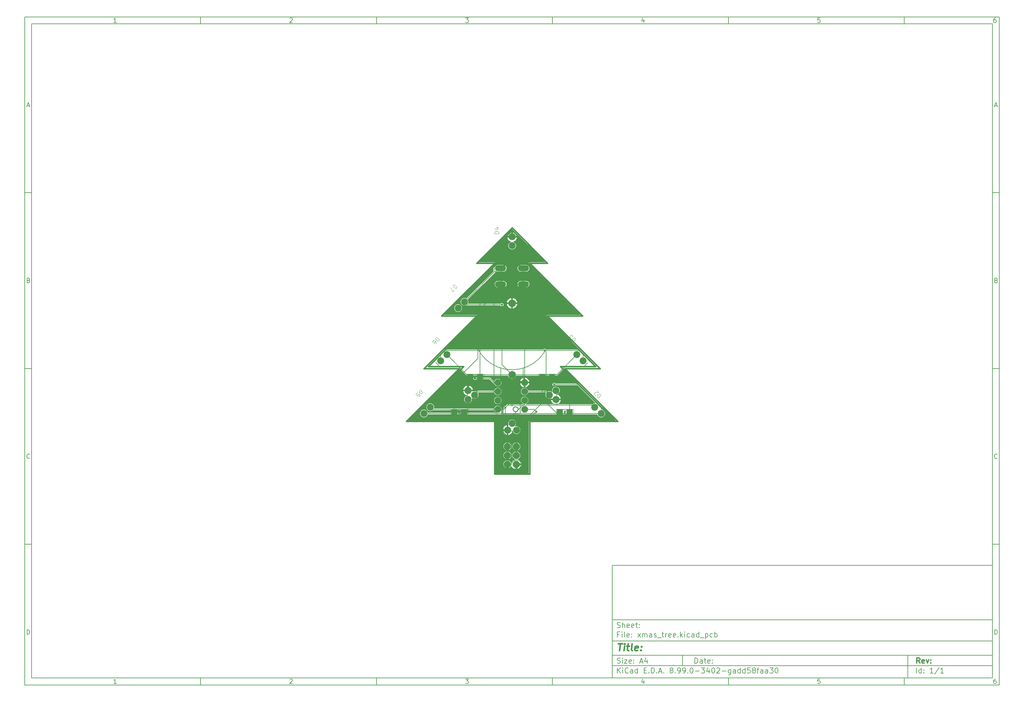
<source format=gbr>
%TF.GenerationSoftware,KiCad,Pcbnew,8.99.0-3402-gadd58faa30*%
%TF.CreationDate,2025-02-18T01:25:43+05:30*%
%TF.ProjectId,xmas_tree,786d6173-5f74-4726-9565-2e6b69636164,rev?*%
%TF.SameCoordinates,Original*%
%TF.FileFunction,Other,ECO2*%
%FSLAX46Y46*%
G04 Gerber Fmt 4.6, Leading zero omitted, Abs format (unit mm)*
G04 Created by KiCad (PCBNEW 8.99.0-3402-gadd58faa30) date 2025-02-18 01:25:43*
%MOMM*%
%LPD*%
G01*
G04 APERTURE LIST*
G04 Aperture macros list*
%AMRoundRect*
0 Rectangle with rounded corners*
0 $1 Rounding radius*
0 $2 $3 $4 $5 $6 $7 $8 $9 X,Y pos of 4 corners*
0 Add a 4 corners polygon primitive as box body*
4,1,4,$2,$3,$4,$5,$6,$7,$8,$9,$2,$3,0*
0 Add four circle primitives for the rounded corners*
1,1,$1+$1,$2,$3*
1,1,$1+$1,$4,$5*
1,1,$1+$1,$6,$7*
1,1,$1+$1,$8,$9*
0 Add four rect primitives between the rounded corners*
20,1,$1+$1,$2,$3,$4,$5,0*
20,1,$1+$1,$4,$5,$6,$7,0*
20,1,$1+$1,$6,$7,$8,$9,0*
20,1,$1+$1,$8,$9,$2,$3,0*%
%AMOutline5P*
0 Free polygon, 5 corners , with rotation*
0 The origin of the aperture is its center*
0 number of corners: always 5*
0 $1 to $10 corner X, Y*
0 $11 Rotation angle, in degrees counterclockwise*
0 create outline with 5 corners*
4,1,5,$1,$2,$3,$4,$5,$6,$7,$8,$9,$10,$1,$2,$11*%
%AMOutline6P*
0 Free polygon, 6 corners , with rotation*
0 The origin of the aperture is its center*
0 number of corners: always 6*
0 $1 to $12 corner X, Y*
0 $13 Rotation angle, in degrees counterclockwise*
0 create outline with 6 corners*
4,1,6,$1,$2,$3,$4,$5,$6,$7,$8,$9,$10,$11,$12,$1,$2,$13*%
%AMOutline7P*
0 Free polygon, 7 corners , with rotation*
0 The origin of the aperture is its center*
0 number of corners: always 7*
0 $1 to $14 corner X, Y*
0 $15 Rotation angle, in degrees counterclockwise*
0 create outline with 7 corners*
4,1,7,$1,$2,$3,$4,$5,$6,$7,$8,$9,$10,$11,$12,$13,$14,$1,$2,$15*%
%AMOutline8P*
0 Free polygon, 8 corners , with rotation*
0 The origin of the aperture is its center*
0 number of corners: always 8*
0 $1 to $16 corner X, Y*
0 $17 Rotation angle, in degrees counterclockwise*
0 create outline with 8 corners*
4,1,8,$1,$2,$3,$4,$5,$6,$7,$8,$9,$10,$11,$12,$13,$14,$15,$16,$1,$2,$17*%
%AMFreePoly0*
4,1,17,0.393636,0.899521,0.899521,0.393636,0.914400,0.357715,0.914400,-0.357715,0.899521,-0.393636,0.393636,-0.899521,0.357715,-0.914400,-0.357715,-0.914400,-0.393636,-0.899521,-0.899521,-0.393636,-0.914400,-0.357715,-0.914400,0.357715,-0.899521,0.393636,-0.393636,0.899521,-0.357715,0.914400,0.357715,0.914400,0.393636,0.899521,0.393636,0.899521,$1*%
%AMFreePoly1*
4,1,17,0.425199,0.975721,0.975721,0.425199,0.990600,0.389278,0.990600,-0.389278,0.975721,-0.425199,0.425199,-0.975721,0.389278,-0.990600,-0.389278,-0.990600,-0.425199,-0.975721,-0.975721,-0.425199,-0.990600,-0.389278,-0.990600,0.389278,-0.975721,0.425199,-0.425199,0.975721,-0.389278,0.990600,0.389278,0.990600,0.425199,0.975721,0.425199,0.975721,$1*%
G04 Aperture macros list end*
%ADD10C,0.100000*%
%ADD11C,0.150000*%
%ADD12C,0.300000*%
%ADD13C,0.400000*%
%TA.AperFunction,ComponentPad*%
%ADD14C,1.879600*%
%TD*%
%TA.AperFunction,ComponentPad*%
%ADD15Outline8P,-0.863600X0.357715X-0.357715X0.863600X0.357715X0.863600X0.863600X0.357715X0.863600X-0.357715X0.357715X-0.863600X-0.357715X-0.863600X-0.863600X-0.357715X90.000000*%
%TD*%
%TA.AperFunction,ComponentPad*%
%ADD16Outline8P,-0.939800X0.389278X-0.389278X0.939800X0.389278X0.939800X0.939800X0.389278X0.939800X-0.389278X0.389278X-0.939800X-0.389278X-0.939800X-0.939800X-0.389278X270.000000*%
%TD*%
%TA.AperFunction,ComponentPad*%
%ADD17O,3.048000X1.524000*%
%TD*%
%TA.AperFunction,ComponentPad*%
%ADD18C,2.032000*%
%TD*%
%TA.AperFunction,ViaPad*%
%ADD19C,0.600000*%
%TD*%
%TA.AperFunction,Conductor*%
%ADD20C,0.200000*%
%TD*%
%ADD21C,1.879600*%
%ADD22Outline8P,-0.863600X0.357715X-0.357715X0.863600X0.357715X0.863600X0.863600X0.357715X0.863600X-0.357715X0.357715X-0.863600X-0.357715X-0.863600X-0.863600X-0.357715X90.000000*%
%ADD23Outline8P,-0.939800X0.389278X-0.389278X0.939800X0.389278X0.939800X0.939800X0.389278X0.939800X-0.389278X0.389278X-0.939800X-0.389278X-0.939800X-0.939800X-0.389278X270.000000*%
%ADD24O,3.048000X1.524000*%
%ADD25C,2.032000*%
%ADD26C,0.127000*%
%TA.AperFunction,SMDPad,CuDef*%
%ADD27R,1.600000X1.800000*%
%TD*%
%ADD28C,0.406400*%
%ADD29C,1.981200*%
%ADD30FreePoly0,90.000000*%
%ADD31RoundRect,0.050800X-0.800000X-0.900000X0.800000X-0.900000X0.800000X0.900000X-0.800000X0.900000X0*%
%ADD32FreePoly1,270.000000*%
%ADD33O,3.149600X1.625600*%
%ADD34RoundRect,0.050800X0.800000X0.900000X-0.800000X0.900000X-0.800000X-0.900000X0.800000X-0.900000X0*%
%ADD35C,2.133600*%
%ADD36R,1.600000X1.800000*%
%ADD37C,0.114300*%
%ADD38C,0.036576*%
%ADD39C,0.029911*%
%ADD40C,0.203200*%
%ADD41C,0.254000*%
%ADD42C,0.000000*%
%ADD43C,0.050800*%
%ADD44C,0.101600*%
%TA.AperFunction,Profile*%
%ADD45C,0.406400*%
%TD*%
G04 APERTURE END LIST*
D10*
D11*
X177002200Y-166007200D02*
X285002200Y-166007200D01*
X285002200Y-198007200D01*
X177002200Y-198007200D01*
X177002200Y-166007200D01*
D10*
D11*
X10000000Y-10000000D02*
X287002200Y-10000000D01*
X287002200Y-200007200D01*
X10000000Y-200007200D01*
X10000000Y-10000000D01*
D10*
D11*
X12000000Y-12000000D02*
X285002200Y-12000000D01*
X285002200Y-198007200D01*
X12000000Y-198007200D01*
X12000000Y-12000000D01*
D10*
D11*
X60000000Y-12000000D02*
X60000000Y-10000000D01*
D10*
D11*
X110000000Y-12000000D02*
X110000000Y-10000000D01*
D10*
D11*
X160000000Y-12000000D02*
X160000000Y-10000000D01*
D10*
D11*
X210000000Y-12000000D02*
X210000000Y-10000000D01*
D10*
D11*
X260000000Y-12000000D02*
X260000000Y-10000000D01*
D10*
D11*
X36089160Y-11593604D02*
X35346303Y-11593604D01*
X35717731Y-11593604D02*
X35717731Y-10293604D01*
X35717731Y-10293604D02*
X35593922Y-10479319D01*
X35593922Y-10479319D02*
X35470112Y-10603128D01*
X35470112Y-10603128D02*
X35346303Y-10665033D01*
D10*
D11*
X85346303Y-10417414D02*
X85408207Y-10355509D01*
X85408207Y-10355509D02*
X85532017Y-10293604D01*
X85532017Y-10293604D02*
X85841541Y-10293604D01*
X85841541Y-10293604D02*
X85965350Y-10355509D01*
X85965350Y-10355509D02*
X86027255Y-10417414D01*
X86027255Y-10417414D02*
X86089160Y-10541223D01*
X86089160Y-10541223D02*
X86089160Y-10665033D01*
X86089160Y-10665033D02*
X86027255Y-10850747D01*
X86027255Y-10850747D02*
X85284398Y-11593604D01*
X85284398Y-11593604D02*
X86089160Y-11593604D01*
D10*
D11*
X135284398Y-10293604D02*
X136089160Y-10293604D01*
X136089160Y-10293604D02*
X135655826Y-10788842D01*
X135655826Y-10788842D02*
X135841541Y-10788842D01*
X135841541Y-10788842D02*
X135965350Y-10850747D01*
X135965350Y-10850747D02*
X136027255Y-10912652D01*
X136027255Y-10912652D02*
X136089160Y-11036461D01*
X136089160Y-11036461D02*
X136089160Y-11345985D01*
X136089160Y-11345985D02*
X136027255Y-11469795D01*
X136027255Y-11469795D02*
X135965350Y-11531700D01*
X135965350Y-11531700D02*
X135841541Y-11593604D01*
X135841541Y-11593604D02*
X135470112Y-11593604D01*
X135470112Y-11593604D02*
X135346303Y-11531700D01*
X135346303Y-11531700D02*
X135284398Y-11469795D01*
D10*
D11*
X185965350Y-10726938D02*
X185965350Y-11593604D01*
X185655826Y-10231700D02*
X185346303Y-11160271D01*
X185346303Y-11160271D02*
X186151064Y-11160271D01*
D10*
D11*
X236027255Y-10293604D02*
X235408207Y-10293604D01*
X235408207Y-10293604D02*
X235346303Y-10912652D01*
X235346303Y-10912652D02*
X235408207Y-10850747D01*
X235408207Y-10850747D02*
X235532017Y-10788842D01*
X235532017Y-10788842D02*
X235841541Y-10788842D01*
X235841541Y-10788842D02*
X235965350Y-10850747D01*
X235965350Y-10850747D02*
X236027255Y-10912652D01*
X236027255Y-10912652D02*
X236089160Y-11036461D01*
X236089160Y-11036461D02*
X236089160Y-11345985D01*
X236089160Y-11345985D02*
X236027255Y-11469795D01*
X236027255Y-11469795D02*
X235965350Y-11531700D01*
X235965350Y-11531700D02*
X235841541Y-11593604D01*
X235841541Y-11593604D02*
X235532017Y-11593604D01*
X235532017Y-11593604D02*
X235408207Y-11531700D01*
X235408207Y-11531700D02*
X235346303Y-11469795D01*
D10*
D11*
X285965350Y-10293604D02*
X285717731Y-10293604D01*
X285717731Y-10293604D02*
X285593922Y-10355509D01*
X285593922Y-10355509D02*
X285532017Y-10417414D01*
X285532017Y-10417414D02*
X285408207Y-10603128D01*
X285408207Y-10603128D02*
X285346303Y-10850747D01*
X285346303Y-10850747D02*
X285346303Y-11345985D01*
X285346303Y-11345985D02*
X285408207Y-11469795D01*
X285408207Y-11469795D02*
X285470112Y-11531700D01*
X285470112Y-11531700D02*
X285593922Y-11593604D01*
X285593922Y-11593604D02*
X285841541Y-11593604D01*
X285841541Y-11593604D02*
X285965350Y-11531700D01*
X285965350Y-11531700D02*
X286027255Y-11469795D01*
X286027255Y-11469795D02*
X286089160Y-11345985D01*
X286089160Y-11345985D02*
X286089160Y-11036461D01*
X286089160Y-11036461D02*
X286027255Y-10912652D01*
X286027255Y-10912652D02*
X285965350Y-10850747D01*
X285965350Y-10850747D02*
X285841541Y-10788842D01*
X285841541Y-10788842D02*
X285593922Y-10788842D01*
X285593922Y-10788842D02*
X285470112Y-10850747D01*
X285470112Y-10850747D02*
X285408207Y-10912652D01*
X285408207Y-10912652D02*
X285346303Y-11036461D01*
D10*
D11*
X60000000Y-198007200D02*
X60000000Y-200007200D01*
D10*
D11*
X110000000Y-198007200D02*
X110000000Y-200007200D01*
D10*
D11*
X160000000Y-198007200D02*
X160000000Y-200007200D01*
D10*
D11*
X210000000Y-198007200D02*
X210000000Y-200007200D01*
D10*
D11*
X260000000Y-198007200D02*
X260000000Y-200007200D01*
D10*
D11*
X36089160Y-199600804D02*
X35346303Y-199600804D01*
X35717731Y-199600804D02*
X35717731Y-198300804D01*
X35717731Y-198300804D02*
X35593922Y-198486519D01*
X35593922Y-198486519D02*
X35470112Y-198610328D01*
X35470112Y-198610328D02*
X35346303Y-198672233D01*
D10*
D11*
X85346303Y-198424614D02*
X85408207Y-198362709D01*
X85408207Y-198362709D02*
X85532017Y-198300804D01*
X85532017Y-198300804D02*
X85841541Y-198300804D01*
X85841541Y-198300804D02*
X85965350Y-198362709D01*
X85965350Y-198362709D02*
X86027255Y-198424614D01*
X86027255Y-198424614D02*
X86089160Y-198548423D01*
X86089160Y-198548423D02*
X86089160Y-198672233D01*
X86089160Y-198672233D02*
X86027255Y-198857947D01*
X86027255Y-198857947D02*
X85284398Y-199600804D01*
X85284398Y-199600804D02*
X86089160Y-199600804D01*
D10*
D11*
X135284398Y-198300804D02*
X136089160Y-198300804D01*
X136089160Y-198300804D02*
X135655826Y-198796042D01*
X135655826Y-198796042D02*
X135841541Y-198796042D01*
X135841541Y-198796042D02*
X135965350Y-198857947D01*
X135965350Y-198857947D02*
X136027255Y-198919852D01*
X136027255Y-198919852D02*
X136089160Y-199043661D01*
X136089160Y-199043661D02*
X136089160Y-199353185D01*
X136089160Y-199353185D02*
X136027255Y-199476995D01*
X136027255Y-199476995D02*
X135965350Y-199538900D01*
X135965350Y-199538900D02*
X135841541Y-199600804D01*
X135841541Y-199600804D02*
X135470112Y-199600804D01*
X135470112Y-199600804D02*
X135346303Y-199538900D01*
X135346303Y-199538900D02*
X135284398Y-199476995D01*
D10*
D11*
X185965350Y-198734138D02*
X185965350Y-199600804D01*
X185655826Y-198238900D02*
X185346303Y-199167471D01*
X185346303Y-199167471D02*
X186151064Y-199167471D01*
D10*
D11*
X236027255Y-198300804D02*
X235408207Y-198300804D01*
X235408207Y-198300804D02*
X235346303Y-198919852D01*
X235346303Y-198919852D02*
X235408207Y-198857947D01*
X235408207Y-198857947D02*
X235532017Y-198796042D01*
X235532017Y-198796042D02*
X235841541Y-198796042D01*
X235841541Y-198796042D02*
X235965350Y-198857947D01*
X235965350Y-198857947D02*
X236027255Y-198919852D01*
X236027255Y-198919852D02*
X236089160Y-199043661D01*
X236089160Y-199043661D02*
X236089160Y-199353185D01*
X236089160Y-199353185D02*
X236027255Y-199476995D01*
X236027255Y-199476995D02*
X235965350Y-199538900D01*
X235965350Y-199538900D02*
X235841541Y-199600804D01*
X235841541Y-199600804D02*
X235532017Y-199600804D01*
X235532017Y-199600804D02*
X235408207Y-199538900D01*
X235408207Y-199538900D02*
X235346303Y-199476995D01*
D10*
D11*
X285965350Y-198300804D02*
X285717731Y-198300804D01*
X285717731Y-198300804D02*
X285593922Y-198362709D01*
X285593922Y-198362709D02*
X285532017Y-198424614D01*
X285532017Y-198424614D02*
X285408207Y-198610328D01*
X285408207Y-198610328D02*
X285346303Y-198857947D01*
X285346303Y-198857947D02*
X285346303Y-199353185D01*
X285346303Y-199353185D02*
X285408207Y-199476995D01*
X285408207Y-199476995D02*
X285470112Y-199538900D01*
X285470112Y-199538900D02*
X285593922Y-199600804D01*
X285593922Y-199600804D02*
X285841541Y-199600804D01*
X285841541Y-199600804D02*
X285965350Y-199538900D01*
X285965350Y-199538900D02*
X286027255Y-199476995D01*
X286027255Y-199476995D02*
X286089160Y-199353185D01*
X286089160Y-199353185D02*
X286089160Y-199043661D01*
X286089160Y-199043661D02*
X286027255Y-198919852D01*
X286027255Y-198919852D02*
X285965350Y-198857947D01*
X285965350Y-198857947D02*
X285841541Y-198796042D01*
X285841541Y-198796042D02*
X285593922Y-198796042D01*
X285593922Y-198796042D02*
X285470112Y-198857947D01*
X285470112Y-198857947D02*
X285408207Y-198919852D01*
X285408207Y-198919852D02*
X285346303Y-199043661D01*
D10*
D11*
X10000000Y-60000000D02*
X12000000Y-60000000D01*
D10*
D11*
X10000000Y-110000000D02*
X12000000Y-110000000D01*
D10*
D11*
X10000000Y-160000000D02*
X12000000Y-160000000D01*
D10*
D11*
X10690476Y-35222176D02*
X11309523Y-35222176D01*
X10566666Y-35593604D02*
X10999999Y-34293604D01*
X10999999Y-34293604D02*
X11433333Y-35593604D01*
D10*
D11*
X11092857Y-84912652D02*
X11278571Y-84974557D01*
X11278571Y-84974557D02*
X11340476Y-85036461D01*
X11340476Y-85036461D02*
X11402380Y-85160271D01*
X11402380Y-85160271D02*
X11402380Y-85345985D01*
X11402380Y-85345985D02*
X11340476Y-85469795D01*
X11340476Y-85469795D02*
X11278571Y-85531700D01*
X11278571Y-85531700D02*
X11154761Y-85593604D01*
X11154761Y-85593604D02*
X10659523Y-85593604D01*
X10659523Y-85593604D02*
X10659523Y-84293604D01*
X10659523Y-84293604D02*
X11092857Y-84293604D01*
X11092857Y-84293604D02*
X11216666Y-84355509D01*
X11216666Y-84355509D02*
X11278571Y-84417414D01*
X11278571Y-84417414D02*
X11340476Y-84541223D01*
X11340476Y-84541223D02*
X11340476Y-84665033D01*
X11340476Y-84665033D02*
X11278571Y-84788842D01*
X11278571Y-84788842D02*
X11216666Y-84850747D01*
X11216666Y-84850747D02*
X11092857Y-84912652D01*
X11092857Y-84912652D02*
X10659523Y-84912652D01*
D10*
D11*
X11402380Y-135469795D02*
X11340476Y-135531700D01*
X11340476Y-135531700D02*
X11154761Y-135593604D01*
X11154761Y-135593604D02*
X11030952Y-135593604D01*
X11030952Y-135593604D02*
X10845238Y-135531700D01*
X10845238Y-135531700D02*
X10721428Y-135407890D01*
X10721428Y-135407890D02*
X10659523Y-135284080D01*
X10659523Y-135284080D02*
X10597619Y-135036461D01*
X10597619Y-135036461D02*
X10597619Y-134850747D01*
X10597619Y-134850747D02*
X10659523Y-134603128D01*
X10659523Y-134603128D02*
X10721428Y-134479319D01*
X10721428Y-134479319D02*
X10845238Y-134355509D01*
X10845238Y-134355509D02*
X11030952Y-134293604D01*
X11030952Y-134293604D02*
X11154761Y-134293604D01*
X11154761Y-134293604D02*
X11340476Y-134355509D01*
X11340476Y-134355509D02*
X11402380Y-134417414D01*
D10*
D11*
X10659523Y-185593604D02*
X10659523Y-184293604D01*
X10659523Y-184293604D02*
X10969047Y-184293604D01*
X10969047Y-184293604D02*
X11154761Y-184355509D01*
X11154761Y-184355509D02*
X11278571Y-184479319D01*
X11278571Y-184479319D02*
X11340476Y-184603128D01*
X11340476Y-184603128D02*
X11402380Y-184850747D01*
X11402380Y-184850747D02*
X11402380Y-185036461D01*
X11402380Y-185036461D02*
X11340476Y-185284080D01*
X11340476Y-185284080D02*
X11278571Y-185407890D01*
X11278571Y-185407890D02*
X11154761Y-185531700D01*
X11154761Y-185531700D02*
X10969047Y-185593604D01*
X10969047Y-185593604D02*
X10659523Y-185593604D01*
D10*
D11*
X287002200Y-60000000D02*
X285002200Y-60000000D01*
D10*
D11*
X287002200Y-110000000D02*
X285002200Y-110000000D01*
D10*
D11*
X287002200Y-160000000D02*
X285002200Y-160000000D01*
D10*
D11*
X285692676Y-35222176D02*
X286311723Y-35222176D01*
X285568866Y-35593604D02*
X286002199Y-34293604D01*
X286002199Y-34293604D02*
X286435533Y-35593604D01*
D10*
D11*
X286095057Y-84912652D02*
X286280771Y-84974557D01*
X286280771Y-84974557D02*
X286342676Y-85036461D01*
X286342676Y-85036461D02*
X286404580Y-85160271D01*
X286404580Y-85160271D02*
X286404580Y-85345985D01*
X286404580Y-85345985D02*
X286342676Y-85469795D01*
X286342676Y-85469795D02*
X286280771Y-85531700D01*
X286280771Y-85531700D02*
X286156961Y-85593604D01*
X286156961Y-85593604D02*
X285661723Y-85593604D01*
X285661723Y-85593604D02*
X285661723Y-84293604D01*
X285661723Y-84293604D02*
X286095057Y-84293604D01*
X286095057Y-84293604D02*
X286218866Y-84355509D01*
X286218866Y-84355509D02*
X286280771Y-84417414D01*
X286280771Y-84417414D02*
X286342676Y-84541223D01*
X286342676Y-84541223D02*
X286342676Y-84665033D01*
X286342676Y-84665033D02*
X286280771Y-84788842D01*
X286280771Y-84788842D02*
X286218866Y-84850747D01*
X286218866Y-84850747D02*
X286095057Y-84912652D01*
X286095057Y-84912652D02*
X285661723Y-84912652D01*
D10*
D11*
X286404580Y-135469795D02*
X286342676Y-135531700D01*
X286342676Y-135531700D02*
X286156961Y-135593604D01*
X286156961Y-135593604D02*
X286033152Y-135593604D01*
X286033152Y-135593604D02*
X285847438Y-135531700D01*
X285847438Y-135531700D02*
X285723628Y-135407890D01*
X285723628Y-135407890D02*
X285661723Y-135284080D01*
X285661723Y-135284080D02*
X285599819Y-135036461D01*
X285599819Y-135036461D02*
X285599819Y-134850747D01*
X285599819Y-134850747D02*
X285661723Y-134603128D01*
X285661723Y-134603128D02*
X285723628Y-134479319D01*
X285723628Y-134479319D02*
X285847438Y-134355509D01*
X285847438Y-134355509D02*
X286033152Y-134293604D01*
X286033152Y-134293604D02*
X286156961Y-134293604D01*
X286156961Y-134293604D02*
X286342676Y-134355509D01*
X286342676Y-134355509D02*
X286404580Y-134417414D01*
D10*
D11*
X285661723Y-185593604D02*
X285661723Y-184293604D01*
X285661723Y-184293604D02*
X285971247Y-184293604D01*
X285971247Y-184293604D02*
X286156961Y-184355509D01*
X286156961Y-184355509D02*
X286280771Y-184479319D01*
X286280771Y-184479319D02*
X286342676Y-184603128D01*
X286342676Y-184603128D02*
X286404580Y-184850747D01*
X286404580Y-184850747D02*
X286404580Y-185036461D01*
X286404580Y-185036461D02*
X286342676Y-185284080D01*
X286342676Y-185284080D02*
X286280771Y-185407890D01*
X286280771Y-185407890D02*
X286156961Y-185531700D01*
X286156961Y-185531700D02*
X285971247Y-185593604D01*
X285971247Y-185593604D02*
X285661723Y-185593604D01*
D10*
D11*
X200458026Y-193793328D02*
X200458026Y-192293328D01*
X200458026Y-192293328D02*
X200815169Y-192293328D01*
X200815169Y-192293328D02*
X201029455Y-192364757D01*
X201029455Y-192364757D02*
X201172312Y-192507614D01*
X201172312Y-192507614D02*
X201243741Y-192650471D01*
X201243741Y-192650471D02*
X201315169Y-192936185D01*
X201315169Y-192936185D02*
X201315169Y-193150471D01*
X201315169Y-193150471D02*
X201243741Y-193436185D01*
X201243741Y-193436185D02*
X201172312Y-193579042D01*
X201172312Y-193579042D02*
X201029455Y-193721900D01*
X201029455Y-193721900D02*
X200815169Y-193793328D01*
X200815169Y-193793328D02*
X200458026Y-193793328D01*
X202600884Y-193793328D02*
X202600884Y-193007614D01*
X202600884Y-193007614D02*
X202529455Y-192864757D01*
X202529455Y-192864757D02*
X202386598Y-192793328D01*
X202386598Y-192793328D02*
X202100884Y-192793328D01*
X202100884Y-192793328D02*
X201958026Y-192864757D01*
X202600884Y-193721900D02*
X202458026Y-193793328D01*
X202458026Y-193793328D02*
X202100884Y-193793328D01*
X202100884Y-193793328D02*
X201958026Y-193721900D01*
X201958026Y-193721900D02*
X201886598Y-193579042D01*
X201886598Y-193579042D02*
X201886598Y-193436185D01*
X201886598Y-193436185D02*
X201958026Y-193293328D01*
X201958026Y-193293328D02*
X202100884Y-193221900D01*
X202100884Y-193221900D02*
X202458026Y-193221900D01*
X202458026Y-193221900D02*
X202600884Y-193150471D01*
X203100884Y-192793328D02*
X203672312Y-192793328D01*
X203315169Y-192293328D02*
X203315169Y-193579042D01*
X203315169Y-193579042D02*
X203386598Y-193721900D01*
X203386598Y-193721900D02*
X203529455Y-193793328D01*
X203529455Y-193793328D02*
X203672312Y-193793328D01*
X204743741Y-193721900D02*
X204600884Y-193793328D01*
X204600884Y-193793328D02*
X204315170Y-193793328D01*
X204315170Y-193793328D02*
X204172312Y-193721900D01*
X204172312Y-193721900D02*
X204100884Y-193579042D01*
X204100884Y-193579042D02*
X204100884Y-193007614D01*
X204100884Y-193007614D02*
X204172312Y-192864757D01*
X204172312Y-192864757D02*
X204315170Y-192793328D01*
X204315170Y-192793328D02*
X204600884Y-192793328D01*
X204600884Y-192793328D02*
X204743741Y-192864757D01*
X204743741Y-192864757D02*
X204815170Y-193007614D01*
X204815170Y-193007614D02*
X204815170Y-193150471D01*
X204815170Y-193150471D02*
X204100884Y-193293328D01*
X205458026Y-193650471D02*
X205529455Y-193721900D01*
X205529455Y-193721900D02*
X205458026Y-193793328D01*
X205458026Y-193793328D02*
X205386598Y-193721900D01*
X205386598Y-193721900D02*
X205458026Y-193650471D01*
X205458026Y-193650471D02*
X205458026Y-193793328D01*
X205458026Y-192864757D02*
X205529455Y-192936185D01*
X205529455Y-192936185D02*
X205458026Y-193007614D01*
X205458026Y-193007614D02*
X205386598Y-192936185D01*
X205386598Y-192936185D02*
X205458026Y-192864757D01*
X205458026Y-192864757D02*
X205458026Y-193007614D01*
D10*
D11*
X177002200Y-194507200D02*
X285002200Y-194507200D01*
D10*
D11*
X178458026Y-196593328D02*
X178458026Y-195093328D01*
X179315169Y-196593328D02*
X178672312Y-195736185D01*
X179315169Y-195093328D02*
X178458026Y-195950471D01*
X179958026Y-196593328D02*
X179958026Y-195593328D01*
X179958026Y-195093328D02*
X179886598Y-195164757D01*
X179886598Y-195164757D02*
X179958026Y-195236185D01*
X179958026Y-195236185D02*
X180029455Y-195164757D01*
X180029455Y-195164757D02*
X179958026Y-195093328D01*
X179958026Y-195093328D02*
X179958026Y-195236185D01*
X181529455Y-196450471D02*
X181458027Y-196521900D01*
X181458027Y-196521900D02*
X181243741Y-196593328D01*
X181243741Y-196593328D02*
X181100884Y-196593328D01*
X181100884Y-196593328D02*
X180886598Y-196521900D01*
X180886598Y-196521900D02*
X180743741Y-196379042D01*
X180743741Y-196379042D02*
X180672312Y-196236185D01*
X180672312Y-196236185D02*
X180600884Y-195950471D01*
X180600884Y-195950471D02*
X180600884Y-195736185D01*
X180600884Y-195736185D02*
X180672312Y-195450471D01*
X180672312Y-195450471D02*
X180743741Y-195307614D01*
X180743741Y-195307614D02*
X180886598Y-195164757D01*
X180886598Y-195164757D02*
X181100884Y-195093328D01*
X181100884Y-195093328D02*
X181243741Y-195093328D01*
X181243741Y-195093328D02*
X181458027Y-195164757D01*
X181458027Y-195164757D02*
X181529455Y-195236185D01*
X182815170Y-196593328D02*
X182815170Y-195807614D01*
X182815170Y-195807614D02*
X182743741Y-195664757D01*
X182743741Y-195664757D02*
X182600884Y-195593328D01*
X182600884Y-195593328D02*
X182315170Y-195593328D01*
X182315170Y-195593328D02*
X182172312Y-195664757D01*
X182815170Y-196521900D02*
X182672312Y-196593328D01*
X182672312Y-196593328D02*
X182315170Y-196593328D01*
X182315170Y-196593328D02*
X182172312Y-196521900D01*
X182172312Y-196521900D02*
X182100884Y-196379042D01*
X182100884Y-196379042D02*
X182100884Y-196236185D01*
X182100884Y-196236185D02*
X182172312Y-196093328D01*
X182172312Y-196093328D02*
X182315170Y-196021900D01*
X182315170Y-196021900D02*
X182672312Y-196021900D01*
X182672312Y-196021900D02*
X182815170Y-195950471D01*
X184172313Y-196593328D02*
X184172313Y-195093328D01*
X184172313Y-196521900D02*
X184029455Y-196593328D01*
X184029455Y-196593328D02*
X183743741Y-196593328D01*
X183743741Y-196593328D02*
X183600884Y-196521900D01*
X183600884Y-196521900D02*
X183529455Y-196450471D01*
X183529455Y-196450471D02*
X183458027Y-196307614D01*
X183458027Y-196307614D02*
X183458027Y-195879042D01*
X183458027Y-195879042D02*
X183529455Y-195736185D01*
X183529455Y-195736185D02*
X183600884Y-195664757D01*
X183600884Y-195664757D02*
X183743741Y-195593328D01*
X183743741Y-195593328D02*
X184029455Y-195593328D01*
X184029455Y-195593328D02*
X184172313Y-195664757D01*
X186029455Y-195807614D02*
X186529455Y-195807614D01*
X186743741Y-196593328D02*
X186029455Y-196593328D01*
X186029455Y-196593328D02*
X186029455Y-195093328D01*
X186029455Y-195093328D02*
X186743741Y-195093328D01*
X187386598Y-196450471D02*
X187458027Y-196521900D01*
X187458027Y-196521900D02*
X187386598Y-196593328D01*
X187386598Y-196593328D02*
X187315170Y-196521900D01*
X187315170Y-196521900D02*
X187386598Y-196450471D01*
X187386598Y-196450471D02*
X187386598Y-196593328D01*
X188100884Y-196593328D02*
X188100884Y-195093328D01*
X188100884Y-195093328D02*
X188458027Y-195093328D01*
X188458027Y-195093328D02*
X188672313Y-195164757D01*
X188672313Y-195164757D02*
X188815170Y-195307614D01*
X188815170Y-195307614D02*
X188886599Y-195450471D01*
X188886599Y-195450471D02*
X188958027Y-195736185D01*
X188958027Y-195736185D02*
X188958027Y-195950471D01*
X188958027Y-195950471D02*
X188886599Y-196236185D01*
X188886599Y-196236185D02*
X188815170Y-196379042D01*
X188815170Y-196379042D02*
X188672313Y-196521900D01*
X188672313Y-196521900D02*
X188458027Y-196593328D01*
X188458027Y-196593328D02*
X188100884Y-196593328D01*
X189600884Y-196450471D02*
X189672313Y-196521900D01*
X189672313Y-196521900D02*
X189600884Y-196593328D01*
X189600884Y-196593328D02*
X189529456Y-196521900D01*
X189529456Y-196521900D02*
X189600884Y-196450471D01*
X189600884Y-196450471D02*
X189600884Y-196593328D01*
X190243742Y-196164757D02*
X190958028Y-196164757D01*
X190100885Y-196593328D02*
X190600885Y-195093328D01*
X190600885Y-195093328D02*
X191100885Y-196593328D01*
X191600884Y-196450471D02*
X191672313Y-196521900D01*
X191672313Y-196521900D02*
X191600884Y-196593328D01*
X191600884Y-196593328D02*
X191529456Y-196521900D01*
X191529456Y-196521900D02*
X191600884Y-196450471D01*
X191600884Y-196450471D02*
X191600884Y-196593328D01*
X193672313Y-195736185D02*
X193529456Y-195664757D01*
X193529456Y-195664757D02*
X193458027Y-195593328D01*
X193458027Y-195593328D02*
X193386599Y-195450471D01*
X193386599Y-195450471D02*
X193386599Y-195379042D01*
X193386599Y-195379042D02*
X193458027Y-195236185D01*
X193458027Y-195236185D02*
X193529456Y-195164757D01*
X193529456Y-195164757D02*
X193672313Y-195093328D01*
X193672313Y-195093328D02*
X193958027Y-195093328D01*
X193958027Y-195093328D02*
X194100885Y-195164757D01*
X194100885Y-195164757D02*
X194172313Y-195236185D01*
X194172313Y-195236185D02*
X194243742Y-195379042D01*
X194243742Y-195379042D02*
X194243742Y-195450471D01*
X194243742Y-195450471D02*
X194172313Y-195593328D01*
X194172313Y-195593328D02*
X194100885Y-195664757D01*
X194100885Y-195664757D02*
X193958027Y-195736185D01*
X193958027Y-195736185D02*
X193672313Y-195736185D01*
X193672313Y-195736185D02*
X193529456Y-195807614D01*
X193529456Y-195807614D02*
X193458027Y-195879042D01*
X193458027Y-195879042D02*
X193386599Y-196021900D01*
X193386599Y-196021900D02*
X193386599Y-196307614D01*
X193386599Y-196307614D02*
X193458027Y-196450471D01*
X193458027Y-196450471D02*
X193529456Y-196521900D01*
X193529456Y-196521900D02*
X193672313Y-196593328D01*
X193672313Y-196593328D02*
X193958027Y-196593328D01*
X193958027Y-196593328D02*
X194100885Y-196521900D01*
X194100885Y-196521900D02*
X194172313Y-196450471D01*
X194172313Y-196450471D02*
X194243742Y-196307614D01*
X194243742Y-196307614D02*
X194243742Y-196021900D01*
X194243742Y-196021900D02*
X194172313Y-195879042D01*
X194172313Y-195879042D02*
X194100885Y-195807614D01*
X194100885Y-195807614D02*
X193958027Y-195736185D01*
X194886598Y-196450471D02*
X194958027Y-196521900D01*
X194958027Y-196521900D02*
X194886598Y-196593328D01*
X194886598Y-196593328D02*
X194815170Y-196521900D01*
X194815170Y-196521900D02*
X194886598Y-196450471D01*
X194886598Y-196450471D02*
X194886598Y-196593328D01*
X195672313Y-196593328D02*
X195958027Y-196593328D01*
X195958027Y-196593328D02*
X196100884Y-196521900D01*
X196100884Y-196521900D02*
X196172313Y-196450471D01*
X196172313Y-196450471D02*
X196315170Y-196236185D01*
X196315170Y-196236185D02*
X196386599Y-195950471D01*
X196386599Y-195950471D02*
X196386599Y-195379042D01*
X196386599Y-195379042D02*
X196315170Y-195236185D01*
X196315170Y-195236185D02*
X196243742Y-195164757D01*
X196243742Y-195164757D02*
X196100884Y-195093328D01*
X196100884Y-195093328D02*
X195815170Y-195093328D01*
X195815170Y-195093328D02*
X195672313Y-195164757D01*
X195672313Y-195164757D02*
X195600884Y-195236185D01*
X195600884Y-195236185D02*
X195529456Y-195379042D01*
X195529456Y-195379042D02*
X195529456Y-195736185D01*
X195529456Y-195736185D02*
X195600884Y-195879042D01*
X195600884Y-195879042D02*
X195672313Y-195950471D01*
X195672313Y-195950471D02*
X195815170Y-196021900D01*
X195815170Y-196021900D02*
X196100884Y-196021900D01*
X196100884Y-196021900D02*
X196243742Y-195950471D01*
X196243742Y-195950471D02*
X196315170Y-195879042D01*
X196315170Y-195879042D02*
X196386599Y-195736185D01*
X197100884Y-196593328D02*
X197386598Y-196593328D01*
X197386598Y-196593328D02*
X197529455Y-196521900D01*
X197529455Y-196521900D02*
X197600884Y-196450471D01*
X197600884Y-196450471D02*
X197743741Y-196236185D01*
X197743741Y-196236185D02*
X197815170Y-195950471D01*
X197815170Y-195950471D02*
X197815170Y-195379042D01*
X197815170Y-195379042D02*
X197743741Y-195236185D01*
X197743741Y-195236185D02*
X197672313Y-195164757D01*
X197672313Y-195164757D02*
X197529455Y-195093328D01*
X197529455Y-195093328D02*
X197243741Y-195093328D01*
X197243741Y-195093328D02*
X197100884Y-195164757D01*
X197100884Y-195164757D02*
X197029455Y-195236185D01*
X197029455Y-195236185D02*
X196958027Y-195379042D01*
X196958027Y-195379042D02*
X196958027Y-195736185D01*
X196958027Y-195736185D02*
X197029455Y-195879042D01*
X197029455Y-195879042D02*
X197100884Y-195950471D01*
X197100884Y-195950471D02*
X197243741Y-196021900D01*
X197243741Y-196021900D02*
X197529455Y-196021900D01*
X197529455Y-196021900D02*
X197672313Y-195950471D01*
X197672313Y-195950471D02*
X197743741Y-195879042D01*
X197743741Y-195879042D02*
X197815170Y-195736185D01*
X198458026Y-196450471D02*
X198529455Y-196521900D01*
X198529455Y-196521900D02*
X198458026Y-196593328D01*
X198458026Y-196593328D02*
X198386598Y-196521900D01*
X198386598Y-196521900D02*
X198458026Y-196450471D01*
X198458026Y-196450471D02*
X198458026Y-196593328D01*
X199458027Y-195093328D02*
X199600884Y-195093328D01*
X199600884Y-195093328D02*
X199743741Y-195164757D01*
X199743741Y-195164757D02*
X199815170Y-195236185D01*
X199815170Y-195236185D02*
X199886598Y-195379042D01*
X199886598Y-195379042D02*
X199958027Y-195664757D01*
X199958027Y-195664757D02*
X199958027Y-196021900D01*
X199958027Y-196021900D02*
X199886598Y-196307614D01*
X199886598Y-196307614D02*
X199815170Y-196450471D01*
X199815170Y-196450471D02*
X199743741Y-196521900D01*
X199743741Y-196521900D02*
X199600884Y-196593328D01*
X199600884Y-196593328D02*
X199458027Y-196593328D01*
X199458027Y-196593328D02*
X199315170Y-196521900D01*
X199315170Y-196521900D02*
X199243741Y-196450471D01*
X199243741Y-196450471D02*
X199172312Y-196307614D01*
X199172312Y-196307614D02*
X199100884Y-196021900D01*
X199100884Y-196021900D02*
X199100884Y-195664757D01*
X199100884Y-195664757D02*
X199172312Y-195379042D01*
X199172312Y-195379042D02*
X199243741Y-195236185D01*
X199243741Y-195236185D02*
X199315170Y-195164757D01*
X199315170Y-195164757D02*
X199458027Y-195093328D01*
X200600883Y-196021900D02*
X201743741Y-196021900D01*
X202315169Y-195093328D02*
X203243741Y-195093328D01*
X203243741Y-195093328D02*
X202743741Y-195664757D01*
X202743741Y-195664757D02*
X202958026Y-195664757D01*
X202958026Y-195664757D02*
X203100884Y-195736185D01*
X203100884Y-195736185D02*
X203172312Y-195807614D01*
X203172312Y-195807614D02*
X203243741Y-195950471D01*
X203243741Y-195950471D02*
X203243741Y-196307614D01*
X203243741Y-196307614D02*
X203172312Y-196450471D01*
X203172312Y-196450471D02*
X203100884Y-196521900D01*
X203100884Y-196521900D02*
X202958026Y-196593328D01*
X202958026Y-196593328D02*
X202529455Y-196593328D01*
X202529455Y-196593328D02*
X202386598Y-196521900D01*
X202386598Y-196521900D02*
X202315169Y-196450471D01*
X204529455Y-195593328D02*
X204529455Y-196593328D01*
X204172312Y-195021900D02*
X203815169Y-196093328D01*
X203815169Y-196093328D02*
X204743740Y-196093328D01*
X205600883Y-195093328D02*
X205743740Y-195093328D01*
X205743740Y-195093328D02*
X205886597Y-195164757D01*
X205886597Y-195164757D02*
X205958026Y-195236185D01*
X205958026Y-195236185D02*
X206029454Y-195379042D01*
X206029454Y-195379042D02*
X206100883Y-195664757D01*
X206100883Y-195664757D02*
X206100883Y-196021900D01*
X206100883Y-196021900D02*
X206029454Y-196307614D01*
X206029454Y-196307614D02*
X205958026Y-196450471D01*
X205958026Y-196450471D02*
X205886597Y-196521900D01*
X205886597Y-196521900D02*
X205743740Y-196593328D01*
X205743740Y-196593328D02*
X205600883Y-196593328D01*
X205600883Y-196593328D02*
X205458026Y-196521900D01*
X205458026Y-196521900D02*
X205386597Y-196450471D01*
X205386597Y-196450471D02*
X205315168Y-196307614D01*
X205315168Y-196307614D02*
X205243740Y-196021900D01*
X205243740Y-196021900D02*
X205243740Y-195664757D01*
X205243740Y-195664757D02*
X205315168Y-195379042D01*
X205315168Y-195379042D02*
X205386597Y-195236185D01*
X205386597Y-195236185D02*
X205458026Y-195164757D01*
X205458026Y-195164757D02*
X205600883Y-195093328D01*
X206672311Y-195236185D02*
X206743739Y-195164757D01*
X206743739Y-195164757D02*
X206886597Y-195093328D01*
X206886597Y-195093328D02*
X207243739Y-195093328D01*
X207243739Y-195093328D02*
X207386597Y-195164757D01*
X207386597Y-195164757D02*
X207458025Y-195236185D01*
X207458025Y-195236185D02*
X207529454Y-195379042D01*
X207529454Y-195379042D02*
X207529454Y-195521900D01*
X207529454Y-195521900D02*
X207458025Y-195736185D01*
X207458025Y-195736185D02*
X206600882Y-196593328D01*
X206600882Y-196593328D02*
X207529454Y-196593328D01*
X208172310Y-196021900D02*
X209315168Y-196021900D01*
X210672311Y-195593328D02*
X210672311Y-196807614D01*
X210672311Y-196807614D02*
X210600882Y-196950471D01*
X210600882Y-196950471D02*
X210529453Y-197021900D01*
X210529453Y-197021900D02*
X210386596Y-197093328D01*
X210386596Y-197093328D02*
X210172311Y-197093328D01*
X210172311Y-197093328D02*
X210029453Y-197021900D01*
X210672311Y-196521900D02*
X210529453Y-196593328D01*
X210529453Y-196593328D02*
X210243739Y-196593328D01*
X210243739Y-196593328D02*
X210100882Y-196521900D01*
X210100882Y-196521900D02*
X210029453Y-196450471D01*
X210029453Y-196450471D02*
X209958025Y-196307614D01*
X209958025Y-196307614D02*
X209958025Y-195879042D01*
X209958025Y-195879042D02*
X210029453Y-195736185D01*
X210029453Y-195736185D02*
X210100882Y-195664757D01*
X210100882Y-195664757D02*
X210243739Y-195593328D01*
X210243739Y-195593328D02*
X210529453Y-195593328D01*
X210529453Y-195593328D02*
X210672311Y-195664757D01*
X212029454Y-196593328D02*
X212029454Y-195807614D01*
X212029454Y-195807614D02*
X211958025Y-195664757D01*
X211958025Y-195664757D02*
X211815168Y-195593328D01*
X211815168Y-195593328D02*
X211529454Y-195593328D01*
X211529454Y-195593328D02*
X211386596Y-195664757D01*
X212029454Y-196521900D02*
X211886596Y-196593328D01*
X211886596Y-196593328D02*
X211529454Y-196593328D01*
X211529454Y-196593328D02*
X211386596Y-196521900D01*
X211386596Y-196521900D02*
X211315168Y-196379042D01*
X211315168Y-196379042D02*
X211315168Y-196236185D01*
X211315168Y-196236185D02*
X211386596Y-196093328D01*
X211386596Y-196093328D02*
X211529454Y-196021900D01*
X211529454Y-196021900D02*
X211886596Y-196021900D01*
X211886596Y-196021900D02*
X212029454Y-195950471D01*
X213386597Y-196593328D02*
X213386597Y-195093328D01*
X213386597Y-196521900D02*
X213243739Y-196593328D01*
X213243739Y-196593328D02*
X212958025Y-196593328D01*
X212958025Y-196593328D02*
X212815168Y-196521900D01*
X212815168Y-196521900D02*
X212743739Y-196450471D01*
X212743739Y-196450471D02*
X212672311Y-196307614D01*
X212672311Y-196307614D02*
X212672311Y-195879042D01*
X212672311Y-195879042D02*
X212743739Y-195736185D01*
X212743739Y-195736185D02*
X212815168Y-195664757D01*
X212815168Y-195664757D02*
X212958025Y-195593328D01*
X212958025Y-195593328D02*
X213243739Y-195593328D01*
X213243739Y-195593328D02*
X213386597Y-195664757D01*
X214743740Y-196593328D02*
X214743740Y-195093328D01*
X214743740Y-196521900D02*
X214600882Y-196593328D01*
X214600882Y-196593328D02*
X214315168Y-196593328D01*
X214315168Y-196593328D02*
X214172311Y-196521900D01*
X214172311Y-196521900D02*
X214100882Y-196450471D01*
X214100882Y-196450471D02*
X214029454Y-196307614D01*
X214029454Y-196307614D02*
X214029454Y-195879042D01*
X214029454Y-195879042D02*
X214100882Y-195736185D01*
X214100882Y-195736185D02*
X214172311Y-195664757D01*
X214172311Y-195664757D02*
X214315168Y-195593328D01*
X214315168Y-195593328D02*
X214600882Y-195593328D01*
X214600882Y-195593328D02*
X214743740Y-195664757D01*
X216172311Y-195093328D02*
X215458025Y-195093328D01*
X215458025Y-195093328D02*
X215386597Y-195807614D01*
X215386597Y-195807614D02*
X215458025Y-195736185D01*
X215458025Y-195736185D02*
X215600883Y-195664757D01*
X215600883Y-195664757D02*
X215958025Y-195664757D01*
X215958025Y-195664757D02*
X216100883Y-195736185D01*
X216100883Y-195736185D02*
X216172311Y-195807614D01*
X216172311Y-195807614D02*
X216243740Y-195950471D01*
X216243740Y-195950471D02*
X216243740Y-196307614D01*
X216243740Y-196307614D02*
X216172311Y-196450471D01*
X216172311Y-196450471D02*
X216100883Y-196521900D01*
X216100883Y-196521900D02*
X215958025Y-196593328D01*
X215958025Y-196593328D02*
X215600883Y-196593328D01*
X215600883Y-196593328D02*
X215458025Y-196521900D01*
X215458025Y-196521900D02*
X215386597Y-196450471D01*
X217100882Y-195736185D02*
X216958025Y-195664757D01*
X216958025Y-195664757D02*
X216886596Y-195593328D01*
X216886596Y-195593328D02*
X216815168Y-195450471D01*
X216815168Y-195450471D02*
X216815168Y-195379042D01*
X216815168Y-195379042D02*
X216886596Y-195236185D01*
X216886596Y-195236185D02*
X216958025Y-195164757D01*
X216958025Y-195164757D02*
X217100882Y-195093328D01*
X217100882Y-195093328D02*
X217386596Y-195093328D01*
X217386596Y-195093328D02*
X217529454Y-195164757D01*
X217529454Y-195164757D02*
X217600882Y-195236185D01*
X217600882Y-195236185D02*
X217672311Y-195379042D01*
X217672311Y-195379042D02*
X217672311Y-195450471D01*
X217672311Y-195450471D02*
X217600882Y-195593328D01*
X217600882Y-195593328D02*
X217529454Y-195664757D01*
X217529454Y-195664757D02*
X217386596Y-195736185D01*
X217386596Y-195736185D02*
X217100882Y-195736185D01*
X217100882Y-195736185D02*
X216958025Y-195807614D01*
X216958025Y-195807614D02*
X216886596Y-195879042D01*
X216886596Y-195879042D02*
X216815168Y-196021900D01*
X216815168Y-196021900D02*
X216815168Y-196307614D01*
X216815168Y-196307614D02*
X216886596Y-196450471D01*
X216886596Y-196450471D02*
X216958025Y-196521900D01*
X216958025Y-196521900D02*
X217100882Y-196593328D01*
X217100882Y-196593328D02*
X217386596Y-196593328D01*
X217386596Y-196593328D02*
X217529454Y-196521900D01*
X217529454Y-196521900D02*
X217600882Y-196450471D01*
X217600882Y-196450471D02*
X217672311Y-196307614D01*
X217672311Y-196307614D02*
X217672311Y-196021900D01*
X217672311Y-196021900D02*
X217600882Y-195879042D01*
X217600882Y-195879042D02*
X217529454Y-195807614D01*
X217529454Y-195807614D02*
X217386596Y-195736185D01*
X218100882Y-195593328D02*
X218672310Y-195593328D01*
X218315167Y-196593328D02*
X218315167Y-195307614D01*
X218315167Y-195307614D02*
X218386596Y-195164757D01*
X218386596Y-195164757D02*
X218529453Y-195093328D01*
X218529453Y-195093328D02*
X218672310Y-195093328D01*
X219815168Y-196593328D02*
X219815168Y-195807614D01*
X219815168Y-195807614D02*
X219743739Y-195664757D01*
X219743739Y-195664757D02*
X219600882Y-195593328D01*
X219600882Y-195593328D02*
X219315168Y-195593328D01*
X219315168Y-195593328D02*
X219172310Y-195664757D01*
X219815168Y-196521900D02*
X219672310Y-196593328D01*
X219672310Y-196593328D02*
X219315168Y-196593328D01*
X219315168Y-196593328D02*
X219172310Y-196521900D01*
X219172310Y-196521900D02*
X219100882Y-196379042D01*
X219100882Y-196379042D02*
X219100882Y-196236185D01*
X219100882Y-196236185D02*
X219172310Y-196093328D01*
X219172310Y-196093328D02*
X219315168Y-196021900D01*
X219315168Y-196021900D02*
X219672310Y-196021900D01*
X219672310Y-196021900D02*
X219815168Y-195950471D01*
X221172311Y-196593328D02*
X221172311Y-195807614D01*
X221172311Y-195807614D02*
X221100882Y-195664757D01*
X221100882Y-195664757D02*
X220958025Y-195593328D01*
X220958025Y-195593328D02*
X220672311Y-195593328D01*
X220672311Y-195593328D02*
X220529453Y-195664757D01*
X221172311Y-196521900D02*
X221029453Y-196593328D01*
X221029453Y-196593328D02*
X220672311Y-196593328D01*
X220672311Y-196593328D02*
X220529453Y-196521900D01*
X220529453Y-196521900D02*
X220458025Y-196379042D01*
X220458025Y-196379042D02*
X220458025Y-196236185D01*
X220458025Y-196236185D02*
X220529453Y-196093328D01*
X220529453Y-196093328D02*
X220672311Y-196021900D01*
X220672311Y-196021900D02*
X221029453Y-196021900D01*
X221029453Y-196021900D02*
X221172311Y-195950471D01*
X221743739Y-195093328D02*
X222672311Y-195093328D01*
X222672311Y-195093328D02*
X222172311Y-195664757D01*
X222172311Y-195664757D02*
X222386596Y-195664757D01*
X222386596Y-195664757D02*
X222529454Y-195736185D01*
X222529454Y-195736185D02*
X222600882Y-195807614D01*
X222600882Y-195807614D02*
X222672311Y-195950471D01*
X222672311Y-195950471D02*
X222672311Y-196307614D01*
X222672311Y-196307614D02*
X222600882Y-196450471D01*
X222600882Y-196450471D02*
X222529454Y-196521900D01*
X222529454Y-196521900D02*
X222386596Y-196593328D01*
X222386596Y-196593328D02*
X221958025Y-196593328D01*
X221958025Y-196593328D02*
X221815168Y-196521900D01*
X221815168Y-196521900D02*
X221743739Y-196450471D01*
X223600882Y-195093328D02*
X223743739Y-195093328D01*
X223743739Y-195093328D02*
X223886596Y-195164757D01*
X223886596Y-195164757D02*
X223958025Y-195236185D01*
X223958025Y-195236185D02*
X224029453Y-195379042D01*
X224029453Y-195379042D02*
X224100882Y-195664757D01*
X224100882Y-195664757D02*
X224100882Y-196021900D01*
X224100882Y-196021900D02*
X224029453Y-196307614D01*
X224029453Y-196307614D02*
X223958025Y-196450471D01*
X223958025Y-196450471D02*
X223886596Y-196521900D01*
X223886596Y-196521900D02*
X223743739Y-196593328D01*
X223743739Y-196593328D02*
X223600882Y-196593328D01*
X223600882Y-196593328D02*
X223458025Y-196521900D01*
X223458025Y-196521900D02*
X223386596Y-196450471D01*
X223386596Y-196450471D02*
X223315167Y-196307614D01*
X223315167Y-196307614D02*
X223243739Y-196021900D01*
X223243739Y-196021900D02*
X223243739Y-195664757D01*
X223243739Y-195664757D02*
X223315167Y-195379042D01*
X223315167Y-195379042D02*
X223386596Y-195236185D01*
X223386596Y-195236185D02*
X223458025Y-195164757D01*
X223458025Y-195164757D02*
X223600882Y-195093328D01*
D10*
D11*
X177002200Y-191507200D02*
X285002200Y-191507200D01*
D10*
D12*
X264413853Y-193785528D02*
X263913853Y-193071242D01*
X263556710Y-193785528D02*
X263556710Y-192285528D01*
X263556710Y-192285528D02*
X264128139Y-192285528D01*
X264128139Y-192285528D02*
X264270996Y-192356957D01*
X264270996Y-192356957D02*
X264342425Y-192428385D01*
X264342425Y-192428385D02*
X264413853Y-192571242D01*
X264413853Y-192571242D02*
X264413853Y-192785528D01*
X264413853Y-192785528D02*
X264342425Y-192928385D01*
X264342425Y-192928385D02*
X264270996Y-192999814D01*
X264270996Y-192999814D02*
X264128139Y-193071242D01*
X264128139Y-193071242D02*
X263556710Y-193071242D01*
X265628139Y-193714100D02*
X265485282Y-193785528D01*
X265485282Y-193785528D02*
X265199568Y-193785528D01*
X265199568Y-193785528D02*
X265056710Y-193714100D01*
X265056710Y-193714100D02*
X264985282Y-193571242D01*
X264985282Y-193571242D02*
X264985282Y-192999814D01*
X264985282Y-192999814D02*
X265056710Y-192856957D01*
X265056710Y-192856957D02*
X265199568Y-192785528D01*
X265199568Y-192785528D02*
X265485282Y-192785528D01*
X265485282Y-192785528D02*
X265628139Y-192856957D01*
X265628139Y-192856957D02*
X265699568Y-192999814D01*
X265699568Y-192999814D02*
X265699568Y-193142671D01*
X265699568Y-193142671D02*
X264985282Y-193285528D01*
X266199567Y-192785528D02*
X266556710Y-193785528D01*
X266556710Y-193785528D02*
X266913853Y-192785528D01*
X267485281Y-193642671D02*
X267556710Y-193714100D01*
X267556710Y-193714100D02*
X267485281Y-193785528D01*
X267485281Y-193785528D02*
X267413853Y-193714100D01*
X267413853Y-193714100D02*
X267485281Y-193642671D01*
X267485281Y-193642671D02*
X267485281Y-193785528D01*
X267485281Y-192856957D02*
X267556710Y-192928385D01*
X267556710Y-192928385D02*
X267485281Y-192999814D01*
X267485281Y-192999814D02*
X267413853Y-192928385D01*
X267413853Y-192928385D02*
X267485281Y-192856957D01*
X267485281Y-192856957D02*
X267485281Y-192999814D01*
D10*
D11*
X178386598Y-193721900D02*
X178600884Y-193793328D01*
X178600884Y-193793328D02*
X178958026Y-193793328D01*
X178958026Y-193793328D02*
X179100884Y-193721900D01*
X179100884Y-193721900D02*
X179172312Y-193650471D01*
X179172312Y-193650471D02*
X179243741Y-193507614D01*
X179243741Y-193507614D02*
X179243741Y-193364757D01*
X179243741Y-193364757D02*
X179172312Y-193221900D01*
X179172312Y-193221900D02*
X179100884Y-193150471D01*
X179100884Y-193150471D02*
X178958026Y-193079042D01*
X178958026Y-193079042D02*
X178672312Y-193007614D01*
X178672312Y-193007614D02*
X178529455Y-192936185D01*
X178529455Y-192936185D02*
X178458026Y-192864757D01*
X178458026Y-192864757D02*
X178386598Y-192721900D01*
X178386598Y-192721900D02*
X178386598Y-192579042D01*
X178386598Y-192579042D02*
X178458026Y-192436185D01*
X178458026Y-192436185D02*
X178529455Y-192364757D01*
X178529455Y-192364757D02*
X178672312Y-192293328D01*
X178672312Y-192293328D02*
X179029455Y-192293328D01*
X179029455Y-192293328D02*
X179243741Y-192364757D01*
X179886597Y-193793328D02*
X179886597Y-192793328D01*
X179886597Y-192293328D02*
X179815169Y-192364757D01*
X179815169Y-192364757D02*
X179886597Y-192436185D01*
X179886597Y-192436185D02*
X179958026Y-192364757D01*
X179958026Y-192364757D02*
X179886597Y-192293328D01*
X179886597Y-192293328D02*
X179886597Y-192436185D01*
X180458026Y-192793328D02*
X181243741Y-192793328D01*
X181243741Y-192793328D02*
X180458026Y-193793328D01*
X180458026Y-193793328D02*
X181243741Y-193793328D01*
X182386598Y-193721900D02*
X182243741Y-193793328D01*
X182243741Y-193793328D02*
X181958027Y-193793328D01*
X181958027Y-193793328D02*
X181815169Y-193721900D01*
X181815169Y-193721900D02*
X181743741Y-193579042D01*
X181743741Y-193579042D02*
X181743741Y-193007614D01*
X181743741Y-193007614D02*
X181815169Y-192864757D01*
X181815169Y-192864757D02*
X181958027Y-192793328D01*
X181958027Y-192793328D02*
X182243741Y-192793328D01*
X182243741Y-192793328D02*
X182386598Y-192864757D01*
X182386598Y-192864757D02*
X182458027Y-193007614D01*
X182458027Y-193007614D02*
X182458027Y-193150471D01*
X182458027Y-193150471D02*
X181743741Y-193293328D01*
X183100883Y-193650471D02*
X183172312Y-193721900D01*
X183172312Y-193721900D02*
X183100883Y-193793328D01*
X183100883Y-193793328D02*
X183029455Y-193721900D01*
X183029455Y-193721900D02*
X183100883Y-193650471D01*
X183100883Y-193650471D02*
X183100883Y-193793328D01*
X183100883Y-192864757D02*
X183172312Y-192936185D01*
X183172312Y-192936185D02*
X183100883Y-193007614D01*
X183100883Y-193007614D02*
X183029455Y-192936185D01*
X183029455Y-192936185D02*
X183100883Y-192864757D01*
X183100883Y-192864757D02*
X183100883Y-193007614D01*
X184886598Y-193364757D02*
X185600884Y-193364757D01*
X184743741Y-193793328D02*
X185243741Y-192293328D01*
X185243741Y-192293328D02*
X185743741Y-193793328D01*
X186886598Y-192793328D02*
X186886598Y-193793328D01*
X186529455Y-192221900D02*
X186172312Y-193293328D01*
X186172312Y-193293328D02*
X187100883Y-193293328D01*
D10*
D11*
X263458026Y-196593328D02*
X263458026Y-195093328D01*
X264815170Y-196593328D02*
X264815170Y-195093328D01*
X264815170Y-196521900D02*
X264672312Y-196593328D01*
X264672312Y-196593328D02*
X264386598Y-196593328D01*
X264386598Y-196593328D02*
X264243741Y-196521900D01*
X264243741Y-196521900D02*
X264172312Y-196450471D01*
X264172312Y-196450471D02*
X264100884Y-196307614D01*
X264100884Y-196307614D02*
X264100884Y-195879042D01*
X264100884Y-195879042D02*
X264172312Y-195736185D01*
X264172312Y-195736185D02*
X264243741Y-195664757D01*
X264243741Y-195664757D02*
X264386598Y-195593328D01*
X264386598Y-195593328D02*
X264672312Y-195593328D01*
X264672312Y-195593328D02*
X264815170Y-195664757D01*
X265529455Y-196450471D02*
X265600884Y-196521900D01*
X265600884Y-196521900D02*
X265529455Y-196593328D01*
X265529455Y-196593328D02*
X265458027Y-196521900D01*
X265458027Y-196521900D02*
X265529455Y-196450471D01*
X265529455Y-196450471D02*
X265529455Y-196593328D01*
X265529455Y-195664757D02*
X265600884Y-195736185D01*
X265600884Y-195736185D02*
X265529455Y-195807614D01*
X265529455Y-195807614D02*
X265458027Y-195736185D01*
X265458027Y-195736185D02*
X265529455Y-195664757D01*
X265529455Y-195664757D02*
X265529455Y-195807614D01*
X268172313Y-196593328D02*
X267315170Y-196593328D01*
X267743741Y-196593328D02*
X267743741Y-195093328D01*
X267743741Y-195093328D02*
X267600884Y-195307614D01*
X267600884Y-195307614D02*
X267458027Y-195450471D01*
X267458027Y-195450471D02*
X267315170Y-195521900D01*
X269886598Y-195021900D02*
X268600884Y-196950471D01*
X271172313Y-196593328D02*
X270315170Y-196593328D01*
X270743741Y-196593328D02*
X270743741Y-195093328D01*
X270743741Y-195093328D02*
X270600884Y-195307614D01*
X270600884Y-195307614D02*
X270458027Y-195450471D01*
X270458027Y-195450471D02*
X270315170Y-195521900D01*
D10*
D11*
X177002200Y-187507200D02*
X285002200Y-187507200D01*
D10*
D13*
X178693928Y-188211638D02*
X179836785Y-188211638D01*
X179015357Y-190211638D02*
X179265357Y-188211638D01*
X180253452Y-190211638D02*
X180420119Y-188878304D01*
X180503452Y-188211638D02*
X180396309Y-188306876D01*
X180396309Y-188306876D02*
X180479643Y-188402114D01*
X180479643Y-188402114D02*
X180586786Y-188306876D01*
X180586786Y-188306876D02*
X180503452Y-188211638D01*
X180503452Y-188211638D02*
X180479643Y-188402114D01*
X181086786Y-188878304D02*
X181848690Y-188878304D01*
X181455833Y-188211638D02*
X181241548Y-189925923D01*
X181241548Y-189925923D02*
X181312976Y-190116400D01*
X181312976Y-190116400D02*
X181491548Y-190211638D01*
X181491548Y-190211638D02*
X181682024Y-190211638D01*
X182634405Y-190211638D02*
X182455833Y-190116400D01*
X182455833Y-190116400D02*
X182384405Y-189925923D01*
X182384405Y-189925923D02*
X182598690Y-188211638D01*
X184170119Y-190116400D02*
X183967738Y-190211638D01*
X183967738Y-190211638D02*
X183586785Y-190211638D01*
X183586785Y-190211638D02*
X183408214Y-190116400D01*
X183408214Y-190116400D02*
X183336785Y-189925923D01*
X183336785Y-189925923D02*
X183432024Y-189164019D01*
X183432024Y-189164019D02*
X183551071Y-188973542D01*
X183551071Y-188973542D02*
X183753452Y-188878304D01*
X183753452Y-188878304D02*
X184134404Y-188878304D01*
X184134404Y-188878304D02*
X184312976Y-188973542D01*
X184312976Y-188973542D02*
X184384404Y-189164019D01*
X184384404Y-189164019D02*
X184360595Y-189354495D01*
X184360595Y-189354495D02*
X183384404Y-189544971D01*
X185134405Y-190021161D02*
X185217738Y-190116400D01*
X185217738Y-190116400D02*
X185110595Y-190211638D01*
X185110595Y-190211638D02*
X185027262Y-190116400D01*
X185027262Y-190116400D02*
X185134405Y-190021161D01*
X185134405Y-190021161D02*
X185110595Y-190211638D01*
X185265357Y-188973542D02*
X185348690Y-189068780D01*
X185348690Y-189068780D02*
X185241548Y-189164019D01*
X185241548Y-189164019D02*
X185158214Y-189068780D01*
X185158214Y-189068780D02*
X185265357Y-188973542D01*
X185265357Y-188973542D02*
X185241548Y-189164019D01*
D10*
D11*
X178958026Y-185607614D02*
X178458026Y-185607614D01*
X178458026Y-186393328D02*
X178458026Y-184893328D01*
X178458026Y-184893328D02*
X179172312Y-184893328D01*
X179743740Y-186393328D02*
X179743740Y-185393328D01*
X179743740Y-184893328D02*
X179672312Y-184964757D01*
X179672312Y-184964757D02*
X179743740Y-185036185D01*
X179743740Y-185036185D02*
X179815169Y-184964757D01*
X179815169Y-184964757D02*
X179743740Y-184893328D01*
X179743740Y-184893328D02*
X179743740Y-185036185D01*
X180672312Y-186393328D02*
X180529455Y-186321900D01*
X180529455Y-186321900D02*
X180458026Y-186179042D01*
X180458026Y-186179042D02*
X180458026Y-184893328D01*
X181815169Y-186321900D02*
X181672312Y-186393328D01*
X181672312Y-186393328D02*
X181386598Y-186393328D01*
X181386598Y-186393328D02*
X181243740Y-186321900D01*
X181243740Y-186321900D02*
X181172312Y-186179042D01*
X181172312Y-186179042D02*
X181172312Y-185607614D01*
X181172312Y-185607614D02*
X181243740Y-185464757D01*
X181243740Y-185464757D02*
X181386598Y-185393328D01*
X181386598Y-185393328D02*
X181672312Y-185393328D01*
X181672312Y-185393328D02*
X181815169Y-185464757D01*
X181815169Y-185464757D02*
X181886598Y-185607614D01*
X181886598Y-185607614D02*
X181886598Y-185750471D01*
X181886598Y-185750471D02*
X181172312Y-185893328D01*
X182529454Y-186250471D02*
X182600883Y-186321900D01*
X182600883Y-186321900D02*
X182529454Y-186393328D01*
X182529454Y-186393328D02*
X182458026Y-186321900D01*
X182458026Y-186321900D02*
X182529454Y-186250471D01*
X182529454Y-186250471D02*
X182529454Y-186393328D01*
X182529454Y-185464757D02*
X182600883Y-185536185D01*
X182600883Y-185536185D02*
X182529454Y-185607614D01*
X182529454Y-185607614D02*
X182458026Y-185536185D01*
X182458026Y-185536185D02*
X182529454Y-185464757D01*
X182529454Y-185464757D02*
X182529454Y-185607614D01*
X184243740Y-186393328D02*
X185029455Y-185393328D01*
X184243740Y-185393328D02*
X185029455Y-186393328D01*
X185600883Y-186393328D02*
X185600883Y-185393328D01*
X185600883Y-185536185D02*
X185672312Y-185464757D01*
X185672312Y-185464757D02*
X185815169Y-185393328D01*
X185815169Y-185393328D02*
X186029455Y-185393328D01*
X186029455Y-185393328D02*
X186172312Y-185464757D01*
X186172312Y-185464757D02*
X186243741Y-185607614D01*
X186243741Y-185607614D02*
X186243741Y-186393328D01*
X186243741Y-185607614D02*
X186315169Y-185464757D01*
X186315169Y-185464757D02*
X186458026Y-185393328D01*
X186458026Y-185393328D02*
X186672312Y-185393328D01*
X186672312Y-185393328D02*
X186815169Y-185464757D01*
X186815169Y-185464757D02*
X186886598Y-185607614D01*
X186886598Y-185607614D02*
X186886598Y-186393328D01*
X188243741Y-186393328D02*
X188243741Y-185607614D01*
X188243741Y-185607614D02*
X188172312Y-185464757D01*
X188172312Y-185464757D02*
X188029455Y-185393328D01*
X188029455Y-185393328D02*
X187743741Y-185393328D01*
X187743741Y-185393328D02*
X187600883Y-185464757D01*
X188243741Y-186321900D02*
X188100883Y-186393328D01*
X188100883Y-186393328D02*
X187743741Y-186393328D01*
X187743741Y-186393328D02*
X187600883Y-186321900D01*
X187600883Y-186321900D02*
X187529455Y-186179042D01*
X187529455Y-186179042D02*
X187529455Y-186036185D01*
X187529455Y-186036185D02*
X187600883Y-185893328D01*
X187600883Y-185893328D02*
X187743741Y-185821900D01*
X187743741Y-185821900D02*
X188100883Y-185821900D01*
X188100883Y-185821900D02*
X188243741Y-185750471D01*
X188886598Y-186321900D02*
X189029455Y-186393328D01*
X189029455Y-186393328D02*
X189315169Y-186393328D01*
X189315169Y-186393328D02*
X189458026Y-186321900D01*
X189458026Y-186321900D02*
X189529455Y-186179042D01*
X189529455Y-186179042D02*
X189529455Y-186107614D01*
X189529455Y-186107614D02*
X189458026Y-185964757D01*
X189458026Y-185964757D02*
X189315169Y-185893328D01*
X189315169Y-185893328D02*
X189100884Y-185893328D01*
X189100884Y-185893328D02*
X188958026Y-185821900D01*
X188958026Y-185821900D02*
X188886598Y-185679042D01*
X188886598Y-185679042D02*
X188886598Y-185607614D01*
X188886598Y-185607614D02*
X188958026Y-185464757D01*
X188958026Y-185464757D02*
X189100884Y-185393328D01*
X189100884Y-185393328D02*
X189315169Y-185393328D01*
X189315169Y-185393328D02*
X189458026Y-185464757D01*
X189815170Y-186536185D02*
X190958027Y-186536185D01*
X191100884Y-185393328D02*
X191672312Y-185393328D01*
X191315169Y-184893328D02*
X191315169Y-186179042D01*
X191315169Y-186179042D02*
X191386598Y-186321900D01*
X191386598Y-186321900D02*
X191529455Y-186393328D01*
X191529455Y-186393328D02*
X191672312Y-186393328D01*
X192172312Y-186393328D02*
X192172312Y-185393328D01*
X192172312Y-185679042D02*
X192243741Y-185536185D01*
X192243741Y-185536185D02*
X192315170Y-185464757D01*
X192315170Y-185464757D02*
X192458027Y-185393328D01*
X192458027Y-185393328D02*
X192600884Y-185393328D01*
X193672312Y-186321900D02*
X193529455Y-186393328D01*
X193529455Y-186393328D02*
X193243741Y-186393328D01*
X193243741Y-186393328D02*
X193100883Y-186321900D01*
X193100883Y-186321900D02*
X193029455Y-186179042D01*
X193029455Y-186179042D02*
X193029455Y-185607614D01*
X193029455Y-185607614D02*
X193100883Y-185464757D01*
X193100883Y-185464757D02*
X193243741Y-185393328D01*
X193243741Y-185393328D02*
X193529455Y-185393328D01*
X193529455Y-185393328D02*
X193672312Y-185464757D01*
X193672312Y-185464757D02*
X193743741Y-185607614D01*
X193743741Y-185607614D02*
X193743741Y-185750471D01*
X193743741Y-185750471D02*
X193029455Y-185893328D01*
X194958026Y-186321900D02*
X194815169Y-186393328D01*
X194815169Y-186393328D02*
X194529455Y-186393328D01*
X194529455Y-186393328D02*
X194386597Y-186321900D01*
X194386597Y-186321900D02*
X194315169Y-186179042D01*
X194315169Y-186179042D02*
X194315169Y-185607614D01*
X194315169Y-185607614D02*
X194386597Y-185464757D01*
X194386597Y-185464757D02*
X194529455Y-185393328D01*
X194529455Y-185393328D02*
X194815169Y-185393328D01*
X194815169Y-185393328D02*
X194958026Y-185464757D01*
X194958026Y-185464757D02*
X195029455Y-185607614D01*
X195029455Y-185607614D02*
X195029455Y-185750471D01*
X195029455Y-185750471D02*
X194315169Y-185893328D01*
X195672311Y-186250471D02*
X195743740Y-186321900D01*
X195743740Y-186321900D02*
X195672311Y-186393328D01*
X195672311Y-186393328D02*
X195600883Y-186321900D01*
X195600883Y-186321900D02*
X195672311Y-186250471D01*
X195672311Y-186250471D02*
X195672311Y-186393328D01*
X196386597Y-186393328D02*
X196386597Y-184893328D01*
X196529455Y-185821900D02*
X196958026Y-186393328D01*
X196958026Y-185393328D02*
X196386597Y-185964757D01*
X197600883Y-186393328D02*
X197600883Y-185393328D01*
X197600883Y-184893328D02*
X197529455Y-184964757D01*
X197529455Y-184964757D02*
X197600883Y-185036185D01*
X197600883Y-185036185D02*
X197672312Y-184964757D01*
X197672312Y-184964757D02*
X197600883Y-184893328D01*
X197600883Y-184893328D02*
X197600883Y-185036185D01*
X198958027Y-186321900D02*
X198815169Y-186393328D01*
X198815169Y-186393328D02*
X198529455Y-186393328D01*
X198529455Y-186393328D02*
X198386598Y-186321900D01*
X198386598Y-186321900D02*
X198315169Y-186250471D01*
X198315169Y-186250471D02*
X198243741Y-186107614D01*
X198243741Y-186107614D02*
X198243741Y-185679042D01*
X198243741Y-185679042D02*
X198315169Y-185536185D01*
X198315169Y-185536185D02*
X198386598Y-185464757D01*
X198386598Y-185464757D02*
X198529455Y-185393328D01*
X198529455Y-185393328D02*
X198815169Y-185393328D01*
X198815169Y-185393328D02*
X198958027Y-185464757D01*
X200243741Y-186393328D02*
X200243741Y-185607614D01*
X200243741Y-185607614D02*
X200172312Y-185464757D01*
X200172312Y-185464757D02*
X200029455Y-185393328D01*
X200029455Y-185393328D02*
X199743741Y-185393328D01*
X199743741Y-185393328D02*
X199600883Y-185464757D01*
X200243741Y-186321900D02*
X200100883Y-186393328D01*
X200100883Y-186393328D02*
X199743741Y-186393328D01*
X199743741Y-186393328D02*
X199600883Y-186321900D01*
X199600883Y-186321900D02*
X199529455Y-186179042D01*
X199529455Y-186179042D02*
X199529455Y-186036185D01*
X199529455Y-186036185D02*
X199600883Y-185893328D01*
X199600883Y-185893328D02*
X199743741Y-185821900D01*
X199743741Y-185821900D02*
X200100883Y-185821900D01*
X200100883Y-185821900D02*
X200243741Y-185750471D01*
X201600884Y-186393328D02*
X201600884Y-184893328D01*
X201600884Y-186321900D02*
X201458026Y-186393328D01*
X201458026Y-186393328D02*
X201172312Y-186393328D01*
X201172312Y-186393328D02*
X201029455Y-186321900D01*
X201029455Y-186321900D02*
X200958026Y-186250471D01*
X200958026Y-186250471D02*
X200886598Y-186107614D01*
X200886598Y-186107614D02*
X200886598Y-185679042D01*
X200886598Y-185679042D02*
X200958026Y-185536185D01*
X200958026Y-185536185D02*
X201029455Y-185464757D01*
X201029455Y-185464757D02*
X201172312Y-185393328D01*
X201172312Y-185393328D02*
X201458026Y-185393328D01*
X201458026Y-185393328D02*
X201600884Y-185464757D01*
X201958027Y-186536185D02*
X203100884Y-186536185D01*
X203458026Y-185393328D02*
X203458026Y-186893328D01*
X203458026Y-185464757D02*
X203600884Y-185393328D01*
X203600884Y-185393328D02*
X203886598Y-185393328D01*
X203886598Y-185393328D02*
X204029455Y-185464757D01*
X204029455Y-185464757D02*
X204100884Y-185536185D01*
X204100884Y-185536185D02*
X204172312Y-185679042D01*
X204172312Y-185679042D02*
X204172312Y-186107614D01*
X204172312Y-186107614D02*
X204100884Y-186250471D01*
X204100884Y-186250471D02*
X204029455Y-186321900D01*
X204029455Y-186321900D02*
X203886598Y-186393328D01*
X203886598Y-186393328D02*
X203600884Y-186393328D01*
X203600884Y-186393328D02*
X203458026Y-186321900D01*
X205458027Y-186321900D02*
X205315169Y-186393328D01*
X205315169Y-186393328D02*
X205029455Y-186393328D01*
X205029455Y-186393328D02*
X204886598Y-186321900D01*
X204886598Y-186321900D02*
X204815169Y-186250471D01*
X204815169Y-186250471D02*
X204743741Y-186107614D01*
X204743741Y-186107614D02*
X204743741Y-185679042D01*
X204743741Y-185679042D02*
X204815169Y-185536185D01*
X204815169Y-185536185D02*
X204886598Y-185464757D01*
X204886598Y-185464757D02*
X205029455Y-185393328D01*
X205029455Y-185393328D02*
X205315169Y-185393328D01*
X205315169Y-185393328D02*
X205458027Y-185464757D01*
X206100883Y-186393328D02*
X206100883Y-184893328D01*
X206100883Y-185464757D02*
X206243741Y-185393328D01*
X206243741Y-185393328D02*
X206529455Y-185393328D01*
X206529455Y-185393328D02*
X206672312Y-185464757D01*
X206672312Y-185464757D02*
X206743741Y-185536185D01*
X206743741Y-185536185D02*
X206815169Y-185679042D01*
X206815169Y-185679042D02*
X206815169Y-186107614D01*
X206815169Y-186107614D02*
X206743741Y-186250471D01*
X206743741Y-186250471D02*
X206672312Y-186321900D01*
X206672312Y-186321900D02*
X206529455Y-186393328D01*
X206529455Y-186393328D02*
X206243741Y-186393328D01*
X206243741Y-186393328D02*
X206100883Y-186321900D01*
D10*
D11*
X177002200Y-181507200D02*
X285002200Y-181507200D01*
D10*
D11*
X178386598Y-183621900D02*
X178600884Y-183693328D01*
X178600884Y-183693328D02*
X178958026Y-183693328D01*
X178958026Y-183693328D02*
X179100884Y-183621900D01*
X179100884Y-183621900D02*
X179172312Y-183550471D01*
X179172312Y-183550471D02*
X179243741Y-183407614D01*
X179243741Y-183407614D02*
X179243741Y-183264757D01*
X179243741Y-183264757D02*
X179172312Y-183121900D01*
X179172312Y-183121900D02*
X179100884Y-183050471D01*
X179100884Y-183050471D02*
X178958026Y-182979042D01*
X178958026Y-182979042D02*
X178672312Y-182907614D01*
X178672312Y-182907614D02*
X178529455Y-182836185D01*
X178529455Y-182836185D02*
X178458026Y-182764757D01*
X178458026Y-182764757D02*
X178386598Y-182621900D01*
X178386598Y-182621900D02*
X178386598Y-182479042D01*
X178386598Y-182479042D02*
X178458026Y-182336185D01*
X178458026Y-182336185D02*
X178529455Y-182264757D01*
X178529455Y-182264757D02*
X178672312Y-182193328D01*
X178672312Y-182193328D02*
X179029455Y-182193328D01*
X179029455Y-182193328D02*
X179243741Y-182264757D01*
X179886597Y-183693328D02*
X179886597Y-182193328D01*
X180529455Y-183693328D02*
X180529455Y-182907614D01*
X180529455Y-182907614D02*
X180458026Y-182764757D01*
X180458026Y-182764757D02*
X180315169Y-182693328D01*
X180315169Y-182693328D02*
X180100883Y-182693328D01*
X180100883Y-182693328D02*
X179958026Y-182764757D01*
X179958026Y-182764757D02*
X179886597Y-182836185D01*
X181815169Y-183621900D02*
X181672312Y-183693328D01*
X181672312Y-183693328D02*
X181386598Y-183693328D01*
X181386598Y-183693328D02*
X181243740Y-183621900D01*
X181243740Y-183621900D02*
X181172312Y-183479042D01*
X181172312Y-183479042D02*
X181172312Y-182907614D01*
X181172312Y-182907614D02*
X181243740Y-182764757D01*
X181243740Y-182764757D02*
X181386598Y-182693328D01*
X181386598Y-182693328D02*
X181672312Y-182693328D01*
X181672312Y-182693328D02*
X181815169Y-182764757D01*
X181815169Y-182764757D02*
X181886598Y-182907614D01*
X181886598Y-182907614D02*
X181886598Y-183050471D01*
X181886598Y-183050471D02*
X181172312Y-183193328D01*
X183100883Y-183621900D02*
X182958026Y-183693328D01*
X182958026Y-183693328D02*
X182672312Y-183693328D01*
X182672312Y-183693328D02*
X182529454Y-183621900D01*
X182529454Y-183621900D02*
X182458026Y-183479042D01*
X182458026Y-183479042D02*
X182458026Y-182907614D01*
X182458026Y-182907614D02*
X182529454Y-182764757D01*
X182529454Y-182764757D02*
X182672312Y-182693328D01*
X182672312Y-182693328D02*
X182958026Y-182693328D01*
X182958026Y-182693328D02*
X183100883Y-182764757D01*
X183100883Y-182764757D02*
X183172312Y-182907614D01*
X183172312Y-182907614D02*
X183172312Y-183050471D01*
X183172312Y-183050471D02*
X182458026Y-183193328D01*
X183600883Y-182693328D02*
X184172311Y-182693328D01*
X183815168Y-182193328D02*
X183815168Y-183479042D01*
X183815168Y-183479042D02*
X183886597Y-183621900D01*
X183886597Y-183621900D02*
X184029454Y-183693328D01*
X184029454Y-183693328D02*
X184172311Y-183693328D01*
X184672311Y-183550471D02*
X184743740Y-183621900D01*
X184743740Y-183621900D02*
X184672311Y-183693328D01*
X184672311Y-183693328D02*
X184600883Y-183621900D01*
X184600883Y-183621900D02*
X184672311Y-183550471D01*
X184672311Y-183550471D02*
X184672311Y-183693328D01*
X184672311Y-182764757D02*
X184743740Y-182836185D01*
X184743740Y-182836185D02*
X184672311Y-182907614D01*
X184672311Y-182907614D02*
X184600883Y-182836185D01*
X184600883Y-182836185D02*
X184672311Y-182764757D01*
X184672311Y-182764757D02*
X184672311Y-182907614D01*
D10*
D11*
X197002200Y-191507200D02*
X197002200Y-194507200D01*
D10*
D11*
X261002200Y-191507200D02*
X261002200Y-198007200D01*
D14*
%TO.P,D4,A*%
%TO.N,N$6*%
X148535100Y-75053600D03*
%TO.P,D4,K*%
%TO.N,GND*%
X148535100Y-72513600D03*
%TD*%
%TO.P,D2,A*%
%TO.N,VCC*%
X172027074Y-121005574D03*
%TO.P,D2,K*%
%TO.N,L1*%
X173823126Y-122801626D03*
%TD*%
D15*
%TO.P,U1,1*%
%TO.N,RST*%
X152071100Y-121568600D03*
%TO.P,U1,2*%
%TO.N,T1*%
X152071100Y-119028600D03*
%TO.P,U1,3*%
%TO.N,T2*%
X152071100Y-116488600D03*
%TO.P,U1,4*%
%TO.N,GND*%
X152071100Y-113948600D03*
%TO.P,U1,5*%
%TO.N,MOSI/TOP*%
X144451100Y-113948600D03*
%TO.P,U1,6*%
%TO.N,MISO/T3*%
X144451100Y-116488600D03*
%TO.P,U1,7*%
%TO.N,SCK/SW*%
X144451100Y-119028600D03*
%TO.P,U1,8*%
%TO.N,VCC*%
X144451100Y-121568600D03*
%TD*%
D14*
%TO.P,Q2,1*%
%TO.N,GND*%
X161001100Y-118773600D03*
%TO.P,Q2,2*%
%TO.N,T2*%
X159096100Y-117503600D03*
%TO.P,Q2,3*%
%TO.N,N$4*%
X161001100Y-116233600D03*
%TD*%
%TO.P,D5,A*%
%TO.N,VCC*%
X125262126Y-121005574D03*
%TO.P,D5,K*%
%TO.N,L1*%
X123466074Y-122801626D03*
%TD*%
%TO.P,Q1,1*%
%TO.N,GND*%
X136001100Y-116233600D03*
%TO.P,Q1,2*%
%TO.N,MISO/T3*%
X137906100Y-117503600D03*
%TO.P,Q1,3*%
%TO.N,N$2*%
X136001100Y-118773600D03*
%TD*%
%TO.P,Q3,1*%
%TO.N,GND*%
X147231100Y-127503600D03*
%TO.P,Q3,2*%
%TO.N,T1*%
X148501100Y-125598600D03*
%TO.P,Q3,3*%
%TO.N,N$5*%
X149771100Y-127503600D03*
%TD*%
D16*
%TO.P,J1,1*%
%TO.N,MISO/T3*%
X147211100Y-132153600D03*
%TO.P,J1,2*%
%TO.N,VCC*%
X149751100Y-132153600D03*
%TO.P,J1,3*%
%TO.N,SCK/SW*%
X147211100Y-134693600D03*
%TO.P,J1,4*%
%TO.N,MOSI/TOP*%
X149751100Y-134693600D03*
%TO.P,J1,5*%
%TO.N,RST*%
X147211100Y-137233600D03*
%TO.P,J1,6*%
%TO.N,GND*%
X149751100Y-137233600D03*
%TD*%
D17*
%TO.P,U$1,1*%
%TO.N,VCC*%
X145249900Y-81493000D03*
%TO.P,U$1,2*%
%TO.N,N/C*%
X151752300Y-81493000D03*
%TO.P,U$1,3*%
%TO.N,SCK/SW*%
X145249900Y-86014200D03*
%TO.P,U$1,4*%
%TO.N,N$3*%
X151752300Y-86014200D03*
%TD*%
D14*
%TO.P,D6,A*%
%TO.N,VCC*%
X129975126Y-106029574D03*
%TO.P,D6,K*%
%TO.N,L2*%
X128179074Y-107825626D03*
%TD*%
%TO.P,D3,A*%
%TO.N,VCC*%
X166927074Y-106039574D03*
%TO.P,D3,K*%
%TO.N,L2*%
X168723126Y-107835626D03*
%TD*%
%TO.P,D7,A*%
%TO.N,VCC*%
X134975126Y-91005574D03*
%TO.P,D7,K*%
%TO.N,L3*%
X133179074Y-92801626D03*
%TD*%
D18*
%TO.P,BATTERY_1,+*%
%TO.N,VCC*%
X148501100Y-111753600D03*
%TO.P,BATTERY_1,-*%
%TO.N,GND*%
X148501100Y-91433600D03*
%TD*%
D19*
%TO.N,VCC*%
X145634700Y-91839800D03*
X146590400Y-121090800D03*
%TO.N,GND*%
X148369800Y-88843200D03*
%TO.N,MOSI/TOP*%
X137934500Y-112815800D03*
%TO.N,RST*%
X155366100Y-122251400D03*
%TO.N,L2*%
X157752200Y-104819500D03*
%TO.N,L1*%
X160443500Y-114535900D03*
%TD*%
D20*
%TO.N,VCC*%
X147266800Y-120414400D02*
X171435900Y-120414400D01*
X125262100Y-121005600D02*
X125825100Y-121568600D01*
X146590400Y-121090800D02*
X147266800Y-120414400D01*
X161213100Y-111753600D02*
X148501100Y-111753600D01*
X135809300Y-91839800D02*
X145634700Y-91839800D01*
X144451100Y-121568600D02*
X146112600Y-121568600D01*
X129975100Y-106029600D02*
X135699100Y-111753600D01*
X166927100Y-106039600D02*
X161213100Y-111753600D01*
X134975100Y-91005600D02*
X135809300Y-91839800D01*
X125825100Y-121568600D02*
X144451100Y-121568600D01*
X146112600Y-121568600D02*
X146590400Y-121090800D01*
X171435900Y-120414400D02*
X172027100Y-121005600D01*
X143471800Y-82508900D02*
X143471800Y-81493000D01*
X145249900Y-81493000D02*
X143471800Y-81493000D01*
X134975100Y-91005600D02*
X143471800Y-82508900D01*
X135699100Y-111753600D02*
X148501100Y-111753600D01*
%TO.N,MOSI/TOP*%
X142199000Y-112815800D02*
X143331800Y-113948600D01*
X137934500Y-112815800D02*
X142199000Y-112815800D01*
X144451100Y-113948600D02*
X143331800Y-113948600D01*
%TO.N,MISO/T3*%
X138921100Y-116488600D02*
X137906100Y-117503600D01*
X144451100Y-116488600D02*
X138921100Y-116488600D01*
%TO.N,RST*%
X154683300Y-121568600D02*
X155366100Y-122251400D01*
X152071100Y-121568600D02*
X154683300Y-121568600D01*
%TO.N,L2*%
X128179100Y-106121500D02*
X129481100Y-104819500D01*
X128179100Y-107825600D02*
X128179100Y-106121500D01*
X157752200Y-104819500D02*
X167503000Y-104819500D01*
X129481100Y-104819500D02*
X157752200Y-104819500D01*
X167503000Y-104819500D02*
X168723100Y-106039600D01*
X168723100Y-106039600D02*
X168723100Y-107835600D01*
%TO.N,L1*%
X173823100Y-121018900D02*
X167340100Y-114535900D01*
X123470000Y-122805500D02*
X173819200Y-122805500D01*
X173819200Y-122805500D02*
X173823100Y-122801600D01*
X167340100Y-114535900D02*
X160443500Y-114535900D01*
X173823100Y-122801600D02*
X173823100Y-121018900D01*
X123466100Y-122801600D02*
X123470000Y-122805500D01*
%TO.N,T2*%
X152071100Y-116488600D02*
X158081100Y-116488600D01*
X158081100Y-116488600D02*
X159096100Y-117503600D01*
%TD*%
%TA.AperFunction,Conductor*%
%TO.N,GND*%
G36*
X163312559Y-110110099D02*
G01*
X163338023Y-110128599D01*
X163399857Y-110190433D01*
X163399864Y-110190439D01*
X167320690Y-114111265D01*
X167348916Y-114166663D01*
X167339190Y-114228071D01*
X167295226Y-114272035D01*
X167249555Y-114283000D01*
X160872767Y-114283000D01*
X160813636Y-114263787D01*
X160801632Y-114253535D01*
X160721585Y-114173488D01*
X160618314Y-114113864D01*
X160618309Y-114113862D01*
X160503130Y-114083000D01*
X160503125Y-114083000D01*
X160383875Y-114083000D01*
X160383869Y-114083000D01*
X160268690Y-114113862D01*
X160268685Y-114113864D01*
X160165414Y-114173488D01*
X160165413Y-114173490D01*
X160081090Y-114257813D01*
X160081088Y-114257814D01*
X160021464Y-114361085D01*
X160021462Y-114361090D01*
X159990600Y-114476269D01*
X159990600Y-114595530D01*
X160021462Y-114710709D01*
X160021464Y-114710714D01*
X160081088Y-114813985D01*
X160165414Y-114898311D01*
X160265730Y-114956229D01*
X160268687Y-114957936D01*
X160268688Y-114957936D01*
X160268690Y-114957937D01*
X160383869Y-114988799D01*
X160383873Y-114988799D01*
X160383875Y-114988800D01*
X160383877Y-114988800D01*
X160503123Y-114988800D01*
X160503125Y-114988800D01*
X160503127Y-114988799D01*
X160503130Y-114988799D01*
X160618309Y-114957937D01*
X160618308Y-114957937D01*
X160618313Y-114957936D01*
X160721587Y-114898310D01*
X160801632Y-114818265D01*
X160857030Y-114790039D01*
X160872767Y-114788800D01*
X167193676Y-114788800D01*
X167252807Y-114808013D01*
X167264811Y-114818265D01*
X172187684Y-119741139D01*
X172215910Y-119796537D01*
X172206184Y-119857945D01*
X172162220Y-119901909D01*
X172116549Y-119912874D01*
X171941070Y-119912874D01*
X171771205Y-119939778D01*
X171771189Y-119939782D01*
X171607622Y-119992928D01*
X171454373Y-120071013D01*
X171356274Y-120142287D01*
X171297143Y-120161500D01*
X161771616Y-120161500D01*
X161712485Y-120142287D01*
X161675940Y-120091987D01*
X161675940Y-120029813D01*
X161712485Y-119979513D01*
X161725945Y-119971265D01*
X161732864Y-119967739D01*
X161732868Y-119967736D01*
X161910661Y-119838562D01*
X162066062Y-119683161D01*
X162195236Y-119505368D01*
X162295009Y-119309555D01*
X162362918Y-119100553D01*
X162362919Y-119100550D01*
X162378559Y-119001800D01*
X161338619Y-119001800D01*
X161379805Y-118930465D01*
X161407500Y-118827104D01*
X161407500Y-118720096D01*
X161379805Y-118616735D01*
X161338619Y-118545400D01*
X162378559Y-118545400D01*
X162362919Y-118446649D01*
X162362918Y-118446646D01*
X162295009Y-118237644D01*
X162195236Y-118041831D01*
X162066062Y-117864038D01*
X161910661Y-117708637D01*
X161732868Y-117579463D01*
X161732869Y-117579463D01*
X161537057Y-117479691D01*
X161414027Y-117439716D01*
X161363728Y-117403171D01*
X161344515Y-117344039D01*
X161363728Y-117284908D01*
X161414026Y-117248364D01*
X161420551Y-117246245D01*
X161573800Y-117168161D01*
X161712946Y-117067065D01*
X161834565Y-116945446D01*
X161935661Y-116806300D01*
X162013745Y-116653051D01*
X162066894Y-116489475D01*
X162093800Y-116319597D01*
X162093800Y-116147603D01*
X162066894Y-115977725D01*
X162013745Y-115814149D01*
X162013745Y-115814148D01*
X161935660Y-115660899D01*
X161834566Y-115521755D01*
X161712944Y-115400133D01*
X161573800Y-115299039D01*
X161573801Y-115299039D01*
X161420551Y-115220954D01*
X161256984Y-115167808D01*
X161256968Y-115167804D01*
X161087103Y-115140900D01*
X161087097Y-115140900D01*
X160915103Y-115140900D01*
X160915096Y-115140900D01*
X160745231Y-115167804D01*
X160745215Y-115167808D01*
X160581648Y-115220954D01*
X160428399Y-115299039D01*
X160289255Y-115400133D01*
X160167633Y-115521755D01*
X160066539Y-115660899D01*
X159988454Y-115814148D01*
X159935308Y-115977715D01*
X159935304Y-115977731D01*
X159908400Y-116147596D01*
X159908400Y-116319603D01*
X159935304Y-116489468D01*
X159935308Y-116489484D01*
X159955824Y-116552626D01*
X159955824Y-116614801D01*
X159919279Y-116665100D01*
X159860147Y-116684313D01*
X159801017Y-116665100D01*
X159668800Y-116569039D01*
X159668801Y-116569039D01*
X159515551Y-116490954D01*
X159351984Y-116437808D01*
X159351968Y-116437804D01*
X159182103Y-116410900D01*
X159182097Y-116410900D01*
X159010103Y-116410900D01*
X159010096Y-116410900D01*
X158840231Y-116437804D01*
X158840215Y-116437808D01*
X158676646Y-116490955D01*
X158676644Y-116490956D01*
X158585736Y-116537276D01*
X158524327Y-116547002D01*
X158468930Y-116518776D01*
X158303782Y-116353628D01*
X158303781Y-116353626D01*
X158295499Y-116345344D01*
X158295499Y-116345343D01*
X158224357Y-116274201D01*
X158224356Y-116274200D01*
X158182465Y-116256849D01*
X158182464Y-116256848D01*
X158169906Y-116251647D01*
X158131405Y-116235699D01*
X158030795Y-116235699D01*
X158030793Y-116235700D01*
X153188201Y-116235700D01*
X153129070Y-116216487D01*
X153092525Y-116166187D01*
X153087601Y-116135100D01*
X153087601Y-116115831D01*
X153087601Y-116115828D01*
X153087601Y-116115826D01*
X153078729Y-116071226D01*
X153053465Y-116033416D01*
X152526284Y-115506236D01*
X152526279Y-115506232D01*
X152488472Y-115480971D01*
X152443867Y-115472099D01*
X151698322Y-115472099D01*
X151653726Y-115480970D01*
X151615919Y-115506232D01*
X151088735Y-116033416D01*
X151063471Y-116071227D01*
X151054599Y-116115828D01*
X151054599Y-116861377D01*
X151063470Y-116905973D01*
X151080126Y-116930900D01*
X151088735Y-116943784D01*
X151615916Y-117470964D01*
X151653727Y-117496228D01*
X151698328Y-117505100D01*
X152443874Y-117505101D01*
X152488474Y-117496229D01*
X152526284Y-117470965D01*
X153053464Y-116943784D01*
X153078728Y-116905973D01*
X153087600Y-116861372D01*
X153087600Y-116842100D01*
X153106813Y-116782969D01*
X153157113Y-116746424D01*
X153188200Y-116741500D01*
X157934676Y-116741500D01*
X157942396Y-116744008D01*
X157950413Y-116742739D01*
X157971401Y-116753433D01*
X157993807Y-116760713D01*
X158005811Y-116770965D01*
X158111276Y-116876430D01*
X158139502Y-116931828D01*
X158129776Y-116993236D01*
X158083456Y-117084144D01*
X158083455Y-117084146D01*
X158030308Y-117247715D01*
X158030304Y-117247731D01*
X158003400Y-117417596D01*
X158003400Y-117589603D01*
X158030304Y-117759468D01*
X158030308Y-117759484D01*
X158083454Y-117923051D01*
X158161539Y-118076300D01*
X158262633Y-118215444D01*
X158384255Y-118337066D01*
X158523399Y-118438160D01*
X158523398Y-118438160D01*
X158676648Y-118516245D01*
X158840215Y-118569391D01*
X158840218Y-118569391D01*
X158840225Y-118569394D01*
X158840230Y-118569394D01*
X158840231Y-118569395D01*
X159010096Y-118596299D01*
X159010101Y-118596300D01*
X159010103Y-118596300D01*
X159182099Y-118596300D01*
X159182103Y-118596299D01*
X159351975Y-118569394D01*
X159515551Y-118516245D01*
X159515556Y-118516242D01*
X159516739Y-118515858D01*
X159578913Y-118515858D01*
X159623128Y-118545400D01*
X160663581Y-118545400D01*
X160622395Y-118616735D01*
X160594700Y-118720096D01*
X160594700Y-118827104D01*
X160622395Y-118930465D01*
X160663581Y-119001800D01*
X159623641Y-119001800D01*
X159639280Y-119100550D01*
X159639281Y-119100553D01*
X159707190Y-119309555D01*
X159806963Y-119505368D01*
X159936137Y-119683161D01*
X160091538Y-119838562D01*
X160269331Y-119967736D01*
X160269335Y-119967739D01*
X160276255Y-119971265D01*
X160320219Y-120015229D01*
X160329945Y-120076637D01*
X160301719Y-120132035D01*
X160246321Y-120160261D01*
X160230584Y-120161500D01*
X152618618Y-120161500D01*
X152559487Y-120142287D01*
X152522942Y-120091987D01*
X152522942Y-120029813D01*
X152547481Y-119989767D01*
X153053464Y-119483784D01*
X153078728Y-119445973D01*
X153087600Y-119401372D01*
X153087601Y-118655826D01*
X153078729Y-118611226D01*
X153053465Y-118573416D01*
X152526284Y-118046236D01*
X152526279Y-118046232D01*
X152488472Y-118020971D01*
X152443867Y-118012099D01*
X151698322Y-118012099D01*
X151653726Y-118020970D01*
X151615919Y-118046232D01*
X151088735Y-118573416D01*
X151063471Y-118611227D01*
X151054599Y-118655828D01*
X151054599Y-119401377D01*
X151063470Y-119445973D01*
X151063471Y-119445974D01*
X151088735Y-119483784D01*
X151391197Y-119786245D01*
X151594717Y-119989765D01*
X151622943Y-120045163D01*
X151613217Y-120106571D01*
X151569253Y-120150535D01*
X151523582Y-120161500D01*
X147317107Y-120161500D01*
X147317105Y-120161499D01*
X147216495Y-120161499D01*
X147177993Y-120177447D01*
X147165434Y-120182648D01*
X147165433Y-120182649D01*
X147123543Y-120200000D01*
X147123542Y-120200001D01*
X147048883Y-120274661D01*
X146715110Y-120608435D01*
X146659712Y-120636661D01*
X146643975Y-120637900D01*
X146530769Y-120637900D01*
X146415590Y-120668762D01*
X146415585Y-120668764D01*
X146312314Y-120728388D01*
X146312313Y-120728390D01*
X146227990Y-120812713D01*
X146227988Y-120812714D01*
X146168364Y-120915985D01*
X146168362Y-120915990D01*
X146137500Y-121031169D01*
X146137500Y-121144375D01*
X146134991Y-121152093D01*
X146136262Y-121160112D01*
X146125566Y-121181102D01*
X146118287Y-121203506D01*
X146108035Y-121215509D01*
X146037311Y-121286234D01*
X145981914Y-121314461D01*
X145966176Y-121315700D01*
X145568201Y-121315700D01*
X145509070Y-121296487D01*
X145472525Y-121246187D01*
X145467601Y-121215100D01*
X145467601Y-121195831D01*
X145467601Y-121195828D01*
X145467601Y-121195826D01*
X145458729Y-121151226D01*
X145433465Y-121113416D01*
X144906284Y-120586236D01*
X144906279Y-120586232D01*
X144868472Y-120560971D01*
X144823867Y-120552099D01*
X144078322Y-120552099D01*
X144033726Y-120560970D01*
X143995919Y-120586232D01*
X143468735Y-121113416D01*
X143443471Y-121151227D01*
X143434600Y-121195828D01*
X143434600Y-121215100D01*
X143415387Y-121274231D01*
X143365087Y-121310776D01*
X143334000Y-121315700D01*
X126437115Y-121315700D01*
X126377984Y-121296487D01*
X126341439Y-121246187D01*
X126337754Y-121199363D01*
X126354825Y-121091577D01*
X126354826Y-121091573D01*
X126354826Y-120919575D01*
X126354825Y-120919570D01*
X126327921Y-120749705D01*
X126327920Y-120749704D01*
X126327920Y-120749699D01*
X126323733Y-120736813D01*
X126274771Y-120586122D01*
X126196686Y-120432873D01*
X126095592Y-120293729D01*
X125973970Y-120172107D01*
X125834826Y-120071013D01*
X125834827Y-120071013D01*
X125681577Y-119992928D01*
X125518010Y-119939782D01*
X125517994Y-119939778D01*
X125348129Y-119912874D01*
X125348123Y-119912874D01*
X125176129Y-119912874D01*
X125176122Y-119912874D01*
X125006257Y-119939778D01*
X125006241Y-119939782D01*
X124842674Y-119992928D01*
X124689425Y-120071013D01*
X124550281Y-120172107D01*
X124428659Y-120293729D01*
X124327565Y-120432873D01*
X124249480Y-120586122D01*
X124196334Y-120749689D01*
X124196330Y-120749705D01*
X124169426Y-120919570D01*
X124169426Y-121091577D01*
X124196330Y-121261442D01*
X124196334Y-121261458D01*
X124249480Y-121425025D01*
X124327565Y-121578274D01*
X124428659Y-121717418D01*
X124550281Y-121839040D01*
X124689425Y-121940134D01*
X124689424Y-121940134D01*
X124842674Y-122018219D01*
X125006241Y-122071365D01*
X125006244Y-122071365D01*
X125006251Y-122071368D01*
X125006256Y-122071368D01*
X125006257Y-122071369D01*
X125176122Y-122098273D01*
X125176127Y-122098274D01*
X125176129Y-122098274D01*
X125348125Y-122098274D01*
X125348129Y-122098273D01*
X125518001Y-122071368D01*
X125681577Y-122018219D01*
X125834826Y-121940135D01*
X125935398Y-121867065D01*
X125971669Y-121840713D01*
X126030800Y-121821500D01*
X143333999Y-121821500D01*
X143393130Y-121840713D01*
X143429675Y-121891013D01*
X143434599Y-121922100D01*
X143434599Y-121941377D01*
X143443470Y-121985973D01*
X143468732Y-122023780D01*
X143468735Y-122023784D01*
X143755975Y-122311023D01*
X143825817Y-122380865D01*
X143854043Y-122436263D01*
X143844317Y-122497671D01*
X143800353Y-122541635D01*
X143754682Y-122552600D01*
X124607183Y-122552600D01*
X124548052Y-122533387D01*
X124511507Y-122483087D01*
X124478719Y-122382174D01*
X124400634Y-122228925D01*
X124299540Y-122089781D01*
X124177918Y-121968159D01*
X124038774Y-121867065D01*
X124038775Y-121867065D01*
X123885525Y-121788980D01*
X123721958Y-121735834D01*
X123721942Y-121735830D01*
X123552077Y-121708926D01*
X123552071Y-121708926D01*
X123380077Y-121708926D01*
X123380070Y-121708926D01*
X123210205Y-121735830D01*
X123210189Y-121735834D01*
X123046622Y-121788980D01*
X122893373Y-121867065D01*
X122754229Y-121968159D01*
X122632607Y-122089781D01*
X122531513Y-122228925D01*
X122453428Y-122382174D01*
X122400282Y-122545741D01*
X122400278Y-122545757D01*
X122373374Y-122715622D01*
X122373374Y-122887629D01*
X122400278Y-123057494D01*
X122400282Y-123057510D01*
X122453428Y-123221077D01*
X122531513Y-123374326D01*
X122632607Y-123513470D01*
X122754229Y-123635092D01*
X122893373Y-123736186D01*
X122893372Y-123736186D01*
X123046622Y-123814271D01*
X123210189Y-123867417D01*
X123210192Y-123867417D01*
X123210199Y-123867420D01*
X123210204Y-123867420D01*
X123210205Y-123867421D01*
X123380070Y-123894325D01*
X123380075Y-123894326D01*
X123380077Y-123894326D01*
X123552073Y-123894326D01*
X123552077Y-123894325D01*
X123721949Y-123867420D01*
X123885525Y-123814271D01*
X124038774Y-123736187D01*
X124177920Y-123635091D01*
X124299539Y-123513472D01*
X124400635Y-123374326D01*
X124478719Y-123221077D01*
X124508990Y-123127913D01*
X124545535Y-123077613D01*
X124604666Y-123058400D01*
X172684534Y-123058400D01*
X172743665Y-123077613D01*
X172780210Y-123127913D01*
X172810480Y-123221077D01*
X172888565Y-123374326D01*
X172989659Y-123513470D01*
X173111281Y-123635092D01*
X173250425Y-123736186D01*
X173250424Y-123736186D01*
X173403674Y-123814271D01*
X173567241Y-123867417D01*
X173567244Y-123867417D01*
X173567251Y-123867420D01*
X173567256Y-123867420D01*
X173567257Y-123867421D01*
X173737122Y-123894325D01*
X173737127Y-123894326D01*
X173737129Y-123894326D01*
X173909125Y-123894326D01*
X173909129Y-123894325D01*
X174079001Y-123867420D01*
X174242577Y-123814271D01*
X174395826Y-123736187D01*
X174534972Y-123635091D01*
X174656591Y-123513472D01*
X174757687Y-123374326D01*
X174835771Y-123221077D01*
X174888920Y-123057501D01*
X174915826Y-122887623D01*
X174915826Y-122715629D01*
X174888920Y-122545751D01*
X174887583Y-122541635D01*
X174835771Y-122382174D01*
X174757686Y-122228925D01*
X174656592Y-122089781D01*
X174534970Y-121968159D01*
X174395826Y-121867065D01*
X174395827Y-121867065D01*
X174242579Y-121788981D01*
X174145512Y-121757442D01*
X174095213Y-121720897D01*
X174076000Y-121661766D01*
X174076000Y-121109445D01*
X174095213Y-121050314D01*
X174145513Y-121013769D01*
X174207687Y-121013769D01*
X174247733Y-121038308D01*
X176097047Y-122887623D01*
X177837589Y-124628165D01*
X177865815Y-124683563D01*
X177856089Y-124744971D01*
X177812125Y-124788935D01*
X177766454Y-124799900D01*
X153541619Y-124799900D01*
X153460581Y-124799900D01*
X153438653Y-124808982D01*
X153385713Y-124830910D01*
X153328410Y-124888213D01*
X153297400Y-124963081D01*
X153297400Y-139699300D01*
X153278187Y-139758431D01*
X153227887Y-139794976D01*
X153196800Y-139799900D01*
X143805400Y-139799900D01*
X143746269Y-139780687D01*
X143709724Y-139730387D01*
X143704800Y-139699300D01*
X143704800Y-136780988D01*
X146118400Y-136780988D01*
X146118400Y-136780989D01*
X146118400Y-137686212D01*
X146758489Y-138326300D01*
X147663712Y-138326300D01*
X148225433Y-137764577D01*
X148280829Y-137736353D01*
X148342237Y-137746079D01*
X148386201Y-137790042D01*
X148389508Y-137797216D01*
X148415964Y-137861087D01*
X148415965Y-137861089D01*
X148458728Y-137915753D01*
X148458736Y-137915762D01*
X149068935Y-138525960D01*
X149068944Y-138525968D01*
X149123611Y-138568733D01*
X149123612Y-138568734D01*
X149250719Y-138621383D01*
X149319615Y-138629799D01*
X149319620Y-138629800D01*
X149522900Y-138629800D01*
X149522900Y-137688437D01*
X149555019Y-137706981D01*
X149684220Y-137741600D01*
X149817980Y-137741600D01*
X149947181Y-137706981D01*
X149979300Y-137688437D01*
X149979300Y-138629800D01*
X150182573Y-138629800D01*
X150251482Y-138621382D01*
X150378590Y-138568734D01*
X150433253Y-138525971D01*
X150433262Y-138525963D01*
X151043460Y-137915764D01*
X151043468Y-137915755D01*
X151086233Y-137861088D01*
X151086234Y-137861087D01*
X151138883Y-137733980D01*
X151147299Y-137665084D01*
X151147300Y-137665079D01*
X151147300Y-137461800D01*
X150205937Y-137461800D01*
X150224481Y-137429681D01*
X150259100Y-137300480D01*
X150259100Y-137166720D01*
X150224481Y-137037519D01*
X150205937Y-137005400D01*
X151147301Y-137005400D01*
X151147301Y-136802127D01*
X151147300Y-136802125D01*
X151138882Y-136733217D01*
X151086234Y-136606109D01*
X151043471Y-136551446D01*
X151043463Y-136551437D01*
X150433264Y-135941239D01*
X150433255Y-135941231D01*
X150378588Y-135898466D01*
X150378587Y-135898465D01*
X150314716Y-135872009D01*
X150267439Y-135831631D01*
X150252924Y-135771174D01*
X150276717Y-135713733D01*
X150282068Y-135707943D01*
X150843800Y-135146211D01*
X150843800Y-134240988D01*
X150203711Y-133600900D01*
X149298488Y-133600900D01*
X148658400Y-134240988D01*
X148658400Y-134240989D01*
X148658400Y-135146212D01*
X149220120Y-135707931D01*
X149248346Y-135763329D01*
X149238620Y-135824737D01*
X149194657Y-135868701D01*
X149187483Y-135872008D01*
X149123612Y-135898464D01*
X149123610Y-135898465D01*
X149068946Y-135941228D01*
X149068937Y-135941236D01*
X148458739Y-136551435D01*
X148458731Y-136551444D01*
X148415966Y-136606111D01*
X148415965Y-136606112D01*
X148389509Y-136669983D01*
X148349130Y-136717261D01*
X148288674Y-136731775D01*
X148231232Y-136707982D01*
X148225432Y-136702620D01*
X147663711Y-136140900D01*
X146758488Y-136140900D01*
X146118400Y-136780988D01*
X143704800Y-136780988D01*
X143704800Y-134240988D01*
X146118400Y-134240988D01*
X146118400Y-134240989D01*
X146118400Y-135146212D01*
X146758489Y-135786300D01*
X147663712Y-135786300D01*
X148303800Y-135146211D01*
X148303800Y-134240988D01*
X147663711Y-133600900D01*
X146758488Y-133600900D01*
X146118400Y-134240988D01*
X143704800Y-134240988D01*
X143704800Y-131700988D01*
X146118400Y-131700988D01*
X146118400Y-131700989D01*
X146118400Y-132606212D01*
X146758489Y-133246300D01*
X147663712Y-133246300D01*
X148303800Y-132606211D01*
X148303800Y-131700988D01*
X148658400Y-131700988D01*
X148658400Y-131700989D01*
X148658400Y-132606212D01*
X149298489Y-133246300D01*
X150203712Y-133246300D01*
X150843800Y-132606211D01*
X150843800Y-131700988D01*
X150203711Y-131060900D01*
X149298488Y-131060900D01*
X148658400Y-131700988D01*
X148303800Y-131700988D01*
X147663711Y-131060900D01*
X146758488Y-131060900D01*
X146118400Y-131700988D01*
X143704800Y-131700988D01*
X143704800Y-127275400D01*
X145853641Y-127275400D01*
X146893581Y-127275400D01*
X146852395Y-127346735D01*
X146824700Y-127450096D01*
X146824700Y-127557104D01*
X146852395Y-127660465D01*
X146893581Y-127731800D01*
X145853641Y-127731800D01*
X145869280Y-127830550D01*
X145869281Y-127830553D01*
X145937190Y-128039555D01*
X146036963Y-128235368D01*
X146166137Y-128413161D01*
X146321538Y-128568562D01*
X146499331Y-128697736D01*
X146499330Y-128697736D01*
X146695144Y-128797509D01*
X146904146Y-128865418D01*
X146904149Y-128865419D01*
X147002900Y-128881059D01*
X147002900Y-127841119D01*
X147074235Y-127882305D01*
X147177596Y-127910000D01*
X147284604Y-127910000D01*
X147387965Y-127882305D01*
X147459300Y-127841119D01*
X147459300Y-128881058D01*
X147558050Y-128865419D01*
X147558053Y-128865418D01*
X147767055Y-128797509D01*
X147962868Y-128697736D01*
X148140661Y-128568562D01*
X148296062Y-128413161D01*
X148425236Y-128235368D01*
X148525009Y-128039555D01*
X148564983Y-127916528D01*
X148601528Y-127866228D01*
X148660659Y-127847015D01*
X148719790Y-127866228D01*
X148756335Y-127916526D01*
X148758456Y-127923054D01*
X148836539Y-128076300D01*
X148937633Y-128215444D01*
X149059255Y-128337066D01*
X149198399Y-128438160D01*
X149198398Y-128438160D01*
X149351648Y-128516245D01*
X149515215Y-128569391D01*
X149515218Y-128569391D01*
X149515225Y-128569394D01*
X149515230Y-128569394D01*
X149515231Y-128569395D01*
X149685096Y-128596299D01*
X149685101Y-128596300D01*
X149685103Y-128596300D01*
X149857099Y-128596300D01*
X149857103Y-128596299D01*
X150026975Y-128569394D01*
X150190551Y-128516245D01*
X150343800Y-128438161D01*
X150482946Y-128337065D01*
X150604565Y-128215446D01*
X150705661Y-128076300D01*
X150783745Y-127923051D01*
X150836894Y-127759475D01*
X150863800Y-127589597D01*
X150863800Y-127417603D01*
X150836894Y-127247725D01*
X150813799Y-127176646D01*
X150783745Y-127084148D01*
X150705660Y-126930899D01*
X150705659Y-126930898D01*
X150604565Y-126791754D01*
X150482946Y-126670135D01*
X150482944Y-126670133D01*
X150343800Y-126569039D01*
X150343801Y-126569039D01*
X150190551Y-126490954D01*
X150026984Y-126437808D01*
X150026968Y-126437804D01*
X149857103Y-126410900D01*
X149857097Y-126410900D01*
X149685103Y-126410900D01*
X149685096Y-126410900D01*
X149515231Y-126437804D01*
X149515222Y-126437806D01*
X149452072Y-126458325D01*
X149389898Y-126458324D01*
X149339598Y-126421778D01*
X149320386Y-126362647D01*
X149339598Y-126303518D01*
X149435661Y-126171300D01*
X149513745Y-126018051D01*
X149566894Y-125854475D01*
X149593800Y-125684597D01*
X149593800Y-125512603D01*
X149566894Y-125342725D01*
X149513745Y-125179149D01*
X149513745Y-125179148D01*
X149435660Y-125025899D01*
X149334566Y-124886755D01*
X149212944Y-124765133D01*
X149073800Y-124664039D01*
X149073801Y-124664039D01*
X148920551Y-124585954D01*
X148756984Y-124532808D01*
X148756968Y-124532804D01*
X148587103Y-124505900D01*
X148587097Y-124505900D01*
X148415103Y-124505900D01*
X148415096Y-124505900D01*
X148245231Y-124532804D01*
X148245215Y-124532808D01*
X148081648Y-124585954D01*
X147928399Y-124664039D01*
X147789255Y-124765133D01*
X147667633Y-124886755D01*
X147566539Y-125025899D01*
X147488454Y-125179148D01*
X147435308Y-125342715D01*
X147435304Y-125342731D01*
X147408400Y-125512596D01*
X147408400Y-125684603D01*
X147435304Y-125854468D01*
X147435308Y-125854484D01*
X147488840Y-126019239D01*
X147488840Y-126081413D01*
X147459300Y-126125624D01*
X147459300Y-127166080D01*
X147387965Y-127124895D01*
X147284604Y-127097200D01*
X147177596Y-127097200D01*
X147074235Y-127124895D01*
X147002900Y-127166080D01*
X147002900Y-126126138D01*
X146904157Y-126141778D01*
X146904151Y-126141779D01*
X146695144Y-126209690D01*
X146499331Y-126309463D01*
X146321538Y-126438637D01*
X146166137Y-126594038D01*
X146036963Y-126771831D01*
X145937190Y-126967644D01*
X145869281Y-127176646D01*
X145869280Y-127176649D01*
X145853641Y-127275400D01*
X143704800Y-127275400D01*
X143704800Y-124963081D01*
X143673789Y-124888213D01*
X143616486Y-124830910D01*
X143572629Y-124812744D01*
X143541619Y-124799900D01*
X143541618Y-124799900D01*
X119235745Y-124799900D01*
X119176614Y-124780687D01*
X119140069Y-124730387D01*
X119140069Y-124668213D01*
X119164610Y-124628165D01*
X123240676Y-120552099D01*
X127787375Y-116005400D01*
X134623641Y-116005400D01*
X135663581Y-116005400D01*
X135622395Y-116076735D01*
X135594700Y-116180096D01*
X135594700Y-116287104D01*
X135622395Y-116390465D01*
X135663581Y-116461800D01*
X134623641Y-116461800D01*
X134639280Y-116560550D01*
X134639281Y-116560553D01*
X134707190Y-116769555D01*
X134806963Y-116965368D01*
X134936137Y-117143161D01*
X135091538Y-117298562D01*
X135269331Y-117427736D01*
X135269330Y-117427736D01*
X135465144Y-117527509D01*
X135588171Y-117567483D01*
X135638471Y-117604028D01*
X135657684Y-117663159D01*
X135638471Y-117722290D01*
X135588175Y-117758834D01*
X135581647Y-117760955D01*
X135428399Y-117839039D01*
X135289255Y-117940133D01*
X135167633Y-118061755D01*
X135066539Y-118200899D01*
X134988454Y-118354148D01*
X134935308Y-118517715D01*
X134935304Y-118517731D01*
X134908400Y-118687596D01*
X134908400Y-118859603D01*
X134935304Y-119029468D01*
X134935308Y-119029484D01*
X134988454Y-119193051D01*
X135066539Y-119346300D01*
X135167633Y-119485444D01*
X135289255Y-119607066D01*
X135428399Y-119708160D01*
X135428398Y-119708160D01*
X135581648Y-119786245D01*
X135745215Y-119839391D01*
X135745218Y-119839391D01*
X135745225Y-119839394D01*
X135745230Y-119839394D01*
X135745231Y-119839395D01*
X135915096Y-119866299D01*
X135915101Y-119866300D01*
X135915103Y-119866300D01*
X136087099Y-119866300D01*
X136087103Y-119866299D01*
X136139848Y-119857945D01*
X136256975Y-119839394D01*
X136420551Y-119786245D01*
X136573800Y-119708161D01*
X136712946Y-119607065D01*
X136834565Y-119485446D01*
X136935661Y-119346300D01*
X137013745Y-119193051D01*
X137066894Y-119029475D01*
X137093800Y-118859597D01*
X137093800Y-118687603D01*
X137088767Y-118655828D01*
X143434599Y-118655828D01*
X143434599Y-119401377D01*
X143443470Y-119445973D01*
X143443471Y-119445974D01*
X143468735Y-119483784D01*
X143995916Y-120010964D01*
X144033727Y-120036228D01*
X144078328Y-120045100D01*
X144823874Y-120045101D01*
X144868474Y-120036229D01*
X144906284Y-120010965D01*
X145433464Y-119483784D01*
X145458728Y-119445973D01*
X145467600Y-119401372D01*
X145467601Y-118655826D01*
X145458729Y-118611226D01*
X145433465Y-118573416D01*
X144906284Y-118046236D01*
X144906279Y-118046232D01*
X144868472Y-118020971D01*
X144823867Y-118012099D01*
X144078322Y-118012099D01*
X144033726Y-118020970D01*
X143995919Y-118046232D01*
X143468735Y-118573416D01*
X143443471Y-118611227D01*
X143434599Y-118655828D01*
X137088767Y-118655828D01*
X137066894Y-118517725D01*
X137066413Y-118516245D01*
X137046375Y-118454573D01*
X137046375Y-118392399D01*
X137082919Y-118342099D01*
X137142051Y-118322886D01*
X137201182Y-118342099D01*
X137333399Y-118438160D01*
X137333398Y-118438160D01*
X137486648Y-118516245D01*
X137650215Y-118569391D01*
X137650218Y-118569391D01*
X137650225Y-118569394D01*
X137650230Y-118569394D01*
X137650231Y-118569395D01*
X137820096Y-118596299D01*
X137820101Y-118596300D01*
X137820103Y-118596300D01*
X137992099Y-118596300D01*
X137992103Y-118596299D01*
X138161975Y-118569394D01*
X138325551Y-118516245D01*
X138478800Y-118438161D01*
X138617946Y-118337065D01*
X138739565Y-118215446D01*
X138840661Y-118076300D01*
X138918745Y-117923051D01*
X138971894Y-117759475D01*
X138998800Y-117589597D01*
X138998800Y-117417603D01*
X138971894Y-117247725D01*
X138918745Y-117084149D01*
X138918744Y-117084148D01*
X138918744Y-117084146D01*
X138918743Y-117084144D01*
X138872424Y-116993237D01*
X138872422Y-116993235D01*
X138862697Y-116931826D01*
X138880067Y-116897735D01*
X138890921Y-116876431D01*
X138996390Y-116770964D01*
X139051788Y-116742738D01*
X139067524Y-116741500D01*
X143333999Y-116741500D01*
X143393130Y-116760713D01*
X143429675Y-116811013D01*
X143434599Y-116842100D01*
X143434599Y-116861377D01*
X143443470Y-116905973D01*
X143460126Y-116930900D01*
X143468735Y-116943784D01*
X143995916Y-117470964D01*
X144033727Y-117496228D01*
X144078328Y-117505100D01*
X144823874Y-117505101D01*
X144868474Y-117496229D01*
X144906284Y-117470965D01*
X145433464Y-116943784D01*
X145458728Y-116905973D01*
X145467600Y-116861372D01*
X145467601Y-116115826D01*
X145458729Y-116071226D01*
X145433465Y-116033416D01*
X144906284Y-115506236D01*
X144906279Y-115506232D01*
X144868472Y-115480971D01*
X144823867Y-115472099D01*
X144078322Y-115472099D01*
X144033726Y-115480970D01*
X143995919Y-115506232D01*
X143468735Y-116033416D01*
X143443471Y-116071227D01*
X143434600Y-116115828D01*
X143434600Y-116135100D01*
X143415387Y-116194231D01*
X143365087Y-116230776D01*
X143334000Y-116235700D01*
X138971407Y-116235700D01*
X138971405Y-116235699D01*
X138870795Y-116235699D01*
X138832293Y-116251647D01*
X138819734Y-116256848D01*
X138819733Y-116256849D01*
X138777843Y-116274200D01*
X138777842Y-116274201D01*
X138533268Y-116518776D01*
X138477870Y-116547002D01*
X138416462Y-116537276D01*
X138416461Y-116537276D01*
X138325551Y-116490954D01*
X138161984Y-116437808D01*
X138161968Y-116437804D01*
X137992103Y-116410900D01*
X137992097Y-116410900D01*
X137820103Y-116410900D01*
X137820096Y-116410900D01*
X137650231Y-116437804D01*
X137650215Y-116437808D01*
X137485460Y-116491340D01*
X137423285Y-116491340D01*
X137379074Y-116461800D01*
X136338619Y-116461800D01*
X136379805Y-116390465D01*
X136407500Y-116287104D01*
X136407500Y-116180096D01*
X136379805Y-116076735D01*
X136338619Y-116005400D01*
X137378559Y-116005400D01*
X137362919Y-115906649D01*
X137362918Y-115906646D01*
X137295009Y-115697644D01*
X137195236Y-115501831D01*
X137066062Y-115324038D01*
X136910661Y-115168637D01*
X136732868Y-115039463D01*
X136732869Y-115039463D01*
X136537055Y-114939690D01*
X136328048Y-114871779D01*
X136328042Y-114871778D01*
X136229300Y-114856138D01*
X136229300Y-115896080D01*
X136157965Y-115854895D01*
X136054604Y-115827200D01*
X135947596Y-115827200D01*
X135844235Y-115854895D01*
X135772900Y-115896080D01*
X135772900Y-114856138D01*
X135674157Y-114871778D01*
X135674151Y-114871779D01*
X135465144Y-114939690D01*
X135269331Y-115039463D01*
X135091538Y-115168637D01*
X134936137Y-115324038D01*
X134806963Y-115501831D01*
X134707190Y-115697644D01*
X134639281Y-115906646D01*
X134639280Y-115906649D01*
X134623641Y-116005400D01*
X127787375Y-116005400D01*
X131036606Y-112756169D01*
X137481600Y-112756169D01*
X137481600Y-112875430D01*
X137512462Y-112990609D01*
X137512464Y-112990614D01*
X137572088Y-113093885D01*
X137656414Y-113178211D01*
X137759685Y-113237835D01*
X137759687Y-113237836D01*
X137759688Y-113237836D01*
X137759690Y-113237837D01*
X137874869Y-113268699D01*
X137874873Y-113268699D01*
X137874875Y-113268700D01*
X137874877Y-113268700D01*
X137994123Y-113268700D01*
X137994125Y-113268700D01*
X137994127Y-113268699D01*
X137994130Y-113268699D01*
X138109309Y-113237837D01*
X138109308Y-113237837D01*
X138109313Y-113237836D01*
X138212587Y-113178210D01*
X138292632Y-113098165D01*
X138348030Y-113069939D01*
X138363767Y-113068700D01*
X142052576Y-113068700D01*
X142111707Y-113087913D01*
X142123711Y-113098165D01*
X143111661Y-114086115D01*
X143111674Y-114086130D01*
X143117401Y-114091857D01*
X143188543Y-114162999D01*
X143242993Y-114185552D01*
X143281495Y-114201501D01*
X143343093Y-114201501D01*
X143352040Y-114203132D01*
X143371789Y-114213780D01*
X143393130Y-114220714D01*
X143398590Y-114228229D01*
X143406767Y-114232638D01*
X143416486Y-114252861D01*
X143429675Y-114271014D01*
X143431869Y-114284869D01*
X143433699Y-114288676D01*
X143433042Y-114292275D01*
X143434599Y-114302101D01*
X143434599Y-114321377D01*
X143443470Y-114365973D01*
X143468732Y-114403780D01*
X143468735Y-114403784D01*
X143995916Y-114930964D01*
X144033727Y-114956228D01*
X144078328Y-114965100D01*
X144823874Y-114965101D01*
X144868474Y-114956229D01*
X144906284Y-114930965D01*
X145433464Y-114403784D01*
X145458728Y-114365973D01*
X145467600Y-114321372D01*
X145467600Y-114176800D01*
X150751099Y-114176800D01*
X150751099Y-114348511D01*
X150759517Y-114417419D01*
X150812165Y-114544527D01*
X150854928Y-114599190D01*
X150854936Y-114599199D01*
X151420507Y-115164768D01*
X151420514Y-115164774D01*
X151475175Y-115207534D01*
X151602282Y-115260183D01*
X151671178Y-115268599D01*
X151671183Y-115268600D01*
X151842900Y-115268600D01*
X151842900Y-114286119D01*
X151914235Y-114327305D01*
X152017596Y-114355000D01*
X152124604Y-114355000D01*
X152227965Y-114327305D01*
X152299300Y-114286119D01*
X152299300Y-115268600D01*
X152471010Y-115268600D01*
X152539919Y-115260182D01*
X152667027Y-115207534D01*
X152721690Y-115164771D01*
X152721699Y-115164763D01*
X153287268Y-114599192D01*
X153287274Y-114599185D01*
X153330034Y-114544524D01*
X153382683Y-114417417D01*
X153391099Y-114348521D01*
X153391100Y-114348516D01*
X153391100Y-114176800D01*
X152408619Y-114176800D01*
X152449805Y-114105465D01*
X152477500Y-114002104D01*
X152477500Y-113895096D01*
X152449805Y-113791735D01*
X152408619Y-113720400D01*
X153391101Y-113720400D01*
X153391101Y-113548690D01*
X153391100Y-113548688D01*
X153382682Y-113479780D01*
X153330034Y-113352672D01*
X153287271Y-113298009D01*
X153287263Y-113298000D01*
X152721692Y-112732431D01*
X152721685Y-112732425D01*
X152667024Y-112689665D01*
X152539917Y-112637016D01*
X152471021Y-112628600D01*
X152471016Y-112628599D01*
X152299300Y-112628599D01*
X152299300Y-113611080D01*
X152227965Y-113569895D01*
X152124604Y-113542200D01*
X152017596Y-113542200D01*
X151914235Y-113569895D01*
X151842900Y-113611080D01*
X151842900Y-112628599D01*
X151671188Y-112628599D01*
X151602280Y-112637017D01*
X151475172Y-112689665D01*
X151420509Y-112732428D01*
X151420500Y-112732436D01*
X150854931Y-113298007D01*
X150854925Y-113298014D01*
X150812165Y-113352675D01*
X150759516Y-113479782D01*
X150751100Y-113548678D01*
X150751100Y-113720400D01*
X151733581Y-113720400D01*
X151692395Y-113791735D01*
X151664700Y-113895096D01*
X151664700Y-114002104D01*
X151692395Y-114105465D01*
X151733581Y-114176800D01*
X150751099Y-114176800D01*
X145467600Y-114176800D01*
X145467601Y-113575826D01*
X145458729Y-113531226D01*
X145433465Y-113493416D01*
X144906284Y-112966236D01*
X144906279Y-112966232D01*
X144868472Y-112940971D01*
X144823867Y-112932099D01*
X144078322Y-112932099D01*
X144033726Y-112940970D01*
X143995919Y-112966232D01*
X143468734Y-113493417D01*
X143442925Y-113532045D01*
X143394099Y-113570537D01*
X143331973Y-113572978D01*
X143288144Y-113547290D01*
X142421682Y-112680828D01*
X142421681Y-112680826D01*
X142413399Y-112672544D01*
X142413399Y-112672543D01*
X142342257Y-112601401D01*
X142342256Y-112601400D01*
X142300365Y-112584049D01*
X142300364Y-112584048D01*
X142287806Y-112578847D01*
X142249305Y-112562899D01*
X142148695Y-112562899D01*
X142148693Y-112562900D01*
X138363767Y-112562900D01*
X138304636Y-112543687D01*
X138292632Y-112533435D01*
X138212585Y-112453388D01*
X138109314Y-112393764D01*
X138109309Y-112393762D01*
X137994130Y-112362900D01*
X137994125Y-112362900D01*
X137874875Y-112362900D01*
X137874869Y-112362900D01*
X137759690Y-112393762D01*
X137759685Y-112393764D01*
X137656414Y-112453388D01*
X137656413Y-112453390D01*
X137572090Y-112537713D01*
X137572088Y-112537714D01*
X137512464Y-112640985D01*
X137512462Y-112640990D01*
X137481600Y-112756169D01*
X131036606Y-112756169D01*
X133619179Y-110173596D01*
X133674573Y-110145373D01*
X133735981Y-110155099D01*
X133761444Y-110173598D01*
X135484700Y-111896855D01*
X135484701Y-111896857D01*
X135555843Y-111967999D01*
X135602319Y-111987249D01*
X135648795Y-112006501D01*
X135761114Y-112006501D01*
X135761122Y-112006500D01*
X147281128Y-112006500D01*
X147340259Y-112025713D01*
X147376804Y-112076013D01*
X147417837Y-112202302D01*
X147501367Y-112366237D01*
X147609511Y-112515085D01*
X147739614Y-112645188D01*
X147888462Y-112753332D01*
X147888461Y-112753332D01*
X148052397Y-112836862D01*
X148227372Y-112893714D01*
X148227374Y-112893714D01*
X148227382Y-112893717D01*
X148409101Y-112922499D01*
X148409103Y-112922500D01*
X148409106Y-112922500D01*
X148593097Y-112922500D01*
X148593097Y-112922499D01*
X148774818Y-112893717D01*
X148949802Y-112836862D01*
X149113737Y-112753333D01*
X149262587Y-112645187D01*
X149392687Y-112515087D01*
X149500833Y-112366237D01*
X149584362Y-112202302D01*
X149625396Y-112076013D01*
X149661941Y-112025713D01*
X149721072Y-112006500D01*
X161162793Y-112006500D01*
X161162795Y-112006501D01*
X161263405Y-112006501D01*
X161301906Y-111990552D01*
X161356357Y-111967999D01*
X161427499Y-111896857D01*
X161427499Y-111896855D01*
X161437163Y-111887192D01*
X161437168Y-111887184D01*
X163195756Y-110128596D01*
X163251151Y-110100373D01*
X163312559Y-110110099D01*
G37*
%TD.AperFunction*%
%TA.AperFunction,Conductor*%
G36*
X147430736Y-71460344D02*
G01*
X147474700Y-71504308D01*
X147484426Y-71565716D01*
X147466452Y-71609110D01*
X147340963Y-71781831D01*
X147241190Y-71977644D01*
X147173281Y-72186646D01*
X147173280Y-72186649D01*
X147157641Y-72285400D01*
X148197581Y-72285400D01*
X148156395Y-72356735D01*
X148128700Y-72460096D01*
X148128700Y-72567104D01*
X148156395Y-72670465D01*
X148197581Y-72741800D01*
X147157641Y-72741800D01*
X147173280Y-72840550D01*
X147173281Y-72840553D01*
X147241190Y-73049555D01*
X147340963Y-73245368D01*
X147470137Y-73423161D01*
X147625538Y-73578562D01*
X147803331Y-73707736D01*
X147803330Y-73707736D01*
X147999144Y-73807509D01*
X148122171Y-73847483D01*
X148172471Y-73884028D01*
X148191684Y-73943159D01*
X148172471Y-74002290D01*
X148122175Y-74038834D01*
X148115647Y-74040955D01*
X147962399Y-74119039D01*
X147823255Y-74220133D01*
X147701633Y-74341755D01*
X147600539Y-74480899D01*
X147522454Y-74634148D01*
X147469308Y-74797715D01*
X147469304Y-74797731D01*
X147442400Y-74967596D01*
X147442400Y-75139603D01*
X147469304Y-75309468D01*
X147469308Y-75309484D01*
X147522454Y-75473051D01*
X147600539Y-75626300D01*
X147701633Y-75765444D01*
X147823255Y-75887066D01*
X147962399Y-75988160D01*
X147962398Y-75988160D01*
X148115648Y-76066245D01*
X148279215Y-76119391D01*
X148279218Y-76119391D01*
X148279225Y-76119394D01*
X148279230Y-76119394D01*
X148279231Y-76119395D01*
X148449096Y-76146299D01*
X148449101Y-76146300D01*
X148449103Y-76146300D01*
X148621099Y-76146300D01*
X148621103Y-76146299D01*
X148790975Y-76119394D01*
X148954551Y-76066245D01*
X149107800Y-75988161D01*
X149246946Y-75887065D01*
X149368565Y-75765446D01*
X149469661Y-75626300D01*
X149547745Y-75473051D01*
X149600894Y-75309475D01*
X149627800Y-75139597D01*
X149627800Y-74967603D01*
X149600894Y-74797725D01*
X149547745Y-74634149D01*
X149547745Y-74634148D01*
X149469660Y-74480899D01*
X149368566Y-74341755D01*
X149246944Y-74220133D01*
X149107800Y-74119039D01*
X149107801Y-74119039D01*
X148954554Y-74040956D01*
X148948026Y-74038835D01*
X148897727Y-74002289D01*
X148878515Y-73943157D01*
X148897729Y-73884027D01*
X148948028Y-73847483D01*
X149071055Y-73807509D01*
X149266868Y-73707736D01*
X149444661Y-73578562D01*
X149600062Y-73423161D01*
X149729236Y-73245368D01*
X149829009Y-73049555D01*
X149896918Y-72840553D01*
X149896919Y-72840550D01*
X149912559Y-72741800D01*
X148872619Y-72741800D01*
X148913805Y-72670465D01*
X148941500Y-72567104D01*
X148941500Y-72460096D01*
X148913805Y-72356735D01*
X148872619Y-72285400D01*
X149912559Y-72285400D01*
X149896919Y-72186649D01*
X149896918Y-72186646D01*
X149829009Y-71977644D01*
X149745398Y-71813550D01*
X149735671Y-71752141D01*
X149763898Y-71696743D01*
X149819295Y-71668517D01*
X149880704Y-71678243D01*
X149906168Y-71696743D01*
X157837590Y-79628165D01*
X157865816Y-79683563D01*
X157856090Y-79744971D01*
X157812126Y-79788935D01*
X157766455Y-79799900D01*
X153460581Y-79799900D01*
X153438653Y-79808982D01*
X153385713Y-79830910D01*
X153328410Y-79888213D01*
X153297400Y-79963081D01*
X153297400Y-80044118D01*
X153328410Y-80118986D01*
X153399857Y-80190433D01*
X153399864Y-80190439D01*
X167837589Y-94628165D01*
X167865815Y-94683563D01*
X167856089Y-94744971D01*
X167812125Y-94788935D01*
X167766454Y-94799900D01*
X158460581Y-94799900D01*
X158438653Y-94808982D01*
X158385713Y-94830910D01*
X158328410Y-94888213D01*
X158297400Y-94963081D01*
X158297400Y-95044118D01*
X158328410Y-95118986D01*
X158399857Y-95190433D01*
X158399864Y-95190439D01*
X167604288Y-104394864D01*
X167614982Y-104415852D01*
X167628829Y-104434911D01*
X167628829Y-104443029D01*
X167632514Y-104450262D01*
X167628829Y-104473524D01*
X167628830Y-104497085D01*
X167624057Y-104503653D01*
X167622788Y-104511670D01*
X167606132Y-104528325D01*
X167592285Y-104547385D01*
X167584564Y-104549893D01*
X167578824Y-104555634D01*
X167533154Y-104566599D01*
X167452695Y-104566599D01*
X167452693Y-104566599D01*
X167440979Y-104566600D01*
X167440978Y-104566599D01*
X167440978Y-104566600D01*
X158181467Y-104566600D01*
X158122336Y-104547387D01*
X158110332Y-104537135D01*
X158030285Y-104457088D01*
X157927014Y-104397464D01*
X157927009Y-104397462D01*
X157811830Y-104366600D01*
X157811825Y-104366600D01*
X157692575Y-104366600D01*
X157692569Y-104366600D01*
X157577390Y-104397462D01*
X157577385Y-104397464D01*
X157474114Y-104457088D01*
X157474113Y-104457090D01*
X157394068Y-104537135D01*
X157338670Y-104565361D01*
X157322933Y-104566600D01*
X129543121Y-104566600D01*
X129531406Y-104566599D01*
X129531405Y-104566599D01*
X129469045Y-104566599D01*
X129435300Y-104555634D01*
X129409915Y-104547386D01*
X129373370Y-104497086D01*
X129373369Y-104497085D01*
X129373370Y-104434911D01*
X129373373Y-104434905D01*
X129397911Y-104394864D01*
X129426175Y-104366600D01*
X138673789Y-95118987D01*
X138704800Y-95044119D01*
X138704800Y-94963082D01*
X138681447Y-94906702D01*
X138681447Y-94906700D01*
X138673789Y-94888213D01*
X138616486Y-94830910D01*
X138572629Y-94812744D01*
X138541619Y-94799900D01*
X138541618Y-94799900D01*
X129235745Y-94799900D01*
X129176614Y-94780687D01*
X129140069Y-94730387D01*
X129140069Y-94668213D01*
X129164610Y-94628165D01*
X131077153Y-92715622D01*
X132086374Y-92715622D01*
X132086374Y-92887629D01*
X132113278Y-93057494D01*
X132113282Y-93057510D01*
X132166428Y-93221077D01*
X132244513Y-93374326D01*
X132345607Y-93513470D01*
X132467229Y-93635092D01*
X132606373Y-93736186D01*
X132606372Y-93736186D01*
X132759622Y-93814271D01*
X132923189Y-93867417D01*
X132923192Y-93867417D01*
X132923199Y-93867420D01*
X132923204Y-93867420D01*
X132923205Y-93867421D01*
X133093070Y-93894325D01*
X133093075Y-93894326D01*
X133093077Y-93894326D01*
X133265073Y-93894326D01*
X133265077Y-93894325D01*
X133434949Y-93867420D01*
X133598525Y-93814271D01*
X133751774Y-93736187D01*
X133890920Y-93635091D01*
X134012539Y-93513472D01*
X134113635Y-93374326D01*
X134191719Y-93221077D01*
X134244868Y-93057501D01*
X134271774Y-92887623D01*
X134271774Y-92715629D01*
X134244868Y-92545751D01*
X134191719Y-92382175D01*
X134191719Y-92382174D01*
X134113634Y-92228925D01*
X134094224Y-92202210D01*
X134028620Y-92111913D01*
X134012540Y-92089781D01*
X133890918Y-91968159D01*
X133751774Y-91867065D01*
X133751775Y-91867065D01*
X133598525Y-91788980D01*
X133434958Y-91735834D01*
X133434942Y-91735830D01*
X133265077Y-91708926D01*
X133265071Y-91708926D01*
X133093077Y-91708926D01*
X133093070Y-91708926D01*
X132923205Y-91735830D01*
X132923189Y-91735834D01*
X132759622Y-91788980D01*
X132606373Y-91867065D01*
X132467229Y-91968159D01*
X132345607Y-92089781D01*
X132244513Y-92228925D01*
X132166428Y-92382174D01*
X132113282Y-92545741D01*
X132113278Y-92545757D01*
X132086374Y-92715622D01*
X131077153Y-92715622D01*
X132873205Y-90919570D01*
X133882426Y-90919570D01*
X133882426Y-91091577D01*
X133909330Y-91261442D01*
X133909334Y-91261458D01*
X133962480Y-91425025D01*
X134040565Y-91578274D01*
X134141659Y-91717418D01*
X134263281Y-91839040D01*
X134402425Y-91940134D01*
X134402424Y-91940134D01*
X134555674Y-92018219D01*
X134719241Y-92071365D01*
X134719244Y-92071365D01*
X134719251Y-92071368D01*
X134719256Y-92071368D01*
X134719257Y-92071369D01*
X134889122Y-92098273D01*
X134889127Y-92098274D01*
X134889129Y-92098274D01*
X135061125Y-92098274D01*
X135061129Y-92098273D01*
X135231001Y-92071368D01*
X135394577Y-92018219D01*
X135485454Y-91971914D01*
X135546860Y-91962188D01*
X135589732Y-91979785D01*
X135596430Y-91984586D01*
X135666043Y-92054199D01*
X135720493Y-92076752D01*
X135758995Y-92092701D01*
X135871314Y-92092701D01*
X135871322Y-92092700D01*
X145205433Y-92092700D01*
X145264564Y-92111913D01*
X145276568Y-92122165D01*
X145356614Y-92202211D01*
X145459885Y-92261835D01*
X145459887Y-92261836D01*
X145459888Y-92261836D01*
X145459890Y-92261837D01*
X145575069Y-92292699D01*
X145575073Y-92292699D01*
X145575075Y-92292700D01*
X145575077Y-92292700D01*
X145694323Y-92292700D01*
X145694325Y-92292700D01*
X145694327Y-92292699D01*
X145694330Y-92292699D01*
X145809509Y-92261837D01*
X145809508Y-92261837D01*
X145809513Y-92261836D01*
X145912787Y-92202210D01*
X145997110Y-92117887D01*
X146056736Y-92014613D01*
X146077161Y-91938386D01*
X146087599Y-91899430D01*
X146087600Y-91899423D01*
X146087600Y-91780176D01*
X146087599Y-91780169D01*
X146056736Y-91664987D01*
X145997111Y-91561714D01*
X145912785Y-91477388D01*
X145809514Y-91417764D01*
X145809509Y-91417762D01*
X145694330Y-91386900D01*
X145694325Y-91386900D01*
X145575075Y-91386900D01*
X145575069Y-91386900D01*
X145459890Y-91417762D01*
X145459885Y-91417764D01*
X145356614Y-91477388D01*
X145356613Y-91477390D01*
X145276568Y-91557435D01*
X145221170Y-91585661D01*
X145205433Y-91586900D01*
X136069456Y-91586900D01*
X136010325Y-91567687D01*
X135973780Y-91517387D01*
X135973780Y-91455213D01*
X135979821Y-91440627D01*
X135987771Y-91425025D01*
X136040920Y-91261449D01*
X136044891Y-91236374D01*
X136047528Y-91219731D01*
X136047528Y-91219730D01*
X136049798Y-91205400D01*
X147046491Y-91205400D01*
X147908305Y-91205400D01*
X147890503Y-91248377D01*
X147866100Y-91371058D01*
X147866100Y-91496142D01*
X147890503Y-91618823D01*
X147908305Y-91661800D01*
X147046491Y-91661800D01*
X147064956Y-91778394D01*
X147064957Y-91778397D01*
X147136572Y-91998805D01*
X147241786Y-92205297D01*
X147241793Y-92205308D01*
X147378014Y-92392802D01*
X147541897Y-92556685D01*
X147729391Y-92692906D01*
X147729402Y-92692913D01*
X147935894Y-92798127D01*
X148156302Y-92869742D01*
X148156305Y-92869743D01*
X148272900Y-92888209D01*
X148272900Y-92026395D01*
X148315877Y-92044197D01*
X148438558Y-92068600D01*
X148563642Y-92068600D01*
X148686323Y-92044197D01*
X148729300Y-92026395D01*
X148729300Y-92888208D01*
X148845894Y-92869743D01*
X148845897Y-92869742D01*
X149066305Y-92798127D01*
X149272797Y-92692913D01*
X149272808Y-92692906D01*
X149460302Y-92556685D01*
X149624185Y-92392802D01*
X149760406Y-92205308D01*
X149760413Y-92205297D01*
X149865627Y-91998805D01*
X149937242Y-91778397D01*
X149937243Y-91778394D01*
X149955709Y-91661800D01*
X149093895Y-91661800D01*
X149111697Y-91618823D01*
X149136100Y-91496142D01*
X149136100Y-91371058D01*
X149111697Y-91248377D01*
X149093895Y-91205400D01*
X149955709Y-91205400D01*
X149937243Y-91088805D01*
X149937242Y-91088802D01*
X149865627Y-90868394D01*
X149760413Y-90661902D01*
X149760406Y-90661891D01*
X149624185Y-90474397D01*
X149460302Y-90310514D01*
X149272808Y-90174293D01*
X149272797Y-90174286D01*
X149066305Y-90069072D01*
X148845897Y-89997457D01*
X148845883Y-89997454D01*
X148729300Y-89978988D01*
X148729300Y-90840804D01*
X148686323Y-90823003D01*
X148563642Y-90798600D01*
X148438558Y-90798600D01*
X148315877Y-90823003D01*
X148272900Y-90840804D01*
X148272900Y-89978988D01*
X148272899Y-89978988D01*
X148156316Y-89997454D01*
X148156302Y-89997457D01*
X147935894Y-90069072D01*
X147729402Y-90174286D01*
X147729391Y-90174293D01*
X147541897Y-90310514D01*
X147378014Y-90474397D01*
X147241793Y-90661891D01*
X147241786Y-90661902D01*
X147136572Y-90868394D01*
X147064957Y-91088802D01*
X147064956Y-91088805D01*
X147046491Y-91205400D01*
X136049798Y-91205400D01*
X136067825Y-91091577D01*
X136067826Y-91091573D01*
X136067826Y-90919575D01*
X136067825Y-90919570D01*
X136040921Y-90749705D01*
X136040920Y-90749704D01*
X136040920Y-90749699D01*
X136012389Y-90661891D01*
X135987770Y-90586120D01*
X135987769Y-90586118D01*
X135941449Y-90495209D01*
X135931723Y-90433801D01*
X135959947Y-90378405D01*
X140414263Y-85924090D01*
X143573000Y-85924090D01*
X143573000Y-86104309D01*
X143608159Y-86281069D01*
X143677124Y-86447564D01*
X143677126Y-86447568D01*
X143727527Y-86522998D01*
X143777249Y-86597413D01*
X143777251Y-86597415D01*
X143904685Y-86724849D01*
X144054532Y-86824974D01*
X144137782Y-86859457D01*
X144221030Y-86893940D01*
X144221031Y-86893940D01*
X144221033Y-86893941D01*
X144397790Y-86929100D01*
X144397791Y-86929100D01*
X146102009Y-86929100D01*
X146102010Y-86929100D01*
X146278767Y-86893941D01*
X146445268Y-86824974D01*
X146595115Y-86724849D01*
X146722549Y-86597415D01*
X146822674Y-86447568D01*
X146891641Y-86281067D01*
X146926800Y-86104310D01*
X146926800Y-85924090D01*
X150075400Y-85924090D01*
X150075400Y-86104309D01*
X150110559Y-86281069D01*
X150179524Y-86447564D01*
X150179526Y-86447568D01*
X150229927Y-86522998D01*
X150279649Y-86597413D01*
X150279651Y-86597415D01*
X150407085Y-86724849D01*
X150556932Y-86824974D01*
X150640182Y-86859457D01*
X150723430Y-86893940D01*
X150723431Y-86893940D01*
X150723433Y-86893941D01*
X150900190Y-86929100D01*
X150900191Y-86929100D01*
X152604409Y-86929100D01*
X152604410Y-86929100D01*
X152781167Y-86893941D01*
X152947668Y-86824974D01*
X153097515Y-86724849D01*
X153224949Y-86597415D01*
X153325074Y-86447568D01*
X153394041Y-86281067D01*
X153429200Y-86104310D01*
X153429200Y-85924090D01*
X153394041Y-85747333D01*
X153325074Y-85580832D01*
X153224949Y-85430985D01*
X153097515Y-85303551D01*
X153097513Y-85303549D01*
X153023098Y-85253827D01*
X152947668Y-85203426D01*
X152947665Y-85203424D01*
X152947664Y-85203424D01*
X152781169Y-85134459D01*
X152663329Y-85111019D01*
X152604410Y-85099300D01*
X150900190Y-85099300D01*
X150856000Y-85108089D01*
X150723430Y-85134459D01*
X150556935Y-85203424D01*
X150407086Y-85303549D01*
X150407085Y-85303551D01*
X150279651Y-85430985D01*
X150279649Y-85430986D01*
X150179524Y-85580835D01*
X150110559Y-85747330D01*
X150075400Y-85924090D01*
X146926800Y-85924090D01*
X146891641Y-85747333D01*
X146822674Y-85580832D01*
X146722549Y-85430985D01*
X146595115Y-85303551D01*
X146595113Y-85303549D01*
X146520698Y-85253827D01*
X146445268Y-85203426D01*
X146445265Y-85203424D01*
X146445264Y-85203424D01*
X146278769Y-85134459D01*
X146160929Y-85111019D01*
X146102010Y-85099300D01*
X144397790Y-85099300D01*
X144353600Y-85108089D01*
X144221030Y-85134459D01*
X144054535Y-85203424D01*
X143904686Y-85303549D01*
X143904685Y-85303551D01*
X143777251Y-85430985D01*
X143777249Y-85430986D01*
X143677124Y-85580835D01*
X143608159Y-85747330D01*
X143573000Y-85924090D01*
X140414263Y-85924090D01*
X143600905Y-82737448D01*
X143600909Y-82737446D01*
X143615056Y-82723299D01*
X143615057Y-82723299D01*
X143686199Y-82652157D01*
X143705449Y-82605681D01*
X143724701Y-82559205D01*
X143724701Y-82458595D01*
X143724700Y-82458592D01*
X143724700Y-82266534D01*
X143743913Y-82207403D01*
X143794213Y-82170858D01*
X143856387Y-82170858D01*
X143896435Y-82195399D01*
X143904685Y-82203649D01*
X144054532Y-82303774D01*
X144137782Y-82338257D01*
X144221030Y-82372740D01*
X144221031Y-82372740D01*
X144221033Y-82372741D01*
X144397790Y-82407900D01*
X144397791Y-82407900D01*
X146102009Y-82407900D01*
X146102010Y-82407900D01*
X146278767Y-82372741D01*
X146445268Y-82303774D01*
X146595115Y-82203649D01*
X146722549Y-82076215D01*
X146822674Y-81926368D01*
X146891641Y-81759867D01*
X146926800Y-81583110D01*
X146926800Y-81402890D01*
X150075400Y-81402890D01*
X150075400Y-81583109D01*
X150110559Y-81759869D01*
X150179524Y-81926364D01*
X150179526Y-81926368D01*
X150227100Y-81997567D01*
X150279649Y-82076213D01*
X150279651Y-82076215D01*
X150407085Y-82203649D01*
X150556932Y-82303774D01*
X150640182Y-82338257D01*
X150723430Y-82372740D01*
X150723431Y-82372740D01*
X150723433Y-82372741D01*
X150900190Y-82407900D01*
X150900191Y-82407900D01*
X152604409Y-82407900D01*
X152604410Y-82407900D01*
X152781167Y-82372741D01*
X152947668Y-82303774D01*
X153097515Y-82203649D01*
X153224949Y-82076215D01*
X153325074Y-81926368D01*
X153394041Y-81759867D01*
X153429200Y-81583110D01*
X153429200Y-81402890D01*
X153394041Y-81226133D01*
X153325074Y-81059632D01*
X153224949Y-80909785D01*
X153097515Y-80782351D01*
X153097513Y-80782349D01*
X153023098Y-80732627D01*
X152947668Y-80682226D01*
X152947665Y-80682224D01*
X152947664Y-80682224D01*
X152781169Y-80613259D01*
X152663329Y-80589819D01*
X152604410Y-80578100D01*
X150900190Y-80578100D01*
X150856000Y-80586889D01*
X150723430Y-80613259D01*
X150556935Y-80682224D01*
X150407086Y-80782349D01*
X150407085Y-80782351D01*
X150279651Y-80909785D01*
X150279649Y-80909786D01*
X150179524Y-81059635D01*
X150110559Y-81226130D01*
X150075400Y-81402890D01*
X146926800Y-81402890D01*
X146891641Y-81226133D01*
X146822674Y-81059632D01*
X146722549Y-80909785D01*
X146595115Y-80782351D01*
X146595113Y-80782349D01*
X146520698Y-80732627D01*
X146445268Y-80682226D01*
X146445265Y-80682224D01*
X146445264Y-80682224D01*
X146278769Y-80613259D01*
X146160929Y-80589819D01*
X146102010Y-80578100D01*
X144397790Y-80578100D01*
X144353600Y-80586889D01*
X144221030Y-80613259D01*
X144054535Y-80682224D01*
X143904686Y-80782349D01*
X143904685Y-80782351D01*
X143777251Y-80909785D01*
X143777249Y-80909786D01*
X143677124Y-81059635D01*
X143628097Y-81177998D01*
X143587718Y-81225276D01*
X143535155Y-81240100D01*
X143522105Y-81240100D01*
X143421495Y-81240100D01*
X143375019Y-81259350D01*
X143328542Y-81278601D01*
X143257401Y-81349742D01*
X143218900Y-81442696D01*
X143218900Y-82362475D01*
X143199687Y-82421606D01*
X143189435Y-82433610D01*
X135602294Y-90020750D01*
X135546896Y-90048976D01*
X135485488Y-90039250D01*
X135485487Y-90039250D01*
X135394577Y-89992928D01*
X135231010Y-89939782D01*
X135230994Y-89939778D01*
X135061129Y-89912874D01*
X135061123Y-89912874D01*
X134889129Y-89912874D01*
X134889122Y-89912874D01*
X134719257Y-89939778D01*
X134719241Y-89939782D01*
X134555674Y-89992928D01*
X134402425Y-90071013D01*
X134263281Y-90172107D01*
X134141659Y-90293729D01*
X134040565Y-90432873D01*
X133962480Y-90586122D01*
X133909334Y-90749689D01*
X133909330Y-90749705D01*
X133882426Y-90919570D01*
X132873205Y-90919570D01*
X133879901Y-89912874D01*
X143673789Y-80118987D01*
X143704800Y-80044119D01*
X143704800Y-79963082D01*
X143681447Y-79906702D01*
X143681447Y-79906700D01*
X143673789Y-79888213D01*
X143616486Y-79830910D01*
X143572629Y-79812744D01*
X143541619Y-79799900D01*
X143541618Y-79799900D01*
X139235745Y-79799900D01*
X139176614Y-79780687D01*
X139140069Y-79730387D01*
X139140069Y-79668213D01*
X139164610Y-79628165D01*
X142646476Y-76146299D01*
X147313932Y-71478842D01*
X147369328Y-71450618D01*
X147430736Y-71460344D01*
G37*
%TD.AperFunction*%
%TA.AperFunction,Conductor*%
G36*
X148546771Y-70344310D02*
G01*
X148572235Y-70362810D01*
X149351956Y-71142531D01*
X149380182Y-71197929D01*
X149370456Y-71259337D01*
X149326492Y-71303301D01*
X149265084Y-71313027D01*
X149235149Y-71303301D01*
X149071055Y-71219690D01*
X148862048Y-71151779D01*
X148862042Y-71151778D01*
X148763300Y-71136138D01*
X148763300Y-72176080D01*
X148691965Y-72134895D01*
X148588604Y-72107200D01*
X148481596Y-72107200D01*
X148378235Y-72134895D01*
X148306900Y-72176080D01*
X148306900Y-71136138D01*
X148208157Y-71151778D01*
X148208151Y-71151779D01*
X147999144Y-71219690D01*
X147803331Y-71319463D01*
X147630610Y-71444952D01*
X147571479Y-71464165D01*
X147512348Y-71444952D01*
X147475803Y-71394652D01*
X147475803Y-71332478D01*
X147500342Y-71292432D01*
X148429965Y-70362810D01*
X148485363Y-70334584D01*
X148546771Y-70344310D01*
G37*
%TD.AperFunction*%
%TD*%
D21*
%TO.C,D4*%
X148535100Y-75053600D03*
X148535100Y-72513600D03*
%TD*%
%TO.C,D2*%
X172027074Y-121005574D03*
X173823126Y-122801626D03*
%TD*%
D22*
%TO.C,U1*%
X152071100Y-121568600D03*
X152071100Y-119028600D03*
X152071100Y-116488600D03*
X152071100Y-113948600D03*
X144451100Y-113948600D03*
X144451100Y-116488600D03*
X144451100Y-119028600D03*
X144451100Y-121568600D03*
%TD*%
D21*
%TO.C,Q2*%
X161001100Y-118773600D03*
X159096100Y-117503600D03*
X161001100Y-116233600D03*
%TD*%
%TO.C,D5*%
X125262126Y-121005574D03*
X123466074Y-122801626D03*
%TD*%
%TO.C,Q1*%
X136001100Y-116233600D03*
X137906100Y-117503600D03*
X136001100Y-118773600D03*
%TD*%
%TO.C,Q3*%
X147231100Y-127503600D03*
X148501100Y-125598600D03*
X149771100Y-127503600D03*
%TD*%
D23*
%TO.C,J1*%
X147211100Y-132153600D03*
X149751100Y-132153600D03*
X147211100Y-134693600D03*
X149751100Y-134693600D03*
X147211100Y-137233600D03*
X149751100Y-137233600D03*
%TD*%
D24*
%TO.C,U$1*%
X145249900Y-81493000D03*
X151752300Y-81493000D03*
X145249900Y-86014200D03*
X151752300Y-86014200D03*
%TD*%
D21*
%TO.C,D6*%
X129975126Y-106029574D03*
X128179074Y-107825626D03*
%TD*%
%TO.C,D3*%
X166927074Y-106039574D03*
X168723126Y-107835626D03*
%TD*%
%TO.C,D7*%
X134975126Y-91005574D03*
X133179074Y-92801626D03*
%TD*%
D25*
%TO.C,BATTERY_1*%
X148501100Y-111753600D03*
X148501100Y-91433600D03*
%TD*%
D26*
%TO.C,BATTERY_1*%
X145326100Y-113658600D02*
X145326100Y-109848600D01*
X151676100Y-109848600D02*
X151676100Y-113658600D01*
X151676100Y-113658600D02*
X145326100Y-113658600D01*
X159423100Y-99434600D02*
G75*
G02*
X137579100Y-99434600I-10922000J0D01*
G01*
X137579100Y-99434600D02*
G75*
G02*
X159423100Y-99434600I10922000J0D01*
G01*
%TD*%
D14*
%TO.P,D4,A*%
%TO.N,N$6*%
X148535100Y-75053600D03*
%TO.P,D4,K*%
%TO.N,GND*%
X148535100Y-72513600D03*
%TD*%
%TO.P,D2,A*%
%TO.N,VCC*%
X172027074Y-121005574D03*
%TO.P,D2,K*%
%TO.N,L1*%
X173823126Y-122801626D03*
%TD*%
D15*
%TO.P,U1,1*%
%TO.N,RST*%
X152071100Y-121568600D03*
%TO.P,U1,2*%
%TO.N,T1*%
X152071100Y-119028600D03*
%TO.P,U1,3*%
%TO.N,T2*%
X152071100Y-116488600D03*
%TO.P,U1,4*%
%TO.N,GND*%
X152071100Y-113948600D03*
%TO.P,U1,5*%
%TO.N,MOSI/TOP*%
X144451100Y-113948600D03*
%TO.P,U1,6*%
%TO.N,MISO/T3*%
X144451100Y-116488600D03*
%TO.P,U1,7*%
%TO.N,SCK/SW*%
X144451100Y-119028600D03*
%TO.P,U1,8*%
%TO.N,VCC*%
X144451100Y-121568600D03*
%TD*%
D14*
%TO.P,Q2,1*%
%TO.N,GND*%
X161001100Y-118773600D03*
%TO.P,Q2,2*%
%TO.N,T2*%
X159096100Y-117503600D03*
%TO.P,Q2,3*%
%TO.N,N$4*%
X161001100Y-116233600D03*
%TD*%
%TO.P,D5,A*%
%TO.N,VCC*%
X125262126Y-121005574D03*
%TO.P,D5,K*%
%TO.N,L1*%
X123466074Y-122801626D03*
%TD*%
D27*
%TO.P,R5,1*%
%TO.N,GND*%
X147101100Y-88628600D03*
%TO.P,R5,2*%
%TO.N,N$3*%
X149901100Y-88628600D03*
%TD*%
D14*
%TO.P,Q1,1*%
%TO.N,GND*%
X136001100Y-116233600D03*
%TO.P,Q1,2*%
%TO.N,MISO/T3*%
X137906100Y-117503600D03*
%TO.P,Q1,3*%
%TO.N,N$2*%
X136001100Y-118773600D03*
%TD*%
%TO.P,Q3,1*%
%TO.N,GND*%
X147231100Y-127503600D03*
%TO.P,Q3,2*%
%TO.N,T1*%
X148501100Y-125598600D03*
%TO.P,Q3,3*%
%TO.N,N$5*%
X149771100Y-127503600D03*
%TD*%
D16*
%TO.P,J1,1*%
%TO.N,MISO/T3*%
X147211100Y-132153600D03*
%TO.P,J1,2*%
%TO.N,VCC*%
X149751100Y-132153600D03*
%TO.P,J1,3*%
%TO.N,SCK/SW*%
X147211100Y-134693600D03*
%TO.P,J1,4*%
%TO.N,MOSI/TOP*%
X149751100Y-134693600D03*
%TO.P,J1,5*%
%TO.N,RST*%
X147211100Y-137233600D03*
%TO.P,J1,6*%
%TO.N,GND*%
X149751100Y-137233600D03*
%TD*%
D17*
%TO.P,U$1,1*%
%TO.N,VCC*%
X145249900Y-81493000D03*
%TO.P,U$1,2*%
%TO.N,N/C*%
X151752300Y-81493000D03*
%TO.P,U$1,3*%
%TO.N,SCK/SW*%
X145249900Y-86014200D03*
%TO.P,U$1,4*%
%TO.N,N$3*%
X151752300Y-86014200D03*
%TD*%
D27*
%TO.P,R4,1*%
%TO.N,N$6*%
X139401100Y-112503600D03*
%TO.P,R4,2*%
%TO.N,MOSI/TOP*%
X136601100Y-112503600D03*
%TD*%
%TO.P,R3,1*%
%TO.N,L1*%
X159901100Y-112503600D03*
%TO.P,R3,2*%
%TO.N,N$5*%
X157101100Y-112503600D03*
%TD*%
D14*
%TO.P,D6,A*%
%TO.N,VCC*%
X129975126Y-106029574D03*
%TO.P,D6,K*%
%TO.N,L2*%
X128179074Y-107825626D03*
%TD*%
%TO.P,D3,A*%
%TO.N,VCC*%
X166927074Y-106039574D03*
%TO.P,D3,K*%
%TO.N,L2*%
X168723126Y-107835626D03*
%TD*%
D27*
%TO.P,R1,1*%
%TO.N,L2*%
X162101100Y-122503600D03*
%TO.P,R1,2*%
%TO.N,N$4*%
X164901100Y-122503600D03*
%TD*%
D14*
%TO.P,D7,A*%
%TO.N,VCC*%
X134975126Y-91005574D03*
%TO.P,D7,K*%
%TO.N,L3*%
X133179074Y-92801626D03*
%TD*%
D27*
%TO.P,R2,1*%
%TO.N,L3*%
X132101100Y-122503600D03*
%TO.P,R2,2*%
%TO.N,N$2*%
X134901100Y-122503600D03*
%TD*%
D18*
%TO.P,BATTERY_1,+*%
%TO.N,VCC*%
X148501100Y-111753600D03*
%TO.P,BATTERY_1,-*%
%TO.N,GND*%
X148501100Y-91433600D03*
%TD*%
D19*
%TO.N,VCC*%
X145634700Y-91839800D03*
X146590400Y-121090800D03*
%TO.N,GND*%
X148369800Y-88843200D03*
%TO.N,MOSI/TOP*%
X137934500Y-112815800D03*
%TO.N,RST*%
X155366100Y-122251400D03*
%TO.N,L2*%
X157752200Y-104819500D03*
%TO.N,L1*%
X160443500Y-114535900D03*
%TD*%
D20*
%TO.N,VCC*%
X145634700Y-91839800D02*
X145634700Y-108887200D01*
X146590400Y-121090800D02*
X148501100Y-119180100D01*
X146012800Y-125842700D02*
X146590400Y-125265100D01*
X149751100Y-132153600D02*
X149751100Y-130957900D01*
X148951300Y-130957900D02*
X146012800Y-128019400D01*
X149751100Y-130957900D02*
X148951300Y-130957900D01*
X145634700Y-108887200D02*
X148501100Y-111753600D01*
X148501100Y-119180100D02*
X148501100Y-111753600D01*
X146012800Y-128019400D02*
X146012800Y-125842700D01*
X146590400Y-125265100D02*
X146590400Y-121090800D01*
%TO.N,GND*%
X152071100Y-92544500D02*
X149308600Y-89782000D01*
X149308600Y-89782000D02*
X148847700Y-89782000D01*
X148847700Y-89782000D02*
X148847700Y-89321100D01*
X148369800Y-88843200D02*
X148155200Y-88628600D01*
X147101100Y-88628600D02*
X148155200Y-88628600D01*
X148847700Y-89321100D02*
X148369800Y-88843200D01*
X152071100Y-113948600D02*
X152071100Y-92544500D01*
%TO.N,MOSI/TOP*%
X137655200Y-112536500D02*
X137934500Y-112815800D01*
X148555400Y-131353000D02*
X148555400Y-132676000D01*
X144451100Y-113948600D02*
X144451100Y-115067900D01*
X145658700Y-125519700D02*
X145658700Y-128456300D01*
X148555400Y-132676000D02*
X149377300Y-133497900D01*
X144451100Y-115067900D02*
X144683000Y-115067900D01*
X149751100Y-134693600D02*
X149751100Y-133497900D01*
X144683000Y-115067900D02*
X146012800Y-116397700D01*
X137655200Y-112503600D02*
X137655200Y-112536500D01*
X136601100Y-112503600D02*
X137655200Y-112503600D01*
X145658700Y-128456300D02*
X148555400Y-131353000D01*
X146012800Y-125165600D02*
X145658700Y-125519700D01*
X149377300Y-133497900D02*
X149751100Y-133497900D01*
X146012800Y-116397700D02*
X146012800Y-125165600D01*
%TO.N,SCK/SW*%
X147211100Y-133497900D02*
X146837400Y-133497900D01*
X143331800Y-122032200D02*
X143331800Y-120147900D01*
X147211100Y-134693600D02*
X147211100Y-133497900D01*
X144451100Y-120147900D02*
X143331800Y-120147900D01*
X143331800Y-86154200D02*
X143471800Y-86014200D01*
X146837400Y-133497900D02*
X144915000Y-131575500D01*
X145249900Y-86014200D02*
X143471800Y-86014200D01*
X144451100Y-119028600D02*
X144451100Y-120147900D01*
X143331800Y-120147900D02*
X143331800Y-86154200D01*
X144915000Y-123615400D02*
X143331800Y-122032200D01*
X144915000Y-131575500D02*
X144915000Y-123615400D01*
%TO.N,MISO/T3*%
X145570400Y-116488600D02*
X145570400Y-125107300D01*
X144451100Y-116488600D02*
X145570400Y-116488600D01*
X145570400Y-125107300D02*
X145304600Y-125373100D01*
X145304600Y-129051400D02*
X147211100Y-130957900D01*
X147211100Y-132153600D02*
X147211100Y-130957900D01*
X145304600Y-125373100D02*
X145304600Y-129051400D01*
%TO.N,RST*%
X151718000Y-125899500D02*
X151718000Y-134437600D01*
X150192000Y-135963600D02*
X149305200Y-135963600D01*
X148406800Y-136862000D02*
X148406800Y-137233600D01*
X147211100Y-137233600D02*
X148406800Y-137233600D01*
X149305200Y-135963600D02*
X148406800Y-136862000D01*
X155366100Y-122251400D02*
X151718000Y-125899500D01*
X151718000Y-134437600D02*
X150192000Y-135963600D01*
%TO.N,N$5*%
X149771100Y-127062900D02*
X149771100Y-127503600D01*
X157101100Y-112503600D02*
X157101100Y-119732900D01*
X157101100Y-119732900D02*
X149771100Y-127062900D01*
%TO.N,N$6*%
X139401100Y-89508800D02*
X143649300Y-85260600D01*
X139401100Y-112503600D02*
X139401100Y-89508800D01*
X143726700Y-85260600D02*
X148535100Y-80452200D01*
X148535100Y-80452200D02*
X148535100Y-75053600D01*
X143649300Y-85260600D02*
X143726700Y-85260600D01*
%TO.N,L2*%
X162101100Y-122503600D02*
X161047000Y-122503600D01*
X161047000Y-122503600D02*
X157835200Y-119291800D01*
X158155200Y-114422200D02*
X158155200Y-105222500D01*
X157835200Y-114742200D02*
X158155200Y-114422200D01*
X158155200Y-105222500D02*
X157752200Y-104819500D01*
X157835200Y-119291800D02*
X157835200Y-114742200D01*
%TO.N,N$2*%
X135955200Y-122503600D02*
X135955200Y-118819500D01*
X134901100Y-122503600D02*
X135955200Y-122503600D01*
X135955200Y-118819500D02*
X136001100Y-118773600D01*
%TO.N,N$4*%
X164901100Y-120133600D02*
X161001100Y-116233600D01*
X164901100Y-122503600D02*
X164901100Y-120133600D01*
%TO.N,L3*%
X138791500Y-94906900D02*
X136686200Y-92801600D01*
X132101100Y-113818900D02*
X138791500Y-107128500D01*
X138791500Y-107128500D02*
X138791500Y-94906900D01*
X136686200Y-92801600D02*
X133179100Y-92801600D01*
X132101100Y-122503600D02*
X132101100Y-113818900D01*
%TO.N,N$3*%
X149974200Y-87401400D02*
X149901100Y-87474500D01*
X151752300Y-86014200D02*
X149974200Y-86014200D01*
X149974200Y-86014200D02*
X149974200Y-87401400D01*
X149901100Y-88628600D02*
X149901100Y-87474500D01*
%TO.N,L1*%
X159901100Y-113993500D02*
X159901100Y-112503600D01*
X160443500Y-114535900D02*
X159901100Y-113993500D01*
%TO.N,T1*%
X152071100Y-119028600D02*
X152071100Y-120147900D01*
X148501100Y-123485900D02*
X151839100Y-120147900D01*
X151839100Y-120147900D02*
X152071100Y-120147900D01*
X148501100Y-125598600D02*
X148501100Y-123485900D01*
%TD*%
D28*
X167251100Y-94378600D02*
X152251100Y-79378600D01*
X157251100Y-79378600D02*
X148501100Y-70628600D01*
X134751100Y-109378600D02*
X119751100Y-124378600D01*
X152876100Y-139378600D02*
X152876100Y-124378600D01*
X152251100Y-79378600D02*
X157251100Y-79378600D01*
X124751100Y-109378600D02*
X134751100Y-109378600D01*
X144126100Y-124378600D02*
X144126100Y-139378600D01*
X144126100Y-139378600D02*
X152876100Y-139378600D01*
X144751100Y-79378600D02*
X129751100Y-94378600D01*
X177251100Y-124378600D02*
X162251100Y-109378600D01*
X139751100Y-79378600D02*
X144751100Y-79378600D01*
X139751100Y-94378600D02*
X124751100Y-109378600D01*
X152876100Y-124378600D02*
X177251100Y-124378600D01*
X162251100Y-109378600D02*
X172251100Y-109378600D01*
X129751100Y-94378600D02*
X139751100Y-94378600D01*
X148501100Y-70628600D02*
X139751100Y-79378600D01*
X172251100Y-109378600D02*
X157251100Y-94378600D01*
X119751100Y-124378600D02*
X144126100Y-124378600D01*
D29*
%TO.C,D4*%
X148535100Y-75053600D03*
X148535100Y-72513600D03*
%TD*%
%TO.C,D2*%
X172027074Y-121005574D03*
X173823126Y-122801626D03*
%TD*%
D30*
%TO.C,U1*%
X152071100Y-121568600D03*
X152071100Y-119028600D03*
X152071100Y-116488600D03*
X152071100Y-113948600D03*
X144451100Y-113948600D03*
X144451100Y-116488600D03*
X144451100Y-119028600D03*
X144451100Y-121568600D03*
%TD*%
D29*
%TO.C,Q2*%
X161001100Y-118773600D03*
X159096100Y-117503600D03*
X161001100Y-116233600D03*
%TD*%
%TO.C,D5*%
X125262126Y-121005574D03*
X123466074Y-122801626D03*
%TD*%
D31*
%TO.C,R5*%
X147101100Y-88628600D03*
X149901100Y-88628600D03*
%TD*%
D29*
%TO.C,Q1*%
X136001100Y-116233600D03*
X137906100Y-117503600D03*
X136001100Y-118773600D03*
%TD*%
%TO.C,Q3*%
X147231100Y-127503600D03*
X148501100Y-125598600D03*
X149771100Y-127503600D03*
%TD*%
D32*
%TO.C,J1*%
X147211100Y-132153600D03*
X149751100Y-132153600D03*
X147211100Y-134693600D03*
X149751100Y-134693600D03*
X147211100Y-137233600D03*
X149751100Y-137233600D03*
%TD*%
D33*
%TO.C,U$1*%
X145249900Y-81493000D03*
X151752300Y-81493000D03*
X145249900Y-86014200D03*
X151752300Y-86014200D03*
%TD*%
D34*
%TO.C,R4*%
X139401100Y-112503600D03*
X136601100Y-112503600D03*
%TD*%
%TO.C,R3*%
X159901100Y-112503600D03*
X157101100Y-112503600D03*
%TD*%
D29*
%TO.C,D6*%
X129975126Y-106029574D03*
X128179074Y-107825626D03*
%TD*%
%TO.C,D3*%
X166927074Y-106039574D03*
X168723126Y-107835626D03*
%TD*%
D31*
%TO.C,R1*%
X162101100Y-122503600D03*
X164901100Y-122503600D03*
%TD*%
D29*
%TO.C,D7*%
X134975126Y-91005574D03*
X133179074Y-92801626D03*
%TD*%
D31*
%TO.C,R2*%
X132101100Y-122503600D03*
X134901100Y-122503600D03*
%TD*%
D35*
%TO.C,BATTERY_1*%
X148501100Y-111753600D03*
X148501100Y-91433600D03*
%TD*%
D36*
%TO.C,R5*%
X147101100Y-88628600D03*
X149901100Y-88628600D03*
%TD*%
%TO.C,R4*%
X139401100Y-112503600D03*
X136601100Y-112503600D03*
%TD*%
%TO.C,R3*%
X159901100Y-112503600D03*
X157101100Y-112503600D03*
%TD*%
%TO.C,R1*%
X162101100Y-122503600D03*
X164901100Y-122503600D03*
%TD*%
%TO.C,R2*%
X132101100Y-122503600D03*
X134901100Y-122503600D03*
%TD*%
D37*
X144729320Y-71633236D02*
X143573620Y-71633236D01*
X143573620Y-71633236D02*
X143573620Y-71358069D01*
X143573620Y-71358069D02*
X143628653Y-71192969D01*
X143628653Y-71192969D02*
X143738720Y-71082903D01*
X143738720Y-71082903D02*
X143848787Y-71027869D01*
X143848787Y-71027869D02*
X144068920Y-70972836D01*
X144068920Y-70972836D02*
X144234020Y-70972836D01*
X144234020Y-70972836D02*
X144454153Y-71027869D01*
X144454153Y-71027869D02*
X144564220Y-71082903D01*
X144564220Y-71082903D02*
X144674287Y-71192969D01*
X144674287Y-71192969D02*
X144729320Y-71358069D01*
X144729320Y-71358069D02*
X144729320Y-71633236D01*
X143958853Y-69982236D02*
X144729320Y-69982236D01*
X143518587Y-70257403D02*
X144344087Y-70532569D01*
X144344087Y-70532569D02*
X144344087Y-69817136D01*
X173802607Y-117556897D02*
X172985404Y-118374100D01*
X172985404Y-118374100D02*
X172790831Y-118179528D01*
X172790831Y-118179528D02*
X172713002Y-118023870D01*
X172713002Y-118023870D02*
X172713002Y-117868213D01*
X172713002Y-117868213D02*
X172751917Y-117751469D01*
X172751917Y-117751469D02*
X172868660Y-117556897D01*
X172868660Y-117556897D02*
X172985404Y-117440154D01*
X172985404Y-117440154D02*
X173179976Y-117323410D01*
X173179976Y-117323410D02*
X173296719Y-117284496D01*
X173296719Y-117284496D02*
X173452377Y-117284496D01*
X173452377Y-117284496D02*
X173608035Y-117362325D01*
X173608035Y-117362325D02*
X173802607Y-117556897D01*
X172284944Y-117517983D02*
X172207115Y-117517983D01*
X172207115Y-117517983D02*
X172090371Y-117479068D01*
X172090371Y-117479068D02*
X171895799Y-117284496D01*
X171895799Y-117284496D02*
X171856885Y-117167753D01*
X171856885Y-117167753D02*
X171856885Y-117089924D01*
X171856885Y-117089924D02*
X171895799Y-116973180D01*
X171895799Y-116973180D02*
X171973628Y-116895352D01*
X171973628Y-116895352D02*
X172129286Y-116817523D01*
X172129286Y-116817523D02*
X173063232Y-116817523D01*
X173063232Y-116817523D02*
X172557345Y-116311635D01*
D38*
X162354160Y-117469934D02*
X162336549Y-117505155D01*
X162336549Y-117505155D02*
X162301328Y-117540377D01*
X162301328Y-117540377D02*
X162248496Y-117593209D01*
X162248496Y-117593209D02*
X162230885Y-117628430D01*
X162230885Y-117628430D02*
X162230885Y-117663651D01*
X162318938Y-117646041D02*
X162301328Y-117681262D01*
X162301328Y-117681262D02*
X162266106Y-117716483D01*
X162266106Y-117716483D02*
X162195664Y-117734094D01*
X162195664Y-117734094D02*
X162072389Y-117734094D01*
X162072389Y-117734094D02*
X162001946Y-117716483D01*
X162001946Y-117716483D02*
X161966725Y-117681262D01*
X161966725Y-117681262D02*
X161949114Y-117646041D01*
X161949114Y-117646041D02*
X161949114Y-117575598D01*
X161949114Y-117575598D02*
X161966725Y-117540377D01*
X161966725Y-117540377D02*
X162001946Y-117505155D01*
X162001946Y-117505155D02*
X162072389Y-117487545D01*
X162072389Y-117487545D02*
X162195664Y-117487545D01*
X162195664Y-117487545D02*
X162266106Y-117505155D01*
X162266106Y-117505155D02*
X162301328Y-117540377D01*
X162301328Y-117540377D02*
X162318938Y-117575598D01*
X162318938Y-117575598D02*
X162318938Y-117646041D01*
X161984336Y-117346659D02*
X161966725Y-117329048D01*
X161966725Y-117329048D02*
X161949114Y-117293827D01*
X161949114Y-117293827D02*
X161949114Y-117205774D01*
X161949114Y-117205774D02*
X161966725Y-117170552D01*
X161966725Y-117170552D02*
X161984336Y-117152942D01*
X161984336Y-117152942D02*
X162019557Y-117135331D01*
X162019557Y-117135331D02*
X162054778Y-117135331D01*
X162054778Y-117135331D02*
X162107610Y-117152942D01*
X162107610Y-117152942D02*
X162318938Y-117364270D01*
X162318938Y-117364270D02*
X162318938Y-117135331D01*
D37*
X122352674Y-116038961D02*
X123169877Y-116856164D01*
X123169877Y-116856164D02*
X122975305Y-117050737D01*
X122975305Y-117050737D02*
X122819647Y-117128566D01*
X122819647Y-117128566D02*
X122663990Y-117128566D01*
X122663990Y-117128566D02*
X122547246Y-117089651D01*
X122547246Y-117089651D02*
X122352674Y-116972908D01*
X122352674Y-116972908D02*
X122235931Y-116856164D01*
X122235931Y-116856164D02*
X122119187Y-116661592D01*
X122119187Y-116661592D02*
X122080273Y-116544849D01*
X122080273Y-116544849D02*
X122080273Y-116389191D01*
X122080273Y-116389191D02*
X122158102Y-116233533D01*
X122158102Y-116233533D02*
X122352674Y-116038961D01*
X121963530Y-118062512D02*
X122352674Y-117673368D01*
X122352674Y-117673368D02*
X122002444Y-117245309D01*
X122002444Y-117245309D02*
X122002444Y-117323138D01*
X122002444Y-117323138D02*
X121963530Y-117439881D01*
X121963530Y-117439881D02*
X121768957Y-117634453D01*
X121768957Y-117634453D02*
X121652214Y-117673368D01*
X121652214Y-117673368D02*
X121574385Y-117673368D01*
X121574385Y-117673368D02*
X121457642Y-117634453D01*
X121457642Y-117634453D02*
X121263070Y-117439881D01*
X121263070Y-117439881D02*
X121224155Y-117323138D01*
X121224155Y-117323138D02*
X121224155Y-117245309D01*
X121224155Y-117245309D02*
X121263070Y-117128566D01*
X121263070Y-117128566D02*
X121457642Y-116933993D01*
X121457642Y-116933993D02*
X121574385Y-116895079D01*
X121574385Y-116895079D02*
X121652214Y-116895079D01*
D39*
X148555554Y-88437969D02*
X148430058Y-88258688D01*
X148340418Y-88437969D02*
X148340418Y-88061480D01*
X148340418Y-88061480D02*
X148483842Y-88061480D01*
X148483842Y-88061480D02*
X148519698Y-88079408D01*
X148519698Y-88079408D02*
X148537626Y-88097336D01*
X148537626Y-88097336D02*
X148555554Y-88133192D01*
X148555554Y-88133192D02*
X148555554Y-88186976D01*
X148555554Y-88186976D02*
X148537626Y-88222832D01*
X148537626Y-88222832D02*
X148519698Y-88240760D01*
X148519698Y-88240760D02*
X148483842Y-88258688D01*
X148483842Y-88258688D02*
X148340418Y-88258688D01*
X148896187Y-88061480D02*
X148716907Y-88061480D01*
X148716907Y-88061480D02*
X148698979Y-88240760D01*
X148698979Y-88240760D02*
X148716907Y-88222832D01*
X148716907Y-88222832D02*
X148752763Y-88204904D01*
X148752763Y-88204904D02*
X148842403Y-88204904D01*
X148842403Y-88204904D02*
X148878259Y-88222832D01*
X148878259Y-88222832D02*
X148896187Y-88240760D01*
X148896187Y-88240760D02*
X148914115Y-88276616D01*
X148914115Y-88276616D02*
X148914115Y-88366256D01*
X148914115Y-88366256D02*
X148896187Y-88402112D01*
X148896187Y-88402112D02*
X148878259Y-88420041D01*
X148878259Y-88420041D02*
X148842403Y-88437969D01*
X148842403Y-88437969D02*
X148752763Y-88437969D01*
X148752763Y-88437969D02*
X148716907Y-88420041D01*
X148716907Y-88420041D02*
X148698979Y-88402112D01*
D38*
X135156854Y-117607708D02*
X135139243Y-117642929D01*
X135139243Y-117642929D02*
X135104022Y-117678151D01*
X135104022Y-117678151D02*
X135051190Y-117730983D01*
X135051190Y-117730983D02*
X135033579Y-117766204D01*
X135033579Y-117766204D02*
X135033579Y-117801425D01*
X135121632Y-117783815D02*
X135104022Y-117819036D01*
X135104022Y-117819036D02*
X135068800Y-117854257D01*
X135068800Y-117854257D02*
X134998358Y-117871868D01*
X134998358Y-117871868D02*
X134875083Y-117871868D01*
X134875083Y-117871868D02*
X134804640Y-117854257D01*
X134804640Y-117854257D02*
X134769419Y-117819036D01*
X134769419Y-117819036D02*
X134751808Y-117783815D01*
X134751808Y-117783815D02*
X134751808Y-117713372D01*
X134751808Y-117713372D02*
X134769419Y-117678151D01*
X134769419Y-117678151D02*
X134804640Y-117642929D01*
X134804640Y-117642929D02*
X134875083Y-117625319D01*
X134875083Y-117625319D02*
X134998358Y-117625319D01*
X134998358Y-117625319D02*
X135068800Y-117642929D01*
X135068800Y-117642929D02*
X135104022Y-117678151D01*
X135104022Y-117678151D02*
X135121632Y-117713372D01*
X135121632Y-117713372D02*
X135121632Y-117783815D01*
X135121632Y-117273105D02*
X135121632Y-117484433D01*
X135121632Y-117378769D02*
X134751808Y-117378769D01*
X134751808Y-117378769D02*
X134804640Y-117413990D01*
X134804640Y-117413990D02*
X134839862Y-117449212D01*
X134839862Y-117449212D02*
X134857472Y-117484433D01*
X148534765Y-128856660D02*
X148499544Y-128839049D01*
X148499544Y-128839049D02*
X148464323Y-128803828D01*
X148464323Y-128803828D02*
X148411491Y-128750996D01*
X148411491Y-128750996D02*
X148376269Y-128733385D01*
X148376269Y-128733385D02*
X148341048Y-128733385D01*
X148358659Y-128821438D02*
X148323437Y-128803828D01*
X148323437Y-128803828D02*
X148288216Y-128768606D01*
X148288216Y-128768606D02*
X148270605Y-128698164D01*
X148270605Y-128698164D02*
X148270605Y-128574889D01*
X148270605Y-128574889D02*
X148288216Y-128504446D01*
X148288216Y-128504446D02*
X148323437Y-128469225D01*
X148323437Y-128469225D02*
X148358659Y-128451614D01*
X148358659Y-128451614D02*
X148429101Y-128451614D01*
X148429101Y-128451614D02*
X148464323Y-128469225D01*
X148464323Y-128469225D02*
X148499544Y-128504446D01*
X148499544Y-128504446D02*
X148517155Y-128574889D01*
X148517155Y-128574889D02*
X148517155Y-128698164D01*
X148517155Y-128698164D02*
X148499544Y-128768606D01*
X148499544Y-128768606D02*
X148464323Y-128803828D01*
X148464323Y-128803828D02*
X148429101Y-128821438D01*
X148429101Y-128821438D02*
X148358659Y-128821438D01*
X148640430Y-128451614D02*
X148869368Y-128451614D01*
X148869368Y-128451614D02*
X148746094Y-128592500D01*
X148746094Y-128592500D02*
X148798926Y-128592500D01*
X148798926Y-128592500D02*
X148834147Y-128610110D01*
X148834147Y-128610110D02*
X148851758Y-128627721D01*
X148851758Y-128627721D02*
X148869368Y-128662942D01*
X148869368Y-128662942D02*
X148869368Y-128750996D01*
X148869368Y-128750996D02*
X148851758Y-128786217D01*
X148851758Y-128786217D02*
X148834147Y-128803828D01*
X148834147Y-128803828D02*
X148798926Y-128821438D01*
X148798926Y-128821438D02*
X148693262Y-128821438D01*
X148693262Y-128821438D02*
X148658040Y-128803828D01*
X148658040Y-128803828D02*
X148640430Y-128786217D01*
D39*
X137821148Y-113039461D02*
X137695652Y-112860180D01*
X137606012Y-113039461D02*
X137606012Y-112662972D01*
X137606012Y-112662972D02*
X137749436Y-112662972D01*
X137749436Y-112662972D02*
X137785292Y-112680900D01*
X137785292Y-112680900D02*
X137803220Y-112698828D01*
X137803220Y-112698828D02*
X137821148Y-112734684D01*
X137821148Y-112734684D02*
X137821148Y-112788468D01*
X137821148Y-112788468D02*
X137803220Y-112824324D01*
X137803220Y-112824324D02*
X137785292Y-112842252D01*
X137785292Y-112842252D02*
X137749436Y-112860180D01*
X137749436Y-112860180D02*
X137606012Y-112860180D01*
X138143853Y-112788468D02*
X138143853Y-113039461D01*
X138054213Y-112645044D02*
X137964573Y-112913964D01*
X137964573Y-112913964D02*
X138197637Y-112913964D01*
X158321148Y-113289461D02*
X158195652Y-113110180D01*
X158106012Y-113289461D02*
X158106012Y-112912972D01*
X158106012Y-112912972D02*
X158249436Y-112912972D01*
X158249436Y-112912972D02*
X158285292Y-112930900D01*
X158285292Y-112930900D02*
X158303220Y-112948828D01*
X158303220Y-112948828D02*
X158321148Y-112984684D01*
X158321148Y-112984684D02*
X158321148Y-113038468D01*
X158321148Y-113038468D02*
X158303220Y-113074324D01*
X158303220Y-113074324D02*
X158285292Y-113092252D01*
X158285292Y-113092252D02*
X158249436Y-113110180D01*
X158249436Y-113110180D02*
X158106012Y-113110180D01*
X158446645Y-112912972D02*
X158679709Y-112912972D01*
X158679709Y-112912972D02*
X158554213Y-113056396D01*
X158554213Y-113056396D02*
X158607997Y-113056396D01*
X158607997Y-113056396D02*
X158643853Y-113074324D01*
X158643853Y-113074324D02*
X158661781Y-113092252D01*
X158661781Y-113092252D02*
X158679709Y-113128108D01*
X158679709Y-113128108D02*
X158679709Y-113217748D01*
X158679709Y-113217748D02*
X158661781Y-113253604D01*
X158661781Y-113253604D02*
X158643853Y-113271533D01*
X158643853Y-113271533D02*
X158607997Y-113289461D01*
X158607997Y-113289461D02*
X158500429Y-113289461D01*
X158500429Y-113289461D02*
X158464573Y-113271533D01*
X158464573Y-113271533D02*
X158446645Y-113253604D01*
D37*
X127065674Y-101062961D02*
X127882877Y-101880164D01*
X127882877Y-101880164D02*
X127688305Y-102074737D01*
X127688305Y-102074737D02*
X127532647Y-102152566D01*
X127532647Y-102152566D02*
X127376990Y-102152566D01*
X127376990Y-102152566D02*
X127260246Y-102113651D01*
X127260246Y-102113651D02*
X127065674Y-101996908D01*
X127065674Y-101996908D02*
X126948931Y-101880164D01*
X126948931Y-101880164D02*
X126832187Y-101685592D01*
X126832187Y-101685592D02*
X126793273Y-101568849D01*
X126793273Y-101568849D02*
X126793273Y-101413191D01*
X126793273Y-101413191D02*
X126871102Y-101257533D01*
X126871102Y-101257533D02*
X127065674Y-101062961D01*
X126715444Y-103047598D02*
X126871102Y-102891940D01*
X126871102Y-102891940D02*
X126910016Y-102775197D01*
X126910016Y-102775197D02*
X126910016Y-102697368D01*
X126910016Y-102697368D02*
X126871102Y-102502796D01*
X126871102Y-102502796D02*
X126754359Y-102308223D01*
X126754359Y-102308223D02*
X126443043Y-101996908D01*
X126443043Y-101996908D02*
X126326300Y-101957993D01*
X126326300Y-101957993D02*
X126248471Y-101957993D01*
X126248471Y-101957993D02*
X126131728Y-101996908D01*
X126131728Y-101996908D02*
X125976070Y-102152566D01*
X125976070Y-102152566D02*
X125937155Y-102269309D01*
X125937155Y-102269309D02*
X125937155Y-102347138D01*
X125937155Y-102347138D02*
X125976070Y-102463881D01*
X125976070Y-102463881D02*
X126170642Y-102658453D01*
X126170642Y-102658453D02*
X126287385Y-102697368D01*
X126287385Y-102697368D02*
X126365214Y-102697368D01*
X126365214Y-102697368D02*
X126481957Y-102658453D01*
X126481957Y-102658453D02*
X126637615Y-102502796D01*
X126637615Y-102502796D02*
X126676530Y-102386052D01*
X126676530Y-102386052D02*
X126676530Y-102308223D01*
X126676530Y-102308223D02*
X126637615Y-102191480D01*
X166559842Y-101590897D02*
X165742639Y-102408100D01*
X165742639Y-102408100D02*
X165548066Y-102213528D01*
X165548066Y-102213528D02*
X165470237Y-102057870D01*
X165470237Y-102057870D02*
X165470237Y-101902213D01*
X165470237Y-101902213D02*
X165509152Y-101785469D01*
X165509152Y-101785469D02*
X165625895Y-101590897D01*
X165625895Y-101590897D02*
X165742639Y-101474154D01*
X165742639Y-101474154D02*
X165937211Y-101357410D01*
X165937211Y-101357410D02*
X166053954Y-101318496D01*
X166053954Y-101318496D02*
X166209612Y-101318496D01*
X166209612Y-101318496D02*
X166365270Y-101396325D01*
X166365270Y-101396325D02*
X166559842Y-101590897D01*
X165003264Y-101668726D02*
X164497376Y-101162838D01*
X164497376Y-101162838D02*
X165081093Y-101123924D01*
X165081093Y-101123924D02*
X164964350Y-101007180D01*
X164964350Y-101007180D02*
X164925435Y-100890437D01*
X164925435Y-100890437D02*
X164925435Y-100812608D01*
X164925435Y-100812608D02*
X164964350Y-100695865D01*
X164964350Y-100695865D02*
X165158922Y-100501293D01*
X165158922Y-100501293D02*
X165275665Y-100462378D01*
X165275665Y-100462378D02*
X165353494Y-100462378D01*
X165353494Y-100462378D02*
X165470237Y-100501293D01*
X165470237Y-100501293D02*
X165703724Y-100734779D01*
X165703724Y-100734779D02*
X165742639Y-100851523D01*
X165742639Y-100851523D02*
X165742639Y-100929352D01*
D39*
X163555554Y-122312969D02*
X163430058Y-122133688D01*
X163340418Y-122312969D02*
X163340418Y-121936480D01*
X163340418Y-121936480D02*
X163483842Y-121936480D01*
X163483842Y-121936480D02*
X163519698Y-121954408D01*
X163519698Y-121954408D02*
X163537626Y-121972336D01*
X163537626Y-121972336D02*
X163555554Y-122008192D01*
X163555554Y-122008192D02*
X163555554Y-122061976D01*
X163555554Y-122061976D02*
X163537626Y-122097832D01*
X163537626Y-122097832D02*
X163519698Y-122115760D01*
X163519698Y-122115760D02*
X163483842Y-122133688D01*
X163483842Y-122133688D02*
X163340418Y-122133688D01*
X163914115Y-122312969D02*
X163698979Y-122312969D01*
X163806547Y-122312969D02*
X163806547Y-121936480D01*
X163806547Y-121936480D02*
X163770691Y-121990264D01*
X163770691Y-121990264D02*
X163734835Y-122026120D01*
X163734835Y-122026120D02*
X163698979Y-122044048D01*
D37*
X132065674Y-86038961D02*
X132882877Y-86856164D01*
X132882877Y-86856164D02*
X132688305Y-87050737D01*
X132688305Y-87050737D02*
X132532647Y-87128566D01*
X132532647Y-87128566D02*
X132376990Y-87128566D01*
X132376990Y-87128566D02*
X132260246Y-87089651D01*
X132260246Y-87089651D02*
X132065674Y-86972908D01*
X132065674Y-86972908D02*
X131948931Y-86856164D01*
X131948931Y-86856164D02*
X131832187Y-86661592D01*
X131832187Y-86661592D02*
X131793273Y-86544849D01*
X131793273Y-86544849D02*
X131793273Y-86389191D01*
X131793273Y-86389191D02*
X131871102Y-86233533D01*
X131871102Y-86233533D02*
X132065674Y-86038961D01*
X132143503Y-87595539D02*
X131598701Y-88140341D01*
X131598701Y-88140341D02*
X131131728Y-86972908D01*
D39*
X133555554Y-122312969D02*
X133430058Y-122133688D01*
X133340418Y-122312969D02*
X133340418Y-121936480D01*
X133340418Y-121936480D02*
X133483842Y-121936480D01*
X133483842Y-121936480D02*
X133519698Y-121954408D01*
X133519698Y-121954408D02*
X133537626Y-121972336D01*
X133537626Y-121972336D02*
X133555554Y-122008192D01*
X133555554Y-122008192D02*
X133555554Y-122061976D01*
X133555554Y-122061976D02*
X133537626Y-122097832D01*
X133537626Y-122097832D02*
X133519698Y-122115760D01*
X133519698Y-122115760D02*
X133483842Y-122133688D01*
X133483842Y-122133688D02*
X133340418Y-122133688D01*
X133698979Y-121972336D02*
X133716907Y-121954408D01*
X133716907Y-121954408D02*
X133752763Y-121936480D01*
X133752763Y-121936480D02*
X133842403Y-121936480D01*
X133842403Y-121936480D02*
X133878259Y-121954408D01*
X133878259Y-121954408D02*
X133896187Y-121972336D01*
X133896187Y-121972336D02*
X133914115Y-122008192D01*
X133914115Y-122008192D02*
X133914115Y-122044048D01*
X133914115Y-122044048D02*
X133896187Y-122097832D01*
X133896187Y-122097832D02*
X133681051Y-122312969D01*
X133681051Y-122312969D02*
X133914115Y-122312969D01*
D40*
%TO.C,D4*%
X149170100Y-71243600D02*
X147900100Y-71243600D01*
%TO.C,D2*%
X174272138Y-124148664D02*
X175170164Y-123250638D01*
%TO.C,U1*%
X145721100Y-112678600D02*
X150801100Y-112678600D01*
X145721100Y-122838600D02*
X145721100Y-112678600D01*
X145721100Y-122838600D02*
X149785100Y-122838600D01*
X149785100Y-122838600D02*
X149277100Y-122838600D01*
X150801100Y-122838600D02*
X149785100Y-122838600D01*
X150801100Y-122838600D02*
X150801100Y-112678600D01*
D41*
X150249500Y-121568600D02*
G75*
G02*
X148812700Y-121568600I-718400J0D01*
G01*
X148812700Y-121568600D02*
G75*
G02*
X150249500Y-121568600I718400J0D01*
G01*
D40*
%TO.C,Q2*%
X161255100Y-115249900D02*
X161255100Y-114848700D01*
X161255100Y-117789900D02*
X161255100Y-117217300D01*
X161255100Y-120158500D02*
X161255100Y-119757300D01*
X162652100Y-119598100D02*
X162652100Y-115409100D01*
X158452703Y-116717300D02*
G75*
G02*
X162652100Y-115409100I2548413J-786300D01*
G01*
X162652099Y-119598199D02*
G75*
G02*
X158452600Y-118289900I-1650996J2094599D01*
G01*
%TO.C,D5*%
X122119036Y-123250638D02*
X123017062Y-124148664D01*
%TO.C,Q1*%
X134350100Y-115409100D02*
X134350100Y-119598100D01*
X135747100Y-114848700D02*
X135747100Y-115249900D01*
X135747100Y-117217300D02*
X135747100Y-117789900D01*
X135747100Y-119757300D02*
X135747100Y-120158500D01*
X134350101Y-115409001D02*
G75*
G02*
X138549600Y-116717300I1650996J-2094599D01*
G01*
X138549497Y-118289900D02*
G75*
G02*
X134350100Y-119598100I-2548413J786300D01*
G01*
%TO.C,Q3*%
X145846200Y-127757600D02*
X146247400Y-127757600D01*
X146406600Y-129154600D02*
X150595600Y-129154600D01*
X148214800Y-127757600D02*
X148787400Y-127757600D01*
X150754800Y-127757600D02*
X151156000Y-127757600D01*
X146406501Y-129154599D02*
G75*
G02*
X147714800Y-124955100I2094599J1650996D01*
G01*
X149287400Y-124955203D02*
G75*
G02*
X150595600Y-129154600I-786300J-2548413D01*
G01*
%TO.C,J1*%
X145606100Y-132788600D02*
X145606100Y-131518600D01*
X145941100Y-131518600D02*
X145941100Y-132788600D01*
X145941100Y-132788600D02*
X146576100Y-133423600D01*
X145941100Y-134058600D02*
X145941100Y-135328600D01*
X145941100Y-135328600D02*
X146576100Y-135963600D01*
X145941100Y-136598600D02*
X145941100Y-137868600D01*
X145941100Y-137868600D02*
X146576100Y-138503600D01*
X146576100Y-130883600D02*
X145941100Y-131518600D01*
X146576100Y-130883600D02*
X150386100Y-130883600D01*
X146576100Y-133423600D02*
X145941100Y-134058600D01*
X146576100Y-135963600D02*
X145941100Y-136598600D01*
X150386100Y-130883600D02*
X151021100Y-131518600D01*
X150386100Y-133423600D02*
X146576100Y-133423600D01*
X150386100Y-133423600D02*
X151021100Y-134058600D01*
X150386100Y-135963600D02*
X146576100Y-135963600D01*
X150386100Y-135963600D02*
X151021100Y-136598600D01*
X150386100Y-138503600D02*
X146576100Y-138503600D01*
X151021100Y-131518600D02*
X151021100Y-132788600D01*
X151021100Y-132788600D02*
X150386100Y-133423600D01*
X151021100Y-134058600D02*
X151021100Y-135328600D01*
X151021100Y-135328600D02*
X150386100Y-135963600D01*
X151021100Y-136598600D02*
X151021100Y-137868600D01*
X151021100Y-137868600D02*
X150386100Y-138503600D01*
%TO.C,U$1*%
X145453100Y-82725600D02*
X145453100Y-84769600D01*
X146342100Y-86801600D02*
X150660100Y-86801600D01*
X150660100Y-80705600D02*
X146342100Y-80705600D01*
X151549100Y-82755600D02*
X151549100Y-84769600D01*
X150279100Y-83753600D02*
G75*
G02*
X146723100Y-83753600I-1778000J0D01*
G01*
X146723100Y-83753600D02*
G75*
G02*
X150279100Y-83753600I1778000J0D01*
G01*
%TO.C,D6*%
X126832036Y-108274638D02*
X127730062Y-109172664D01*
%TO.C,D3*%
X169172138Y-109182664D02*
X170070164Y-108284638D01*
%TO.C,D7*%
X131832036Y-93250638D02*
X132730062Y-94148664D01*
%TD*%
D42*
%TO.C,R5*%
G36*
X148701000Y-89028700D02*
G01*
X148301200Y-89028700D01*
X148301200Y-88228500D01*
X148701000Y-88228500D01*
X148701000Y-89028700D01*
G37*
%TO.C,R4*%
G36*
X138201000Y-112903700D02*
G01*
X137801200Y-112903700D01*
X137801200Y-112103500D01*
X138201000Y-112103500D01*
X138201000Y-112903700D01*
G37*
%TO.C,R3*%
G36*
X158701000Y-112903700D02*
G01*
X158301200Y-112903700D01*
X158301200Y-112103500D01*
X158701000Y-112103500D01*
X158701000Y-112903700D01*
G37*
%TO.C,R1*%
G36*
X163701000Y-122903700D02*
G01*
X163301200Y-122903700D01*
X163301200Y-122103500D01*
X163701000Y-122103500D01*
X163701000Y-122903700D01*
G37*
%TO.C,R2*%
G36*
X133701000Y-122903700D02*
G01*
X133301200Y-122903700D01*
X133301200Y-122103500D01*
X133701000Y-122103500D01*
X133701000Y-122903700D01*
G37*
%TD*%
D43*
%TO.C,R5*%
X146028100Y-87645600D02*
X150974100Y-87645600D01*
X146028100Y-89611600D02*
X146028100Y-87645600D01*
X150974100Y-87645600D02*
X150974100Y-89611600D01*
X150974100Y-89611600D02*
X146028100Y-89611600D01*
%TO.C,R4*%
X135528100Y-111520600D02*
X140474100Y-111520600D01*
X135528100Y-113486600D02*
X135528100Y-111520600D01*
X140474100Y-111520600D02*
X140474100Y-113486600D01*
X140474100Y-113486600D02*
X135528100Y-113486600D01*
%TO.C,R3*%
X156028100Y-111520600D02*
X160974100Y-111520600D01*
X156028100Y-113486600D02*
X156028100Y-111520600D01*
X160974100Y-111520600D02*
X160974100Y-113486600D01*
X160974100Y-113486600D02*
X156028100Y-113486600D01*
%TO.C,R1*%
X161028100Y-121520600D02*
X165974100Y-121520600D01*
X161028100Y-123486600D02*
X161028100Y-121520600D01*
X165974100Y-121520600D02*
X165974100Y-123486600D01*
X165974100Y-123486600D02*
X161028100Y-123486600D01*
%TO.C,R2*%
X131028100Y-121520600D02*
X135974100Y-121520600D01*
X131028100Y-123486600D02*
X131028100Y-121520600D01*
X135974100Y-121520600D02*
X135974100Y-123486600D01*
X135974100Y-123486600D02*
X131028100Y-123486600D01*
%TD*%
D37*
X148232777Y-120802622D02*
X148232777Y-120467936D01*
X148818477Y-120635279D02*
X148232777Y-120635279D01*
X148818477Y-120272702D02*
X148232777Y-120272702D01*
X148818477Y-119993797D02*
X148232777Y-119993797D01*
X148232777Y-119993797D02*
X148818477Y-119659111D01*
X148818477Y-119659111D02*
X148232777Y-119659111D01*
X148539572Y-119268645D02*
X148818477Y-119268645D01*
X148232777Y-119463879D02*
X148539572Y-119268645D01*
X148539572Y-119268645D02*
X148232777Y-119073412D01*
X148428010Y-118627164D02*
X148818477Y-118627164D01*
X148204887Y-118766616D02*
X148623244Y-118906069D01*
X148623244Y-118906069D02*
X148623244Y-118543492D01*
X148232777Y-118041463D02*
X148232777Y-118320368D01*
X148232777Y-118320368D02*
X148511682Y-118348259D01*
X148511682Y-118348259D02*
X148483791Y-118320368D01*
X148483791Y-118320368D02*
X148455901Y-118264587D01*
X148455901Y-118264587D02*
X148455901Y-118125135D01*
X148455901Y-118125135D02*
X148483791Y-118069354D01*
X148483791Y-118069354D02*
X148511682Y-118041463D01*
X148511682Y-118041463D02*
X148567463Y-118013573D01*
X148567463Y-118013573D02*
X148706915Y-118013573D01*
X148706915Y-118013573D02*
X148762696Y-118041463D01*
X148762696Y-118041463D02*
X148790587Y-118069354D01*
X148790587Y-118069354D02*
X148818477Y-118125135D01*
X148818477Y-118125135D02*
X148818477Y-118264587D01*
X148818477Y-118264587D02*
X148790587Y-118320368D01*
X148790587Y-118320368D02*
X148762696Y-118348259D01*
X148595353Y-117762558D02*
X148595353Y-117316311D01*
X148288558Y-117065297D02*
X148260667Y-117037406D01*
X148260667Y-117037406D02*
X148232777Y-116981625D01*
X148232777Y-116981625D02*
X148232777Y-116842173D01*
X148232777Y-116842173D02*
X148260667Y-116786392D01*
X148260667Y-116786392D02*
X148288558Y-116758501D01*
X148288558Y-116758501D02*
X148344339Y-116730611D01*
X148344339Y-116730611D02*
X148400120Y-116730611D01*
X148400120Y-116730611D02*
X148483791Y-116758501D01*
X148483791Y-116758501D02*
X148818477Y-117093187D01*
X148818477Y-117093187D02*
X148818477Y-116730611D01*
X148232777Y-116368034D02*
X148232777Y-116312253D01*
X148232777Y-116312253D02*
X148260667Y-116256472D01*
X148260667Y-116256472D02*
X148288558Y-116228582D01*
X148288558Y-116228582D02*
X148344339Y-116200691D01*
X148344339Y-116200691D02*
X148455901Y-116172801D01*
X148455901Y-116172801D02*
X148595353Y-116172801D01*
X148595353Y-116172801D02*
X148706915Y-116200691D01*
X148706915Y-116200691D02*
X148762696Y-116228582D01*
X148762696Y-116228582D02*
X148790587Y-116256472D01*
X148790587Y-116256472D02*
X148818477Y-116312253D01*
X148818477Y-116312253D02*
X148818477Y-116368034D01*
X148818477Y-116368034D02*
X148790587Y-116423815D01*
X148790587Y-116423815D02*
X148762696Y-116451706D01*
X148762696Y-116451706D02*
X148706915Y-116479596D01*
X148706915Y-116479596D02*
X148595353Y-116507487D01*
X148595353Y-116507487D02*
X148455901Y-116507487D01*
X148455901Y-116507487D02*
X148344339Y-116479596D01*
X148344339Y-116479596D02*
X148288558Y-116451706D01*
X148288558Y-116451706D02*
X148260667Y-116423815D01*
X148260667Y-116423815D02*
X148232777Y-116368034D01*
X148595353Y-115921786D02*
X148595353Y-115475539D01*
X148818477Y-115196634D02*
X148232777Y-115196634D01*
X148232777Y-115196634D02*
X148232777Y-115057182D01*
X148232777Y-115057182D02*
X148260667Y-114973510D01*
X148260667Y-114973510D02*
X148316448Y-114917729D01*
X148316448Y-114917729D02*
X148372229Y-114889839D01*
X148372229Y-114889839D02*
X148483791Y-114861948D01*
X148483791Y-114861948D02*
X148567463Y-114861948D01*
X148567463Y-114861948D02*
X148679025Y-114889839D01*
X148679025Y-114889839D02*
X148734806Y-114917729D01*
X148734806Y-114917729D02*
X148790587Y-114973510D01*
X148790587Y-114973510D02*
X148818477Y-115057182D01*
X148818477Y-115057182D02*
X148818477Y-115196634D01*
X148818477Y-114610934D02*
X148232777Y-114610934D01*
X148818477Y-114332029D02*
X148232777Y-114332029D01*
X148232777Y-114332029D02*
X148232777Y-114108905D01*
X148232777Y-114108905D02*
X148260667Y-114053124D01*
X148260667Y-114053124D02*
X148288558Y-114025234D01*
X148288558Y-114025234D02*
X148344339Y-113997343D01*
X148344339Y-113997343D02*
X148428010Y-113997343D01*
X148428010Y-113997343D02*
X148483791Y-114025234D01*
X148483791Y-114025234D02*
X148511682Y-114053124D01*
X148511682Y-114053124D02*
X148539572Y-114108905D01*
X148539572Y-114108905D02*
X148539572Y-114332029D01*
D39*
X148160626Y-89354969D02*
X147945490Y-89354969D01*
X148053058Y-89354969D02*
X148053058Y-88978480D01*
X148053058Y-88978480D02*
X148017202Y-89032264D01*
X148017202Y-89032264D02*
X147981346Y-89068120D01*
X147981346Y-89068120D02*
X147945490Y-89086048D01*
X148393691Y-88978480D02*
X148429547Y-88978480D01*
X148429547Y-88978480D02*
X148465403Y-88996408D01*
X148465403Y-88996408D02*
X148483331Y-89014336D01*
X148483331Y-89014336D02*
X148501259Y-89050192D01*
X148501259Y-89050192D02*
X148519187Y-89121904D01*
X148519187Y-89121904D02*
X148519187Y-89211544D01*
X148519187Y-89211544D02*
X148501259Y-89283256D01*
X148501259Y-89283256D02*
X148483331Y-89319112D01*
X148483331Y-89319112D02*
X148465403Y-89337041D01*
X148465403Y-89337041D02*
X148429547Y-89354969D01*
X148429547Y-89354969D02*
X148393691Y-89354969D01*
X148393691Y-89354969D02*
X148357835Y-89337041D01*
X148357835Y-89337041D02*
X148339907Y-89319112D01*
X148339907Y-89319112D02*
X148321979Y-89283256D01*
X148321979Y-89283256D02*
X148304051Y-89211544D01*
X148304051Y-89211544D02*
X148304051Y-89121904D01*
X148304051Y-89121904D02*
X148321979Y-89050192D01*
X148321979Y-89050192D02*
X148339907Y-89014336D01*
X148339907Y-89014336D02*
X148357835Y-88996408D01*
X148357835Y-88996408D02*
X148393691Y-88978480D01*
X148680540Y-89354969D02*
X148680540Y-88978480D01*
X148895676Y-89354969D02*
X148734324Y-89139832D01*
X148895676Y-88978480D02*
X148680540Y-89193616D01*
X149039101Y-89354969D02*
X149128741Y-89354969D01*
X149128741Y-89354969D02*
X149128741Y-89283256D01*
X149128741Y-89283256D02*
X149092885Y-89265328D01*
X149092885Y-89265328D02*
X149057029Y-89229472D01*
X149057029Y-89229472D02*
X149039101Y-89175688D01*
X149039101Y-89175688D02*
X149039101Y-89086048D01*
X149039101Y-89086048D02*
X149057029Y-89032264D01*
X149057029Y-89032264D02*
X149092885Y-88996408D01*
X149092885Y-88996408D02*
X149146669Y-88978480D01*
X149146669Y-88978480D02*
X149218381Y-88978480D01*
X149218381Y-88978480D02*
X149272165Y-88996408D01*
X149272165Y-88996408D02*
X149308021Y-89032264D01*
X149308021Y-89032264D02*
X149325949Y-89086048D01*
X149325949Y-89086048D02*
X149325949Y-89175688D01*
X149325949Y-89175688D02*
X149308021Y-89229472D01*
X149308021Y-89229472D02*
X149272165Y-89265328D01*
X149272165Y-89265328D02*
X149236309Y-89283256D01*
X149236309Y-89283256D02*
X149236309Y-89354969D01*
X149236309Y-89354969D02*
X149325949Y-89354969D01*
X137302739Y-111781828D02*
X137320667Y-111763900D01*
X137320667Y-111763900D02*
X137356523Y-111745972D01*
X137356523Y-111745972D02*
X137446163Y-111745972D01*
X137446163Y-111745972D02*
X137482019Y-111763900D01*
X137482019Y-111763900D02*
X137499947Y-111781828D01*
X137499947Y-111781828D02*
X137517875Y-111817684D01*
X137517875Y-111817684D02*
X137517875Y-111853540D01*
X137517875Y-111853540D02*
X137499947Y-111907324D01*
X137499947Y-111907324D02*
X137284811Y-112122461D01*
X137284811Y-112122461D02*
X137517875Y-112122461D01*
X137661300Y-111781828D02*
X137679228Y-111763900D01*
X137679228Y-111763900D02*
X137715084Y-111745972D01*
X137715084Y-111745972D02*
X137804724Y-111745972D01*
X137804724Y-111745972D02*
X137840580Y-111763900D01*
X137840580Y-111763900D02*
X137858508Y-111781828D01*
X137858508Y-111781828D02*
X137876436Y-111817684D01*
X137876436Y-111817684D02*
X137876436Y-111853540D01*
X137876436Y-111853540D02*
X137858508Y-111907324D01*
X137858508Y-111907324D02*
X137643372Y-112122461D01*
X137643372Y-112122461D02*
X137876436Y-112122461D01*
X138019861Y-112122461D02*
X138109501Y-112122461D01*
X138109501Y-112122461D02*
X138109501Y-112050748D01*
X138109501Y-112050748D02*
X138073645Y-112032820D01*
X138073645Y-112032820D02*
X138037789Y-111996964D01*
X138037789Y-111996964D02*
X138019861Y-111943180D01*
X138019861Y-111943180D02*
X138019861Y-111853540D01*
X138019861Y-111853540D02*
X138037789Y-111799756D01*
X138037789Y-111799756D02*
X138073645Y-111763900D01*
X138073645Y-111763900D02*
X138127429Y-111745972D01*
X138127429Y-111745972D02*
X138199141Y-111745972D01*
X138199141Y-111745972D02*
X138252925Y-111763900D01*
X138252925Y-111763900D02*
X138288781Y-111799756D01*
X138288781Y-111799756D02*
X138306709Y-111853540D01*
X138306709Y-111853540D02*
X138306709Y-111943180D01*
X138306709Y-111943180D02*
X138288781Y-111996964D01*
X138288781Y-111996964D02*
X138252925Y-112032820D01*
X138252925Y-112032820D02*
X138217069Y-112050748D01*
X138217069Y-112050748D02*
X138217069Y-112122461D01*
X138217069Y-112122461D02*
X138306709Y-112122461D01*
X157802739Y-111781828D02*
X157820667Y-111763900D01*
X157820667Y-111763900D02*
X157856523Y-111745972D01*
X157856523Y-111745972D02*
X157946163Y-111745972D01*
X157946163Y-111745972D02*
X157982019Y-111763900D01*
X157982019Y-111763900D02*
X157999947Y-111781828D01*
X157999947Y-111781828D02*
X158017875Y-111817684D01*
X158017875Y-111817684D02*
X158017875Y-111853540D01*
X158017875Y-111853540D02*
X157999947Y-111907324D01*
X157999947Y-111907324D02*
X157784811Y-112122461D01*
X157784811Y-112122461D02*
X158017875Y-112122461D01*
X158161300Y-111781828D02*
X158179228Y-111763900D01*
X158179228Y-111763900D02*
X158215084Y-111745972D01*
X158215084Y-111745972D02*
X158304724Y-111745972D01*
X158304724Y-111745972D02*
X158340580Y-111763900D01*
X158340580Y-111763900D02*
X158358508Y-111781828D01*
X158358508Y-111781828D02*
X158376436Y-111817684D01*
X158376436Y-111817684D02*
X158376436Y-111853540D01*
X158376436Y-111853540D02*
X158358508Y-111907324D01*
X158358508Y-111907324D02*
X158143372Y-112122461D01*
X158143372Y-112122461D02*
X158376436Y-112122461D01*
X158519861Y-112122461D02*
X158609501Y-112122461D01*
X158609501Y-112122461D02*
X158609501Y-112050748D01*
X158609501Y-112050748D02*
X158573645Y-112032820D01*
X158573645Y-112032820D02*
X158537789Y-111996964D01*
X158537789Y-111996964D02*
X158519861Y-111943180D01*
X158519861Y-111943180D02*
X158519861Y-111853540D01*
X158519861Y-111853540D02*
X158537789Y-111799756D01*
X158537789Y-111799756D02*
X158573645Y-111763900D01*
X158573645Y-111763900D02*
X158627429Y-111745972D01*
X158627429Y-111745972D02*
X158699141Y-111745972D01*
X158699141Y-111745972D02*
X158752925Y-111763900D01*
X158752925Y-111763900D02*
X158788781Y-111799756D01*
X158788781Y-111799756D02*
X158806709Y-111853540D01*
X158806709Y-111853540D02*
X158806709Y-111943180D01*
X158806709Y-111943180D02*
X158788781Y-111996964D01*
X158788781Y-111996964D02*
X158752925Y-112032820D01*
X158752925Y-112032820D02*
X158717069Y-112050748D01*
X158717069Y-112050748D02*
X158717069Y-112122461D01*
X158717069Y-112122461D02*
X158806709Y-112122461D01*
X163195490Y-122889336D02*
X163213418Y-122871408D01*
X163213418Y-122871408D02*
X163249274Y-122853480D01*
X163249274Y-122853480D02*
X163338914Y-122853480D01*
X163338914Y-122853480D02*
X163374770Y-122871408D01*
X163374770Y-122871408D02*
X163392698Y-122889336D01*
X163392698Y-122889336D02*
X163410626Y-122925192D01*
X163410626Y-122925192D02*
X163410626Y-122961048D01*
X163410626Y-122961048D02*
X163392698Y-123014832D01*
X163392698Y-123014832D02*
X163177562Y-123229969D01*
X163177562Y-123229969D02*
X163410626Y-123229969D01*
X163554051Y-122889336D02*
X163571979Y-122871408D01*
X163571979Y-122871408D02*
X163607835Y-122853480D01*
X163607835Y-122853480D02*
X163697475Y-122853480D01*
X163697475Y-122853480D02*
X163733331Y-122871408D01*
X163733331Y-122871408D02*
X163751259Y-122889336D01*
X163751259Y-122889336D02*
X163769187Y-122925192D01*
X163769187Y-122925192D02*
X163769187Y-122961048D01*
X163769187Y-122961048D02*
X163751259Y-123014832D01*
X163751259Y-123014832D02*
X163536123Y-123229969D01*
X163536123Y-123229969D02*
X163769187Y-123229969D01*
X163912612Y-123229969D02*
X164002252Y-123229969D01*
X164002252Y-123229969D02*
X164002252Y-123158256D01*
X164002252Y-123158256D02*
X163966396Y-123140328D01*
X163966396Y-123140328D02*
X163930540Y-123104472D01*
X163930540Y-123104472D02*
X163912612Y-123050688D01*
X163912612Y-123050688D02*
X163912612Y-122961048D01*
X163912612Y-122961048D02*
X163930540Y-122907264D01*
X163930540Y-122907264D02*
X163966396Y-122871408D01*
X163966396Y-122871408D02*
X164020180Y-122853480D01*
X164020180Y-122853480D02*
X164091892Y-122853480D01*
X164091892Y-122853480D02*
X164145676Y-122871408D01*
X164145676Y-122871408D02*
X164181532Y-122907264D01*
X164181532Y-122907264D02*
X164199460Y-122961048D01*
X164199460Y-122961048D02*
X164199460Y-123050688D01*
X164199460Y-123050688D02*
X164181532Y-123104472D01*
X164181532Y-123104472D02*
X164145676Y-123140328D01*
X164145676Y-123140328D02*
X164109820Y-123158256D01*
X164109820Y-123158256D02*
X164109820Y-123229969D01*
X164109820Y-123229969D02*
X164199460Y-123229969D01*
X133195490Y-122639336D02*
X133213418Y-122621408D01*
X133213418Y-122621408D02*
X133249274Y-122603480D01*
X133249274Y-122603480D02*
X133338914Y-122603480D01*
X133338914Y-122603480D02*
X133374770Y-122621408D01*
X133374770Y-122621408D02*
X133392698Y-122639336D01*
X133392698Y-122639336D02*
X133410626Y-122675192D01*
X133410626Y-122675192D02*
X133410626Y-122711048D01*
X133410626Y-122711048D02*
X133392698Y-122764832D01*
X133392698Y-122764832D02*
X133177562Y-122979969D01*
X133177562Y-122979969D02*
X133410626Y-122979969D01*
X133554051Y-122639336D02*
X133571979Y-122621408D01*
X133571979Y-122621408D02*
X133607835Y-122603480D01*
X133607835Y-122603480D02*
X133697475Y-122603480D01*
X133697475Y-122603480D02*
X133733331Y-122621408D01*
X133733331Y-122621408D02*
X133751259Y-122639336D01*
X133751259Y-122639336D02*
X133769187Y-122675192D01*
X133769187Y-122675192D02*
X133769187Y-122711048D01*
X133769187Y-122711048D02*
X133751259Y-122764832D01*
X133751259Y-122764832D02*
X133536123Y-122979969D01*
X133536123Y-122979969D02*
X133769187Y-122979969D01*
X133912612Y-122979969D02*
X134002252Y-122979969D01*
X134002252Y-122979969D02*
X134002252Y-122908256D01*
X134002252Y-122908256D02*
X133966396Y-122890328D01*
X133966396Y-122890328D02*
X133930540Y-122854472D01*
X133930540Y-122854472D02*
X133912612Y-122800688D01*
X133912612Y-122800688D02*
X133912612Y-122711048D01*
X133912612Y-122711048D02*
X133930540Y-122657264D01*
X133930540Y-122657264D02*
X133966396Y-122621408D01*
X133966396Y-122621408D02*
X134020180Y-122603480D01*
X134020180Y-122603480D02*
X134091892Y-122603480D01*
X134091892Y-122603480D02*
X134145676Y-122621408D01*
X134145676Y-122621408D02*
X134181532Y-122657264D01*
X134181532Y-122657264D02*
X134199460Y-122711048D01*
X134199460Y-122711048D02*
X134199460Y-122800688D01*
X134199460Y-122800688D02*
X134181532Y-122854472D01*
X134181532Y-122854472D02*
X134145676Y-122890328D01*
X134145676Y-122890328D02*
X134109820Y-122908256D01*
X134109820Y-122908256D02*
X134109820Y-122979969D01*
X134109820Y-122979969D02*
X134199460Y-122979969D01*
D44*
%TO.C,R5*%
X147536100Y-87841600D02*
X149466100Y-87841600D01*
X147536100Y-89415600D02*
X149466100Y-89415600D01*
D42*
G36*
X147549400Y-89479500D02*
G01*
X146799300Y-89479500D01*
X146799300Y-87779500D01*
X147549400Y-87779500D01*
X147549400Y-89479500D01*
G37*
G36*
X150202900Y-89477700D02*
G01*
X149452800Y-89477700D01*
X149452800Y-87777700D01*
X150202900Y-87777700D01*
X150202900Y-89477700D01*
G37*
%TO.C,J1*%
G36*
X147465100Y-132407600D02*
G01*
X146957100Y-132407600D01*
X146957100Y-131899600D01*
X147465100Y-131899600D01*
X147465100Y-132407600D01*
G37*
G36*
X147465100Y-134947600D02*
G01*
X146957100Y-134947600D01*
X146957100Y-134439600D01*
X147465100Y-134439600D01*
X147465100Y-134947600D01*
G37*
G36*
X147465100Y-137487600D02*
G01*
X146957100Y-137487600D01*
X146957100Y-136979600D01*
X147465100Y-136979600D01*
X147465100Y-137487600D01*
G37*
G36*
X150005100Y-132407600D02*
G01*
X149497100Y-132407600D01*
X149497100Y-131899600D01*
X150005100Y-131899600D01*
X150005100Y-132407600D01*
G37*
G36*
X150005100Y-134947600D02*
G01*
X149497100Y-134947600D01*
X149497100Y-134439600D01*
X150005100Y-134439600D01*
X150005100Y-134947600D01*
G37*
G36*
X150005100Y-137487600D02*
G01*
X149497100Y-137487600D01*
X149497100Y-136979600D01*
X150005100Y-136979600D01*
X150005100Y-137487600D01*
G37*
D40*
%TO.C,U$1*%
X145453100Y-81213600D02*
X145453100Y-82737600D01*
X145453100Y-86293600D02*
X145453100Y-84769600D01*
X145961100Y-80705600D02*
X145453100Y-81213600D01*
X145961100Y-80705600D02*
X146342100Y-80705600D01*
X145961100Y-82483600D02*
X145961100Y-83245600D01*
X145961100Y-83245600D02*
X146342100Y-84134600D01*
X145961100Y-84261600D02*
X145961100Y-85023600D01*
X145961100Y-86801600D02*
X145453100Y-86293600D01*
X145961100Y-86801600D02*
X146342100Y-86801600D01*
X151041100Y-80705600D02*
X150660100Y-80705600D01*
X151041100Y-86801600D02*
X150660100Y-86801600D01*
X151041100Y-86801600D02*
X151549100Y-86293600D01*
X151549100Y-81213600D02*
X151041100Y-80705600D01*
X151549100Y-82737600D02*
X151549100Y-81213600D01*
X151549100Y-86293600D02*
X151549100Y-84769600D01*
D44*
%TO.C,R4*%
X138966100Y-111716600D02*
X137036100Y-111716600D01*
X138966100Y-113290600D02*
X137036100Y-113290600D01*
D42*
G36*
X137049400Y-113354500D02*
G01*
X136299300Y-113354500D01*
X136299300Y-111654500D01*
X137049400Y-111654500D01*
X137049400Y-113354500D01*
G37*
G36*
X139702900Y-113352700D02*
G01*
X138952800Y-113352700D01*
X138952800Y-111652700D01*
X139702900Y-111652700D01*
X139702900Y-113352700D01*
G37*
D44*
%TO.C,R3*%
X159466100Y-111716600D02*
X157536100Y-111716600D01*
X159466100Y-113290600D02*
X157536100Y-113290600D01*
D42*
G36*
X157549400Y-113354500D02*
G01*
X156799300Y-113354500D01*
X156799300Y-111654500D01*
X157549400Y-111654500D01*
X157549400Y-113354500D01*
G37*
G36*
X160202900Y-113352700D02*
G01*
X159452800Y-113352700D01*
X159452800Y-111652700D01*
X160202900Y-111652700D01*
X160202900Y-113352700D01*
G37*
D44*
%TO.C,R1*%
X162536100Y-121716600D02*
X164466100Y-121716600D01*
X162536100Y-123290600D02*
X164466100Y-123290600D01*
D42*
G36*
X162549400Y-123354500D02*
G01*
X161799300Y-123354500D01*
X161799300Y-121654500D01*
X162549400Y-121654500D01*
X162549400Y-123354500D01*
G37*
G36*
X165202900Y-123352700D02*
G01*
X164452800Y-123352700D01*
X164452800Y-121652700D01*
X165202900Y-121652700D01*
X165202900Y-123352700D01*
G37*
D44*
%TO.C,R2*%
X132536100Y-121716600D02*
X134466100Y-121716600D01*
X132536100Y-123290600D02*
X134466100Y-123290600D01*
D42*
G36*
X132549400Y-123354500D02*
G01*
X131799300Y-123354500D01*
X131799300Y-121654500D01*
X132549400Y-121654500D01*
X132549400Y-123354500D01*
G37*
G36*
X135202900Y-123352700D02*
G01*
X134452800Y-123352700D01*
X134452800Y-121652700D01*
X135202900Y-121652700D01*
X135202900Y-123352700D01*
G37*
%TD*%
D45*
X143501100Y-140003600D02*
X153501100Y-140003600D01*
X158501100Y-95003600D02*
X168501100Y-95003600D01*
X138501100Y-95003600D02*
X123501100Y-110003600D01*
X128501100Y-95003600D02*
X138501100Y-95003600D01*
X178501100Y-125003600D02*
X163501100Y-110003600D01*
X133501100Y-110003600D02*
X118501100Y-125003600D01*
X153501100Y-140003600D02*
X153501100Y-125003600D01*
X158501100Y-80003600D02*
X148501100Y-70003600D01*
X118501100Y-125003600D02*
X143501100Y-125003600D01*
X123501100Y-110003600D02*
X133501100Y-110003600D01*
X148501100Y-70003600D02*
X138501100Y-80003600D01*
X153501100Y-80003600D02*
X158501100Y-80003600D01*
X163501100Y-110003600D02*
X173501100Y-110003600D01*
X153501100Y-125003600D02*
X178501100Y-125003600D01*
X173501100Y-110003600D02*
X158501100Y-95003600D01*
X138501100Y-80003600D02*
X143501100Y-80003600D01*
X143501100Y-125003600D02*
X143501100Y-140003600D01*
X168501100Y-95003600D02*
X153501100Y-80003600D01*
X143501100Y-80003600D02*
X128501100Y-95003600D01*
M02*

</source>
